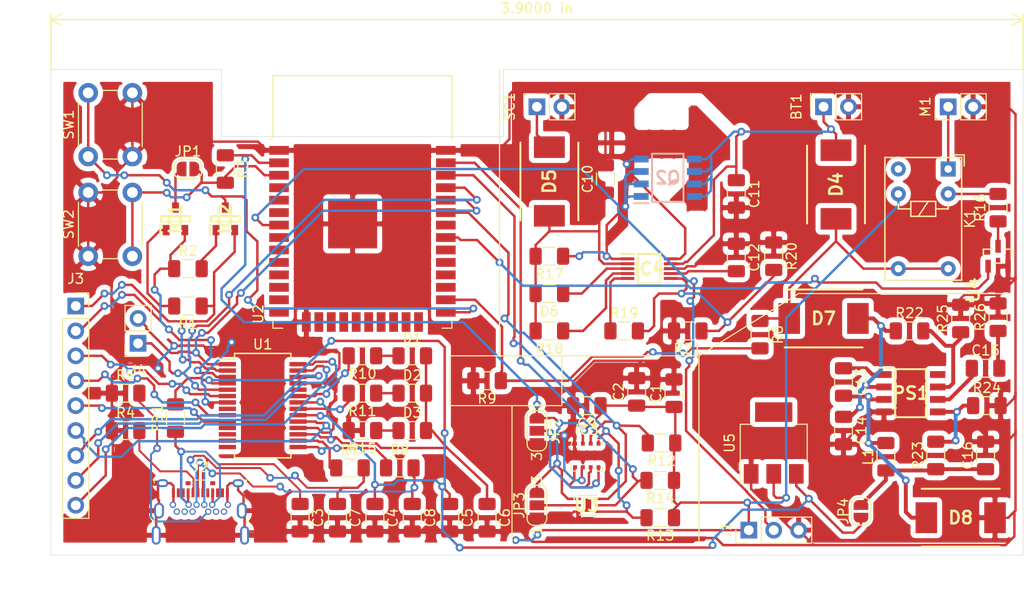
<source format=kicad_pcb>
(kicad_pcb (version 20171130) (host pcbnew "(5.1.5)-3")
  (layers (0 F.Cu signal) (31 B.Cu signal) (34 B.Paste user) (35 F.Paste user) (36 B.SilkS user) (37 F.SilkS user) (38 B.Mask user) (39 F.Mask user) (44 Edge.Cuts user))
  (net 0 "")
  (net 1 -BATT)
  (net 2 "Net-(BT1-Pad1)")
  (net 3 +3V3)
  (net 4 "Net-(C3-Pad1)")
  (net 5 +5V)
  (net 6 "Net-(C6-Pad1)")
  (net 7 "Net-(C7-Pad1)")
  (net 8 "Net-(C8-Pad1)")
  (net 9 "Net-(C10-Pad1)")
  (net 10 "Net-(C12-Pad2)")
  (net 11 "Net-(C13-Pad2)")
  (net 12 "Net-(C13-Pad1)")
  (net 13 "Net-(C14-Pad1)")
  (net 14 "Net-(C15-Pad2)")
  (net 15 "Net-(C15-Pad1)")
  (net 16 "Net-(C16-Pad1)")
  (net 17 "Net-(D1-Pad1)")
  (net 18 "Net-(D2-Pad1)")
  (net 19 "Net-(D3-Pad1)")
  (net 20 +BATT)
  (net 21 "Net-(D5-Pad1)")
  (net 22 "Net-(D6-Pad1)")
  (net 23 "Net-(IC1-Pad1)")
  (net 24 "Net-(IC1-Pad2)")
  (net 25 "Net-(IC1-Pad3)")
  (net 26 "Net-(IC2-Pad3)")
  (net 27 "Net-(IC2-Pad2)")
  (net 28 "Net-(IC2-Pad1)")
  (net 29 "Net-(IC3-Pad3)")
  (net 30 "Net-(IC3-Pad4)")
  (net 31 "Net-(IC3-Pad5)")
  (net 32 "Net-(IC4-Pad1)")
  (net 33 "Net-(IC4-Pad4)")
  (net 34 "Net-(IC4-Pad5)")
  (net 35 "Net-(IC4-Pad6)")
  (net 36 "Net-(IC4-Pad10)")
  (net 37 "Net-(J1-Pad2)")
  (net 38 "Net-(J2-PadA5)")
  (net 39 "Net-(J2-PadA8)")
  (net 40 "Net-(J2-PadB8)")
  (net 41 "Net-(J2-PadB5)")
  (net 42 "Net-(J3-Pad3)")
  (net 43 "Net-(J3-Pad4)")
  (net 44 "Net-(J3-Pad5)")
  (net 45 "Net-(J3-Pad7)")
  (net 46 "Net-(J3-Pad8)")
  (net 47 "Net-(J3-Pad9)")
  (net 48 "Net-(J4-Pad1)")
  (net 49 "Net-(J4-Pad2)")
  (net 50 "Net-(JP1-Pad2)")
  (net 51 "Net-(JP3-Pad2)")
  (net 52 "Net-(K1-Pad1)")
  (net 53 "Net-(K1-Pad2)")
  (net 54 "Net-(K1-Pad3)")
  (net 55 "Net-(PS1-Pad5)")
  (net 56 "Net-(PS1-Pad7)")
  (net 57 "Net-(PS1-Pad8)")
  (net 58 "Net-(R6-Pad2)")
  (net 59 "Net-(R7-Pad1)")
  (net 60 "Net-(R8-Pad1)")
  (net 61 "Net-(R10-Pad2)")
  (net 62 "Net-(R11-Pad2)")
  (net 63 "Net-(R14-Pad2)")
  (net 64 "Net-(R16-Pad1)")
  (net 65 "Net-(U1-Pad11)")
  (net 66 "Net-(U1-Pad12)")
  (net 67 "Net-(U1-Pad13)")
  (net 68 "Net-(U1-Pad14)")
  (net 69 "Net-(U2-Pad4)")
  (net 70 "Net-(U2-Pad5)")
  (net 71 "Net-(U2-Pad6)")
  (net 72 "Net-(U2-Pad8)")
  (net 73 "Net-(U2-Pad9)")
  (net 74 "Net-(U2-Pad10)")
  (net 75 "Net-(U2-Pad11)")
  (net 76 "Net-(U2-Pad12)")
  (net 77 "Net-(U2-Pad13)")
  (net 78 "Net-(U2-Pad14)")
  (net 79 "Net-(U2-Pad16)")
  (net 80 "Net-(U2-Pad17)")
  (net 81 "Net-(U2-Pad18)")
  (net 82 "Net-(U2-Pad19)")
  (net 83 "Net-(U2-Pad20)")
  (net 84 "Net-(U2-Pad21)")
  (net 85 "Net-(U2-Pad22)")
  (net 86 "Net-(U2-Pad23)")
  (net 87 "Net-(U2-Pad24)")
  (net 88 "Net-(U2-Pad27)")
  (net 89 "Net-(U2-Pad28)")
  (net 90 "Net-(U2-Pad29)")
  (net 91 "Net-(U2-Pad30)")
  (net 92 "Net-(U2-Pad31)")
  (net 93 "Net-(U2-Pad32)")
  (net 94 "Net-(U3-Pad7)")
  (module Connector_PinSocket_2.54mm:PinSocket_1x02_P2.54mm_Vertical (layer F.Cu) (at 142.24 29.21 90)
    (fp_text reference BT1 (at 0 -2.77 90) (layer F.SilkS))
    (fp_text value Battery)
    (pad 2 thru_hole oval (at 0 2.54 90) (size 1.7 1.7) (drill 1) (layers *.Cu *.Mask) (net 1 -BATT))
    (pad 1 thru_hole rect (at 0 0 90) (size 1.7 1.7) (drill 1) (layers *.Cu *.Mask) (net 2 "Net-(BT1-Pad1)"))
  )
  (module Capacitor_SMD:C_1206_3216Metric (layer F.Cu) (at 127 58.42 90)
    (fp_text reference C1 (at 0 -1.82 90) (layer F.SilkS))
    (fp_text value 0.1μF)
    (pad 2 smd roundrect (at 1.4 0 90) (size 1.25 1.75) (layers F.Cu F.Paste F.Mask) (roundrect_rratio 0.2) (net 1 -BATT))
    (pad 1 smd roundrect (at -1.4 0 90) (size 1.25 1.75) (layers F.Cu F.Paste F.Mask) (roundrect_rratio 0.2) (net 3 +3V3))
  )
  (module Capacitor_SMD:C_1206_3216Metric (layer F.Cu) (at 123.19 58.29 90)
    (fp_text reference C2 (at 0 -1.82 90) (layer F.SilkS))
    (fp_text value 0.1μF)
    (pad 2 smd roundrect (at 1.4 0 90) (size 1.25 1.75) (layers F.Cu F.Paste F.Mask) (roundrect_rratio 0.2) (net 1 -BATT))
    (pad 1 smd roundrect (at -1.4 0 90) (size 1.25 1.75) (layers F.Cu F.Paste F.Mask) (roundrect_rratio 0.2) (net 3 +3V3))
  )
  (module Capacitor_SMD:C_1206_3216Metric (layer F.Cu) (at 88.9 71.12 270)
    (fp_text reference C3 (at 0 -1.82 90) (layer F.SilkS))
    (fp_text value 10nF)
    (pad 2 smd roundrect (at 1.4 0 270) (size 1.25 1.75) (layers F.Cu F.Paste F.Mask) (roundrect_rratio 0.2) (net 1 -BATT))
    (pad 1 smd roundrect (at -1.4 0 270) (size 1.25 1.75) (layers F.Cu F.Paste F.Mask) (roundrect_rratio 0.2) (net 4 "Net-(C3-Pad1)"))
  )
  (module Capacitor_SMD:C_1206_3216Metric (layer F.Cu) (at 96.52 71.12 270)
    (fp_text reference C4 (at 0 -1.82 90) (layer F.SilkS))
    (fp_text value 100nF)
    (pad 1 smd roundrect (at -1.4 0 270) (size 1.25 1.75) (layers F.Cu F.Paste F.Mask) (roundrect_rratio 0.2) (net 5 +5V))
    (pad 2 smd roundrect (at 1.4 0 270) (size 1.25 1.75) (layers F.Cu F.Paste F.Mask) (roundrect_rratio 0.2) (net 1 -BATT))
  )
  (module Capacitor_SMD:C_1206_3216Metric (layer F.Cu) (at 104.14 71.12 270)
    (fp_text reference C5 (at 0 -1.82 90) (layer F.SilkS))
    (fp_text value 4.7μF)
    (pad 1 smd roundrect (at -1.4 0 270) (size 1.25 1.75) (layers F.Cu F.Paste F.Mask) (roundrect_rratio 0.2) (net 5 +5V))
    (pad 2 smd roundrect (at 1.4 0 270) (size 1.25 1.75) (layers F.Cu F.Paste F.Mask) (roundrect_rratio 0.2) (net 1 -BATT))
  )
  (module Capacitor_SMD:C_1206_3216Metric (layer F.Cu) (at 107.95 71.12 270)
    (fp_text reference C6 (at 0 -1.82 90) (layer F.SilkS))
    (fp_text value 100nF)
    (pad 2 smd roundrect (at 1.4 0 270) (size 1.25 1.75) (layers F.Cu F.Paste F.Mask) (roundrect_rratio 0.2) (net 1 -BATT))
    (pad 1 smd roundrect (at -1.4 0 270) (size 1.25 1.75) (layers F.Cu F.Paste F.Mask) (roundrect_rratio 0.2) (net 6 "Net-(C6-Pad1)"))
  )
  (module Capacitor_SMD:C_1206_3216Metric (layer F.Cu) (at 92.71 71.12 270)
    (fp_text reference C7 (at 0 -1.82 90) (layer F.SilkS))
    (fp_text value "if necessary")
    (pad 2 smd roundrect (at 1.4 0 270) (size 1.25 1.75) (layers F.Cu F.Paste F.Mask) (roundrect_rratio 0.2) (net 1 -BATT))
    (pad 1 smd roundrect (at -1.4 0 270) (size 1.25 1.75) (layers F.Cu F.Paste F.Mask) (roundrect_rratio 0.2) (net 7 "Net-(C7-Pad1)"))
  )
  (module Capacitor_SMD:C_1206_3216Metric (layer F.Cu) (at 100.33 71.12 270)
    (fp_text reference C8 (at 0 -1.82 90) (layer F.SilkS))
    (fp_text value ifnecessary)
    (pad 1 smd roundrect (at -1.4 0 270) (size 1.25 1.75) (layers F.Cu F.Paste F.Mask) (roundrect_rratio 0.2) (net 8 "Net-(C8-Pad1)"))
    (pad 2 smd roundrect (at 1.4 0 270) (size 1.25 1.75) (layers F.Cu F.Paste F.Mask) (roundrect_rratio 0.2) (net 1 -BATT))
  )
  (module Capacitor_SMD:C_1206_3216Metric (layer F.Cu) (at 118.11 59.69 180)
    (fp_text reference C9 (at 0 -1.82) (layer F.SilkS))
    (fp_text value "if necessary")
    (pad 1 smd roundrect (at -1.4 0 180) (size 1.25 1.75) (layers F.Cu F.Paste F.Mask) (roundrect_rratio 0.2) (net 3 +3V3))
    (pad 2 smd roundrect (at 1.4 0 180) (size 1.25 1.75) (layers F.Cu F.Paste F.Mask) (roundrect_rratio 0.2) (net 1 -BATT))
  )
  (module Capacitor_SMD:C_1206_3216Metric (layer F.Cu) (at 120.015 36.573 90)
    (fp_text reference C10 (at 0 -1.82 90) (layer F.SilkS))
    (fp_text value 10μF)
    (pad 1 smd roundrect (at -1.4 0 90) (size 1.25 1.75) (layers F.Cu F.Paste F.Mask) (roundrect_rratio 0.2) (net 9 "Net-(C10-Pad1)"))
    (pad 2 smd roundrect (at 1.4 0 90) (size 1.25 1.75) (layers F.Cu F.Paste F.Mask) (roundrect_rratio 0.2) (net 1 -BATT))
  )
  (module Capacitor_SMD:C_1206_3216Metric (layer F.Cu) (at 133.35 38.1 270)
    (fp_text reference C11 (at 0 -1.82 90) (layer F.SilkS))
    (fp_text value 10μF)
    (pad 1 smd roundrect (at -1.4 0 270) (size 1.25 1.75) (layers F.Cu F.Paste F.Mask) (roundrect_rratio 0.2) (net 2 "Net-(BT1-Pad1)"))
    (pad 2 smd roundrect (at 1.4 0 270) (size 1.25 1.75) (layers F.Cu F.Paste F.Mask) (roundrect_rratio 0.2) (net 1 -BATT))
  )
  (module Capacitor_SMD:C_1206_3216Metric (layer F.Cu) (at 133.35 44.58 270)
    (fp_text reference C12 (at 0 -1.82 90) (layer F.SilkS))
    (fp_text value 0.1μF)
    (pad 2 smd roundrect (at 1.4 0 270) (size 1.25 1.75) (layers F.Cu F.Paste F.Mask) (roundrect_rratio 0.2) (net 10 "Net-(C12-Pad2)"))
    (pad 1 smd roundrect (at -1.4 0 270) (size 1.25 1.75) (layers F.Cu F.Paste F.Mask) (roundrect_rratio 0.2) (net 1 -BATT))
  )
  (module Capacitor_SMD:C_1206_3216Metric (layer F.Cu) (at 144.272 57.28 270)
    (fp_text reference C13 (at 0 -1.82 90) (layer F.SilkS))
    (fp_text value 10nF50V)
    (pad 2 smd roundrect (at 1.4 0 270) (size 1.25 1.75) (layers F.Cu F.Paste F.Mask) (roundrect_rratio 0.2) (net 11 "Net-(C13-Pad2)"))
    (pad 1 smd roundrect (at -1.4 0 270) (size 1.25 1.75) (layers F.Cu F.Paste F.Mask) (roundrect_rratio 0.2) (net 12 "Net-(C13-Pad1)"))
  )
  (module Capacitor_SMD:C_1206_3216Metric (layer F.Cu) (at 144.272 62.23 270)
    (fp_text reference C14 (at 0 -1.82 90) (layer F.SilkS))
    (fp_text value 10μF35V)
    (pad 1 smd roundrect (at -1.4 0 270) (size 1.25 1.75) (layers F.Cu F.Paste F.Mask) (roundrect_rratio 0.2) (net 13 "Net-(C14-Pad1)"))
    (pad 2 smd roundrect (at 1.4 0 270) (size 1.25 1.75) (layers F.Cu F.Paste F.Mask) (roundrect_rratio 0.2) (net 1 -BATT))
  )
  (module Capacitor_SMD:C_1206_3216Metric (layer F.Cu) (at 158.75 55.88)
    (fp_text reference C15 (at 0 -1.82) (layer F.SilkS))
    (fp_text value 2.2nF6.3V)
    (pad 2 smd roundrect (at 1.4 0) (size 1.25 1.75) (layers F.Cu F.Paste F.Mask) (roundrect_rratio 0.2) (net 14 "Net-(C15-Pad2)"))
    (pad 1 smd roundrect (at -1.4 0) (size 1.25 1.75) (layers F.Cu F.Paste F.Mask) (roundrect_rratio 0.2) (net 15 "Net-(C15-Pad1)"))
  )
  (module Capacitor_SMD:C_1206_3216Metric (layer F.Cu) (at 158.75 64.77 90)
    (fp_text reference C16 (at 0 -1.82 90) (layer F.SilkS))
    (fp_text value 22μF10V)
    (pad 1 smd roundrect (at -1.4 0 90) (size 1.25 1.75) (layers F.Cu F.Paste F.Mask) (roundrect_rratio 0.2) (net 16 "Net-(C16-Pad1)"))
    (pad 2 smd roundrect (at 1.4 0 90) (size 1.25 1.75) (layers F.Cu F.Paste F.Mask) (roundrect_rratio 0.2) (net 1 -BATT))
  )
  (module Capacitor_SMD:C_1206_3216Metric (layer F.Cu) (at 100.33 54.61)
    (fp_text reference D1 (at 0 -1.82) (layer F.SilkS))
    (fp_text value TX)
    (pad 1 smd roundrect (at -1.4 0) (size 1.25 1.75) (layers F.Cu F.Paste F.Mask) (roundrect_rratio 0.2) (net 17 "Net-(D1-Pad1)"))
    (pad 2 smd roundrect (at 1.4 0) (size 1.25 1.75) (layers F.Cu F.Paste F.Mask) (roundrect_rratio 0.2) (net 6 "Net-(C6-Pad1)"))
  )
  (module Capacitor_SMD:C_1206_3216Metric (layer F.Cu) (at 100.33 58.42)
    (fp_text reference D2 (at 0 -1.82) (layer F.SilkS))
    (fp_text value RX)
    (pad 2 smd roundrect (at 1.4 0) (size 1.25 1.75) (layers F.Cu F.Paste F.Mask) (roundrect_rratio 0.2) (net 6 "Net-(C6-Pad1)"))
    (pad 1 smd roundrect (at -1.4 0) (size 1.25 1.75) (layers F.Cu F.Paste F.Mask) (roundrect_rratio 0.2) (net 18 "Net-(D2-Pad1)"))
  )
  (module Capacitor_SMD:C_1206_3216Metric (layer F.Cu) (at 100.33 62.23)
    (fp_text reference D3 (at 0 -1.82) (layer F.SilkS))
    (fp_text value POWER)
    (pad 2 smd roundrect (at 1.4 0) (size 1.25 1.75) (layers F.Cu F.Paste F.Mask) (roundrect_rratio 0.2) (net 6 "Net-(C6-Pad1)"))
    (pad 1 smd roundrect (at -1.4 0) (size 1.25 1.75) (layers F.Cu F.Paste F.Mask) (roundrect_rratio 0.2) (net 19 "Net-(D3-Pad1)"))
  )
  (module SamacSys_Parts:DIONM7959X282N (layer F.Cu) (at 143.51 37.14 270)
    (fp_text reference D4 (at 0 0 90) (layer F.SilkS) (effects (font (size 1.27 1.27) (thickness 0.254))))
    (fp_text value DIODE hide)
    (pad 1 smd rect (at -3.5 0 270) (size 2.2 3.15) (layers F.Cu F.Paste F.Mask) (net 2 "Net-(BT1-Pad1)"))
    (pad 2 smd rect (at 3.5 0 270) (size 2.2 3.15) (layers F.Cu F.Paste F.Mask) (net 20 +BATT))
  )
  (module SamacSys_Parts:DIONM7959X282N (layer F.Cu) (at 114.3 36.83 270)
    (fp_text reference D5 (at 0 0 90) (layer F.SilkS) (effects (font (size 1.27 1.27) (thickness 0.254))))
    (fp_text value DIODE hide)
    (pad 2 smd rect (at 3.5 0 270) (size 2.2 3.15) (layers F.Cu F.Paste F.Mask) (net 9 "Net-(C10-Pad1)"))
    (pad 1 smd rect (at -3.5 0 270) (size 2.2 3.15) (layers F.Cu F.Paste F.Mask) (net 21 "Net-(D5-Pad1)"))
  )
  (module Capacitor_SMD:C_1206_3216Metric (layer F.Cu) (at 114.3 48.26 180)
    (fp_text reference D6 (at 0 -1.82) (layer F.SilkS))
    (fp_text value LED_Small)
    (pad 2 smd roundrect (at 1.4 0 180) (size 1.25 1.75) (layers F.Cu F.Paste F.Mask) (roundrect_rratio 0.2) (net 9 "Net-(C10-Pad1)"))
    (pad 1 smd roundrect (at -1.4 0 180) (size 1.25 1.75) (layers F.Cu F.Paste F.Mask) (roundrect_rratio 0.2) (net 22 "Net-(D6-Pad1)"))
  )
  (module SamacSys_Parts:DIONM7959X282N (layer F.Cu) (at 142.24 50.8)
    (fp_text reference D7 (at 0 0) (layer F.SilkS) (effects (font (size 1.27 1.27) (thickness 0.254))))
    (fp_text value "34/40V 3A" hide)
    (pad 2 smd rect (at 3.5 0) (size 2.2 3.15) (layers F.Cu F.Paste F.Mask) (net 13 "Net-(C14-Pad1)"))
    (pad 1 smd rect (at -3.5 0) (size 2.2 3.15) (layers F.Cu F.Paste F.Mask) (net 20 +BATT))
  )
  (module SamacSys_Parts:DIONM7959X282N (layer F.Cu) (at 156.21 71.12 180)
    (fp_text reference D8 (at 0 0) (layer F.SilkS) (effects (font (size 1.27 1.27) (thickness 0.254))))
    (fp_text value "34/40V 3A" hide)
    (pad 1 smd rect (at -3.5 0 180) (size 2.2 3.15) (layers F.Cu F.Paste F.Mask) (net 1 -BATT))
    (pad 2 smd rect (at 3.5 0 180) (size 2.2 3.15) (layers F.Cu F.Paste F.Mask) (net 11 "Net-(C13-Pad2)"))
  )
  (module Capacitor_SMD:C_1206_3216Metric (layer F.Cu) (at 76.2 60.96 90)
    (fp_text reference FB1 (at 0 -1.82 90) (layer F.SilkS))
    (fp_text value Ferrite_Bead_Small)
    (pad 1 smd roundrect (at -1.4 0 90) (size 1.25 1.75) (layers F.Cu F.Paste F.Mask) (roundrect_rratio 0.2) (net 4 "Net-(C3-Pad1)"))
    (pad 2 smd roundrect (at 1.4 0 90) (size 1.25 1.75) (layers F.Cu F.Paste F.Mask) (roundrect_rratio 0.2) (net 5 +5V))
  )
  (module SOT95P240X120-3N (layer F.Cu) (at 76.2 40.64 90)
    (fp_text reference IC1 (at 0 0 90) (layer F.SilkS) (effects (font (size 1.27 1.27) (thickness 0.254))))
    (fp_text value KST10MTF hide)
    (pad 1 smd rect (at -1.15 -0.95 180) (size 0.7 1.05) (layers F.Cu F.Paste F.Mask) (net 23 "Net-(IC1-Pad1)"))
    (pad 2 smd rect (at -1.15 0.95 180) (size 0.7 1.05) (layers F.Cu F.Paste F.Mask) (net 24 "Net-(IC1-Pad2)"))
    (pad 3 smd rect (at 1.15 0 180) (size 0.7 1.05) (layers F.Cu F.Paste F.Mask) (net 25 "Net-(IC1-Pad3)"))
  )
  (module SOT95P240X120-3N (layer F.Cu) (at 81.28 40.64 90)
    (fp_text reference IC2 (at 0 0 90) (layer F.SilkS) (effects (font (size 1.27 1.27) (thickness 0.254))))
    (fp_text value KST10MTF hide)
    (pad 3 smd rect (at 1.15 0 180) (size 0.7 1.05) (layers F.Cu F.Paste F.Mask) (net 26 "Net-(IC2-Pad3)"))
    (pad 2 smd rect (at -1.15 0.95 180) (size 0.7 1.05) (layers F.Cu F.Paste F.Mask) (net 27 "Net-(IC2-Pad2)"))
    (pad 1 smd rect (at -1.15 -0.95 180) (size 0.7 1.05) (layers F.Cu F.Paste F.Mask) (net 28 "Net-(IC2-Pad1)"))
  )
  (module BME680 (layer F.Cu) (at 118.11 64.77)
    (fp_text reference IC3 (at 0 -2.6) (layer F.SilkS))
    (fp_text value BME680)
    (pad 1 smd rect (at -1.2 -1.2) (size 0.4 0.4) (layers F.Cu F.Paste F.Mask) (net 1 -BATT))
    (pad 2 smd rect (at -0.4 -1.2) (size 0.4 0.4) (layers F.Cu F.Paste F.Mask) (net 3 +3V3))
    (pad 3 smd rect (at 0.4 -1.2) (size 0.4 0.4) (layers F.Cu F.Paste F.Mask) (net 29 "Net-(IC3-Pad3)"))
    (pad 4 smd rect (at 1.2 -1.2) (size 0.4 0.4) (layers F.Cu F.Paste F.Mask) (net 30 "Net-(IC3-Pad4)"))
    (pad 5 smd rect (at 1.2 1.2) (size 0.4 0.4) (layers F.Cu F.Paste F.Mask) (net 31 "Net-(IC3-Pad5)"))
    (pad 6 smd rect (at 0.4 1.2) (size 0.4 0.4) (layers F.Cu F.Paste F.Mask) (net 3 +3V3))
    (pad 7 smd rect (at -0.4 1.2) (size 0.4 0.4) (layers F.Cu F.Paste F.Mask) (net 1 -BATT))
    (pad 8 smd rect (at -1.2 1.2) (size 0.4 0.4) (layers F.Cu F.Paste F.Mask) (net 3 +3V3))
  )
  (module SOP50P490X110-10N (layer F.Cu) (at 124.46 45.72)
    (fp_text reference IC4 (at 0 0) (layer F.SilkS) (effects (font (size 1.27 1.27) (thickness 0.254))))
    (fp_text value MCP73842T-840I_UN hide)
    (pad 1 smd rect (at -2.2 -1 90) (size 0.3 1.4) (layers F.Cu F.Paste F.Mask) (net 32 "Net-(IC4-Pad1)"))
    (pad 2 smd rect (at -2.2 -0.5 90) (size 0.3 1.4) (layers F.Cu F.Paste F.Mask) (net 9 "Net-(C10-Pad1)"))
    (pad 3 smd rect (at -2.2 0 90) (size 0.3 1.4) (layers F.Cu F.Paste F.Mask) (net 22 "Net-(D6-Pad1)"))
    (pad 4 smd rect (at -2.2 0.5 90) (size 0.3 1.4) (layers F.Cu F.Paste F.Mask) (net 33 "Net-(IC4-Pad4)"))
    (pad 5 smd rect (at -2.2 1 90) (size 0.3 1.4) (layers F.Cu F.Paste F.Mask) (net 34 "Net-(IC4-Pad5)"))
    (pad 6 smd rect (at 2.2 1 90) (size 0.3 1.4) (layers F.Cu F.Paste F.Mask) (net 35 "Net-(IC4-Pad6)"))
    (pad 7 smd rect (at 2.2 0.5 90) (size 0.3 1.4) (layers F.Cu F.Paste F.Mask) (net 10 "Net-(C12-Pad2)"))
    (pad 8 smd rect (at 2.2 0 90) (size 0.3 1.4) (layers F.Cu F.Paste F.Mask) (net 1 -BATT))
    (pad 9 smd rect (at 2.2 -0.5 90) (size 0.3 1.4) (layers F.Cu F.Paste F.Mask) (net 2 "Net-(BT1-Pad1)"))
    (pad 10 smd rect (at 2.2 -1 90) (size 0.3 1.4) (layers F.Cu F.Paste F.Mask) (net 36 "Net-(IC4-Pad10)"))
  )
  (module Connector_PinHeader_2.54mm:PinHeader_1x03_P2.54mm_Vertical (layer F.Cu) (at 134.62 72.39 90)
    (fp_text reference J1 (at 0 -2.33 90) (layer F.SilkS))
    (fp_text value water)
    (pad 1 thru_hole rect (at 0 0 90) (size 1.7 1.7) (drill 1) (layers *.Cu *.Mask) (net 3 +3V3))
    (pad 2 thru_hole oval (at 0 2.54 90) (size 1.7 1.7) (drill 1) (layers *.Cu *.Mask) (net 37 "Net-(J1-Pad2)"))
    (pad 3 thru_hole oval (at 0 5.08 90) (size 1.7 1.7) (drill 1) (layers *.Cu *.Mask) (net 1 -BATT))
  )
  (module DigiKey:USB-C_Female_E8124-015-01 (layer F.Cu) (at 78.74 68.58)
    (fp_text reference J2 (at 0 -2.64) (layer F.SilkS))
    (fp_text value USB_C_Receptacle_USB2.0)
    (pad A1 smd rect (at -2.75 0) (size 0.3 0.9) (layers F.Cu F.Paste F.Mask) (net 1 -BATT))
    (pad A2 smd rect (at -2.25 0) (size 0.3 0.9) (layers F.Cu F.Paste F.Mask))
    (pad A3 smd rect (at -1.75 0) (size 0.3 0.9) (layers F.Cu F.Paste F.Mask))
    (pad A4 smd rect (at -1.25 0) (size 0.3 0.9) (layers F.Cu F.Paste F.Mask) (net 4 "Net-(C3-Pad1)"))
    (pad A5 smd rect (at -0.75 0) (size 0.3 0.9) (layers F.Cu F.Paste F.Mask) (net 38 "Net-(J2-PadA5)"))
    (pad A6 smd rect (at -0.25 0) (size 0.3 0.9) (layers F.Cu F.Paste F.Mask) (net 8 "Net-(C8-Pad1)"))
    (pad A7 smd rect (at 0.25 0) (size 0.3 0.9) (layers F.Cu F.Paste F.Mask) (net 7 "Net-(C7-Pad1)"))
    (pad A8 smd rect (at 0.75 0) (size 0.3 0.9) (layers F.Cu F.Paste F.Mask) (net 39 "Net-(J2-PadA8)"))
    (pad A9 smd rect (at 1.25 0) (size 0.3 0.9) (layers F.Cu F.Paste F.Mask) (net 4 "Net-(C3-Pad1)"))
    (pad A10 smd rect (at 1.75 0) (size 0.3 0.9) (layers F.Cu F.Paste F.Mask))
    (pad A11 smd rect (at 2.25 0) (size 0.3 0.9) (layers F.Cu F.Paste F.Mask))
    (pad A12 smd rect (at 2.75 0) (size 0.3 0.9) (layers F.Cu F.Paste F.Mask) (net 1 -BATT))
    (pad B12 thru_hole circle (at -2.8 1.22) (size 0.65 0.65) (drill 0.4) (layers *.Cu *.Mask) (net 1 -BATT))
    (pad B9 thru_hole circle (at -1.2 1.22) (size 0.65 0.65) (drill 0.4) (layers *.Cu *.Mask) (net 4 "Net-(C3-Pad1)"))
    (pad B7 thru_hole circle (at -0.4 1.22) (size 0.65 0.65) (drill 0.4) (layers *.Cu *.Mask) (net 7 "Net-(C7-Pad1)"))
    (pad B6 thru_hole circle (at 0.4 1.22) (size 0.65 0.65) (drill 0.4) (layers *.Cu *.Mask) (net 8 "Net-(C8-Pad1)"))
    (pad B4 thru_hole circle (at 1.2 1.22) (size 0.65 0.65) (drill 0.4) (layers *.Cu *.Mask) (net 4 "Net-(C3-Pad1)"))
    (pad B1 thru_hole circle (at 2.8 1.22) (size 0.65 0.65) (drill 0.4) (layers *.Cu *.Mask) (net 1 -BATT))
    (pad B11 thru_hole circle (at -2.4 1.92) (size 0.65 0.65) (drill 0.4) (layers *.Cu *.Mask))
    (pad B10 thru_hole circle (at -1.6 1.92) (size 0.65 0.65) (drill 0.4) (layers *.Cu *.Mask))
    (pad B8 thru_hole circle (at -0.8 1.92) (size 0.65 0.65) (drill 0.4) (layers *.Cu *.Mask) (net 40 "Net-(J2-PadB8)"))
    (pad B5 thru_hole circle (at 0.8 1.92) (size 0.65 0.65) (drill 0.4) (layers *.Cu *.Mask) (net 41 "Net-(J2-PadB5)"))
    (pad B3 thru_hole circle (at 1.6 1.92) (size 0.65 0.65) (drill 0.4) (layers *.Cu *.Mask))
    (pad B2 thru_hole circle (at 2.4 1.92) (size 0.65 0.65) (drill 0.4) (layers *.Cu *.Mask))
    (pad "" np_thru_hole circle (at -3.6 0.57) (size 0.65 0.65) (drill 0.65) (layers *.Cu *.Mask))
    (pad "" np_thru_hole oval (at 3.6 0.57) (size 0.95 0.65) (drill oval 0.95 0.65) (layers *.Cu *.Mask))
    (pad "" smd rect (at -1.25 -0.98) (size 0.5 0.4) (layers F.Cu F.Paste F.Mask))
    (pad "" smd rect (at 1.25 -0.98) (size 0.5 0.4) (layers F.Cu F.Paste F.Mask))
    (pad SH thru_hole oval (at -3.845 -0.98) (size 1.15 0.8) (drill oval 0.75 0.4) (layers *.Cu *.Mask) (net 1 -BATT))
    (pad SH thru_hole oval (at 3.845 -0.98) (size 1.15 0.8) (drill oval 0.75 0.4) (layers *.Cu *.Mask) (net 1 -BATT))
    (pad SH thru_hole oval (at -4.22 1.82) (size 1 1.6) (drill oval 0.6 1.2) (layers *.Cu *.Mask) (net 1 -BATT))
    (pad SH thru_hole oval (at 4.22 1.82) (size 1 1.6) (drill oval 0.6 1.2) (layers *.Cu *.Mask) (net 1 -BATT))
    (pad SH thru_hole oval (at -4.5 4.335) (size 0.9 1.9) (drill oval 0.5 1.5) (layers *.Cu *.Mask) (net 1 -BATT))
    (pad SH thru_hole oval (at 4.5 4.335) (size 0.9 1.9) (drill oval 0.5 1.5) (layers *.Cu *.Mask) (net 1 -BATT))
  )
  (module Connector_PinSocket_2.54mm:PinSocket_1x09_P2.54mm_Vertical (layer F.Cu) (at 66.04 49.53)
    (fp_text reference J3 (at 0 -2.77) (layer F.SilkS))
    (fp_text value Conn_01x10_Female)
    (pad 1 thru_hole rect (at 0 0) (size 1.7 1.7) (drill 1) (layers *.Cu *.Mask) (net 27 "Net-(IC2-Pad2)"))
    (pad 2 thru_hole oval (at 0 2.54) (size 1.7 1.7) (drill 1) (layers *.Cu *.Mask) (net 24 "Net-(IC1-Pad2)"))
    (pad 3 thru_hole oval (at 0 5.08) (size 1.7 1.7) (drill 1) (layers *.Cu *.Mask) (net 42 "Net-(J3-Pad3)"))
    (pad 4 thru_hole oval (at 0 7.62) (size 1.7 1.7) (drill 1) (layers *.Cu *.Mask) (net 43 "Net-(J3-Pad4)"))
    (pad 5 thru_hole oval (at 0 10.16) (size 1.7 1.7) (drill 1) (layers *.Cu *.Mask) (net 44 "Net-(J3-Pad5)"))
    (pad 6 thru_hole oval (at 0 12.7) (size 1.7 1.7) (drill 1) (layers *.Cu *.Mask) (net 6 "Net-(C6-Pad1)"))
    (pad 7 thru_hole oval (at 0 15.24) (size 1.7 1.7) (drill 1) (layers *.Cu *.Mask) (net 45 "Net-(J3-Pad7)"))
    (pad 8 thru_hole oval (at 0 17.78) (size 1.7 1.7) (drill 1) (layers *.Cu *.Mask) (net 46 "Net-(J3-Pad8)"))
    (pad 9 thru_hole oval (at 0 20.32) (size 1.7 1.7) (drill 1) (layers *.Cu *.Mask) (net 47 "Net-(J3-Pad9)"))
  )
  (module Connector_PinSocket_2.54mm:PinSocket_1x02_P2.54mm_Vertical (layer F.Cu) (at 72.39 53.34 180)
    (fp_text reference J4 (at 0 -2.77) (layer F.SilkS))
    (fp_text value Conn_01x02_Female)
    (pad 1 thru_hole rect (at 0 0 180) (size 1.7 1.7) (drill 1) (layers *.Cu *.Mask) (net 48 "Net-(J4-Pad1)"))
    (pad 2 thru_hole oval (at 0 2.54 180) (size 1.7 1.7) (drill 1) (layers *.Cu *.Mask) (net 49 "Net-(J4-Pad2)"))
  )
  (module Jumper:SolderJumper-2_P1.3mm_Open_RoundedPad1.0x1.5mm (layer F.Cu) (at 77.47 35.56)
    (fp_text reference JP1 (at 0 -1.8) (layer F.SilkS))
    (fp_text value Jumper_NC_Small)
    (pad 1 smd custom (at -0.65 0) (size 1 0.5) (layers F.Cu F.Mask) (net 25 "Net-(IC1-Pad3)") (options (clearance outline) (anchor rect)) (primitives (gr_circle (center 0 0.25) (end 0.5 0.25) (width 0)) (gr_circle (center 0 -0.25) (end 0.5 -0.25) (width 0)) (gr_poly (pts (xy 0 -0.75) (xy 0.5 -0.75) (xy 0.5 0.75) (xy 0 0.75)) (width 0))))
    (pad 2 smd custom (at 0.65 0) (size 1 0.5) (layers F.Cu F.Mask) (net 50 "Net-(JP1-Pad2)") (options (clearance outline) (anchor rect)) (primitives (gr_circle (center 0 0.25) (end 0.5 0.25) (width 0)) (gr_circle (center 0 -0.25) (end 0.5 -0.25) (width 0)) (gr_poly (pts (xy 0 -0.75) (xy -0.5 -0.75) (xy -0.5 0.75) (xy 0 0.75)) (width 0))))
  )
  (module Jumper:SolderJumper-3_P1.3mm_Open_RoundedPad1.0x1.5mm_NumberLabels (layer F.Cu) (at 113.03 62.26 270)
    (fp_text reference JP2 (at 0 -1.8 90) (layer F.SilkS))
    (fp_text value Jumper_3_Open)
    (fp_text user 1 (at -2.6 0 90) (layer F.SilkS))
    (fp_text user 3 (at 2.6 0 90) (layer F.SilkS))
    (pad 2 smd rect (at 0 0 270) (size 1 1.5) (layers F.Cu F.Mask) (net 31 "Net-(IC3-Pad5)"))
    (pad 3 smd custom (at 1.3 0 270) (size 1 0.5) (layers F.Cu F.Mask) (net 1 -BATT) (options (clearance outline) (anchor rect)) (primitives (gr_circle (center 0 0.25) (end 0.5 0.25) (width 0)) (gr_circle (center 0 -0.25) (end 0.5 -0.25) (width 0)) (gr_poly (pts (xy -0.55 -0.75) (xy 0 -0.75) (xy 0 0.75) (xy -0.55 0.75)) (width 0))))
    (pad 1 smd custom (at -1.3 0 270) (size 1 0.5) (layers F.Cu F.Mask) (net 3 +3V3) (options (clearance outline) (anchor rect)) (primitives (gr_circle (center 0 0.25) (end 0.5 0.25) (width 0)) (gr_circle (center 0 -0.25) (end 0.5 -0.25) (width 0)) (gr_poly (pts (xy 0.55 -0.75) (xy 0 -0.75) (xy 0 0.75) (xy 0.55 0.75)) (width 0))))
  )
  (module Jumper:SolderJumper-3_P1.3mm_Open_RoundedPad1.0x1.5mm_NumberLabels (layer F.Cu) (at 113.03 69.85 90)
    (fp_text reference JP3 (at 0 -1.8 90) (layer F.SilkS))
    (fp_text value Jumper_3_Open)
    (fp_text user 3 (at 2.6 0 90) (layer F.SilkS))
    (fp_text user 1 (at -2.6 0 90) (layer F.SilkS))
    (pad 1 smd custom (at -1.3 0 90) (size 1 0.5) (layers F.Cu F.Mask) (net 1 -BATT) (options (clearance outline) (anchor rect)) (primitives (gr_circle (center 0 0.25) (end 0.5 0.25) (width 0)) (gr_circle (center 0 -0.25) (end 0.5 -0.25) (width 0)) (gr_poly (pts (xy 0.55 -0.75) (xy 0 -0.75) (xy 0 0.75) (xy 0.55 0.75)) (width 0))))
    (pad 3 smd custom (at 1.3 0 90) (size 1 0.5) (layers F.Cu F.Mask) (net 3 +3V3) (options (clearance outline) (anchor rect)) (primitives (gr_circle (center 0 0.25) (end 0.5 0.25) (width 0)) (gr_circle (center 0 -0.25) (end 0.5 -0.25) (width 0)) (gr_poly (pts (xy -0.55 -0.75) (xy 0 -0.75) (xy 0 0.75) (xy -0.55 0.75)) (width 0))))
    (pad 2 smd rect (at 0 0 90) (size 1 1.5) (layers F.Cu F.Mask) (net 51 "Net-(JP3-Pad2)"))
  )
  (module Jumper:SolderJumper-2_P1.3mm_Open_RoundedPad1.0x1.5mm (layer F.Cu) (at 146.05 70.47 90)
    (fp_text reference JP4 (at 0 -1.8 90) (layer F.SilkS))
    (fp_text value "J battpower")
    (pad 2 smd custom (at 0.65 0 90) (size 1 0.5) (layers F.Cu F.Mask) (net 16 "Net-(C16-Pad1)") (options (clearance outline) (anchor rect)) (primitives (gr_circle (center 0 0.25) (end 0.5 0.25) (width 0)) (gr_circle (center 0 -0.25) (end 0.5 -0.25) (width 0)) (gr_poly (pts (xy 0 -0.75) (xy -0.5 -0.75) (xy -0.5 0.75) (xy 0 0.75)) (width 0))))
    (pad 1 smd custom (at -0.65 0 90) (size 1 0.5) (layers F.Cu F.Mask) (net 5 +5V) (options (clearance outline) (anchor rect)) (primitives (gr_circle (center 0 0.25) (end 0.5 0.25) (width 0)) (gr_circle (center 0 -0.25) (end 0.5 -0.25) (width 0)) (gr_poly (pts (xy 0 -0.75) (xy 0.5 -0.75) (xy 0.5 0.75) (xy 0 0.75)) (width 0))))
  )
  (module Relay_THT:Relay_SPDT_HsinDa_Y14 (layer F.Cu) (at 154.94 35.56 270)
    (fp_text reference K1 (at 5.08 -2.2098 90) (layer F.SilkS))
    (fp_text value Y14x-1C-xxDS)
    (pad 1 thru_hole rect (at 0 0 270) (size 1.524 1.524) (drill 0.762) (layers *.Cu *.Mask) (net 52 "Net-(K1-Pad1)"))
    (pad 2 thru_hole circle (at 0 5.08 270) (size 1.524 1.524) (drill 0.762) (layers *.Cu *.Mask) (net 53 "Net-(K1-Pad2)"))
    (pad 3 thru_hole circle (at 2.54 0 270) (size 1.524 1.524) (drill 0.762) (layers *.Cu *.Mask) (net 54 "Net-(K1-Pad3)"))
    (pad 4 thru_hole circle (at 2.54 5.08 270) (size 1.524 1.524) (drill 0.762) (layers *.Cu *.Mask) (net 3 +3V3))
    (pad 5 thru_hole circle (at 10.16 0 270) (size 1.524 1.524) (drill 0.762) (layers *.Cu *.Mask) (net 20 +BATT))
    (pad 6 thru_hole circle (at 10.16 5.08 270) (size 1.524 1.524) (drill 0.762) (layers *.Cu *.Mask) (net 20 +BATT))
  )
  (module Capacitor_SMD:C_1206_3216Metric (layer F.Cu) (at 148.59 64.9 90)
    (fp_text reference L1 (at 0 -1.82 90) (layer F.SilkS))
    (fp_text value 15μH)
    (pad 2 smd roundrect (at 1.4 0 90) (size 1.25 1.75) (layers F.Cu F.Paste F.Mask) (roundrect_rratio 0.2) (net 11 "Net-(C13-Pad2)"))
    (pad 1 smd roundrect (at -1.4 0 90) (size 1.25 1.75) (layers F.Cu F.Paste F.Mask) (roundrect_rratio 0.2) (net 16 "Net-(C16-Pad1)"))
  )
  (module Connector_PinHeader_2.54mm:PinHeader_1x02_P2.54mm_Vertical (layer F.Cu) (at 154.94 29.21 90)
    (fp_text reference M1 (at 0 -2.33 90) (layer F.SilkS))
    (fp_text value Motor_DC)
    (pad 1 thru_hole rect (at 0 0 90) (size 1.7 1.7) (drill 1) (layers *.Cu *.Mask) (net 52 "Net-(K1-Pad1)"))
    (pad 2 thru_hole oval (at 0 2.54 90) (size 1.7 1.7) (drill 1) (layers *.Cu *.Mask) (net 1 -BATT))
  )
  (module SamacSys_Parts:SOIC127P605X175-8N (layer F.Cu) (at 151.13 58.42)
    (fp_text reference PS1 (at 0 0) (layer F.SilkS) (effects (font (size 1.27 1.27) (thickness 0.254))))
    (fp_text value ACT4060ASH-T hide)
    (pad 1 smd rect (at -2.738 -1.905 90) (size 0.7 1.575) (layers F.Cu F.Paste F.Mask) (net 12 "Net-(C13-Pad1)"))
    (pad 2 smd rect (at -2.738 -0.635 90) (size 0.7 1.575) (layers F.Cu F.Paste F.Mask) (net 13 "Net-(C14-Pad1)"))
    (pad 3 smd rect (at -2.738 0.635 90) (size 0.7 1.575) (layers F.Cu F.Paste F.Mask) (net 11 "Net-(C13-Pad2)"))
    (pad 4 smd rect (at -2.738 1.905 90) (size 0.7 1.575) (layers F.Cu F.Paste F.Mask) (net 1 -BATT))
    (pad 5 smd rect (at 2.738 1.905 90) (size 0.7 1.575) (layers F.Cu F.Paste F.Mask) (net 55 "Net-(PS1-Pad5)"))
    (pad 6 smd rect (at 2.738 0.635 90) (size 0.7 1.575) (layers F.Cu F.Paste F.Mask) (net 15 "Net-(C15-Pad1)"))
    (pad 7 smd rect (at 2.738 -0.635 90) (size 0.7 1.575) (layers F.Cu F.Paste F.Mask) (net 56 "Net-(PS1-Pad7)"))
    (pad 8 smd rect (at 2.738 -1.905 90) (size 0.7 1.575) (layers F.Cu F.Paste F.Mask) (net 57 "Net-(PS1-Pad8)"))
  )
  (module SOIC127P600X175-8N (layer B.Cu) (at 126.365 36.449)
    (fp_text reference Q2 (at 0 0 180) (layer B.SilkS) (effects (font (size 1.27 1.27) (thickness 0.254)) (justify mirror)))
    (fp_text value NDS8434 hide)
    (pad 1 smd rect (at -2.712 1.905 270) (size 0.7 1.525) (layers B.Cu B.Paste B.Mask) (net 32 "Net-(IC4-Pad1)"))
    (pad 2 smd rect (at -2.712 0.635 270) (size 0.7 1.525) (layers B.Cu B.Paste B.Mask) (net 32 "Net-(IC4-Pad1)"))
    (pad 3 smd rect (at -2.712 -0.635 270) (size 0.7 1.525) (layers B.Cu B.Paste B.Mask) (net 32 "Net-(IC4-Pad1)"))
    (pad 4 smd rect (at -2.712 -1.905 270) (size 0.7 1.525) (layers B.Cu B.Paste B.Mask) (net 36 "Net-(IC4-Pad10)"))
    (pad 5 smd rect (at 2.712 -1.905 270) (size 0.7 1.525) (layers B.Cu B.Paste B.Mask) (net 2 "Net-(BT1-Pad1)"))
    (pad 6 smd rect (at 2.712 -0.635 270) (size 0.7 1.525) (layers B.Cu B.Paste B.Mask) (net 2 "Net-(BT1-Pad1)"))
    (pad 7 smd rect (at 2.712 0.635 270) (size 0.7 1.525) (layers B.Cu B.Paste B.Mask) (net 2 "Net-(BT1-Pad1)"))
    (pad 8 smd rect (at 2.712 1.905 270) (size 0.7 1.525) (layers B.Cu B.Paste B.Mask) (net 2 "Net-(BT1-Pad1)"))
  )
  (module Capacitor_SMD:C_1206_3216Metric (layer F.Cu) (at 77.47 49.53 180)
    (fp_text reference R1 (at 0 -1.82) (layer F.SilkS))
    (fp_text value 10k)
    (pad 1 smd roundrect (at -1.4 0 180) (size 1.25 1.75) (layers F.Cu F.Paste F.Mask) (roundrect_rratio 0.2) (net 27 "Net-(IC2-Pad2)"))
    (pad 2 smd roundrect (at 1.4 0 180) (size 1.25 1.75) (layers F.Cu F.Paste F.Mask) (roundrect_rratio 0.2) (net 23 "Net-(IC1-Pad1)"))
  )
  (module Capacitor_SMD:C_1206_3216Metric (layer F.Cu) (at 77.47 45.72)
    (fp_text reference R2 (at 0 -1.82) (layer F.SilkS))
    (fp_text value 10k)
    (pad 2 smd roundrect (at 1.4 0) (size 1.25 1.75) (layers F.Cu F.Paste F.Mask) (roundrect_rratio 0.2) (net 28 "Net-(IC2-Pad1)"))
    (pad 1 smd roundrect (at -1.4 0) (size 1.25 1.75) (layers F.Cu F.Paste F.Mask) (roundrect_rratio 0.2) (net 24 "Net-(IC1-Pad2)"))
  )
  (module Capacitor_SMD:C_1206_3216Metric (layer F.Cu) (at 81.28 35.56 270)
    (fp_text reference R3 (at 0 -1.82 90) (layer F.SilkS))
    (fp_text value 10k)
    (pad 1 smd roundrect (at -1.4 0 270) (size 1.25 1.75) (layers F.Cu F.Paste F.Mask) (roundrect_rratio 0.2) (net 3 +3V3))
    (pad 2 smd roundrect (at 1.4 0 270) (size 1.25 1.75) (layers F.Cu F.Paste F.Mask) (roundrect_rratio 0.2) (net 50 "Net-(JP1-Pad2)"))
  )
  (module Capacitor_SMD:C_1206_3216Metric (layer F.Cu) (at 71.12 62.23)
    (fp_text reference R4 (at 0 -1.82) (layer F.SilkS))
    (fp_text value 5.1k)
    (pad 1 smd roundrect (at -1.4 0) (size 1.25 1.75) (layers F.Cu F.Paste F.Mask) (roundrect_rratio 0.2) (net 1 -BATT))
    (pad 2 smd roundrect (at 1.4 0) (size 1.25 1.75) (layers F.Cu F.Paste F.Mask) (roundrect_rratio 0.2) (net 38 "Net-(J2-PadA5)"))
  )
  (module Capacitor_SMD:C_1206_3216Metric (layer F.Cu) (at 71.12 58.42)
    (fp_text reference R5 (at 0 -1.82) (layer F.SilkS))
    (fp_text value 5.1k)
    (pad 2 smd roundrect (at 1.4 0) (size 1.25 1.75) (layers F.Cu F.Paste F.Mask) (roundrect_rratio 0.2) (net 41 "Net-(J2-PadB5)"))
    (pad 1 smd roundrect (at -1.4 0) (size 1.25 1.75) (layers F.Cu F.Paste F.Mask) (roundrect_rratio 0.2) (net 1 -BATT))
  )
  (module Capacitor_SMD:C_1206_3216Metric (layer F.Cu) (at 135.763 52.451 270)
    (fp_text reference R6 (at 0 -1.82 90) (layer F.SilkS))
    (fp_text value 1M)
    (pad 1 smd roundrect (at -1.4 0 270) (size 1.25 1.75) (layers F.Cu F.Paste F.Mask) (roundrect_rratio 0.2) (net 20 +BATT))
    (pad 2 smd roundrect (at 1.4 0 270) (size 1.25 1.75) (layers F.Cu F.Paste F.Mask) (roundrect_rratio 0.2) (net 58 "Net-(R6-Pad2)"))
  )
  (module Capacitor_SMD:C_1206_3216Metric (layer F.Cu) (at 93.98 66.04)
    (fp_text reference R7 (at 0 -1.82) (layer F.SilkS))
    (fp_text value 27)
    (pad 2 smd roundrect (at 1.4 0) (size 1.25 1.75) (layers F.Cu F.Paste F.Mask) (roundrect_rratio 0.2) (net 7 "Net-(C7-Pad1)"))
    (pad 1 smd roundrect (at -1.4 0) (size 1.25 1.75) (layers F.Cu F.Paste F.Mask) (roundrect_rratio 0.2) (net 59 "Net-(R7-Pad1)"))
  )
  (module Capacitor_SMD:C_1206_3216Metric (layer F.Cu) (at 99.06 66.04)
    (fp_text reference R8 (at 0 -1.82) (layer F.SilkS))
    (fp_text value 27)
    (pad 1 smd roundrect (at -1.4 0) (size 1.25 1.75) (layers F.Cu F.Paste F.Mask) (roundrect_rratio 0.2) (net 60 "Net-(R8-Pad1)"))
    (pad 2 smd roundrect (at 1.4 0) (size 1.25 1.75) (layers F.Cu F.Paste F.Mask) (roundrect_rratio 0.2) (net 8 "Net-(C8-Pad1)"))
  )
  (module Capacitor_SMD:C_1206_3216Metric (layer F.Cu) (at 107.95 57.15 180)
    (fp_text reference R9 (at 0 -1.82) (layer F.SilkS))
    (fp_text value 330k)
    (pad 2 smd roundrect (at 1.4 0 180) (size 1.25 1.75) (layers F.Cu F.Paste F.Mask) (roundrect_rratio 0.2) (net 1 -BATT))
    (pad 1 smd roundrect (at -1.4 0 180) (size 1.25 1.75) (layers F.Cu F.Paste F.Mask) (roundrect_rratio 0.2) (net 58 "Net-(R6-Pad2)"))
  )
  (module Capacitor_SMD:C_1206_3216Metric (layer F.Cu) (at 95.25 54.61 180)
    (fp_text reference R10 (at 0 -1.82) (layer F.SilkS))
    (fp_text value 270)
    (pad 1 smd roundrect (at -1.4 0 180) (size 1.25 1.75) (layers F.Cu F.Paste F.Mask) (roundrect_rratio 0.2) (net 17 "Net-(D1-Pad1)"))
    (pad 2 smd roundrect (at 1.4 0 180) (size 1.25 1.75) (layers F.Cu F.Paste F.Mask) (roundrect_rratio 0.2) (net 61 "Net-(R10-Pad2)"))
  )
  (module Capacitor_SMD:C_1206_3216Metric (layer F.Cu) (at 95.25 58.42 180)
    (fp_text reference R11 (at 0 -1.82) (layer F.SilkS))
    (fp_text value 270)
    (pad 1 smd roundrect (at -1.4 0 180) (size 1.25 1.75) (layers F.Cu F.Paste F.Mask) (roundrect_rratio 0.2) (net 18 "Net-(D2-Pad1)"))
    (pad 2 smd roundrect (at 1.4 0 180) (size 1.25 1.75) (layers F.Cu F.Paste F.Mask) (roundrect_rratio 0.2) (net 62 "Net-(R11-Pad2)"))
  )
  (module Capacitor_SMD:C_1206_3216Metric (layer F.Cu) (at 125.73 63.5 180)
    (fp_text reference R12 (at 0 -1.82) (layer F.SilkS))
    (fp_text value "4.7k and 10k Ω")
    (pad 2 smd roundrect (at 1.4 0 180) (size 1.25 1.75) (layers F.Cu F.Paste F.Mask) (roundrect_rratio 0.2) (net 29 "Net-(IC3-Pad3)"))
    (pad 1 smd roundrect (at -1.4 0 180) (size 1.25 1.75) (layers F.Cu F.Paste F.Mask) (roundrect_rratio 0.2) (net 3 +3V3))
  )
  (module Capacitor_SMD:C_1206_3216Metric (layer F.Cu) (at 125.6 71.12 180)
    (fp_text reference R13 (at 0 -1.82) (layer F.SilkS))
    (fp_text value "4.7k and 10k Ω")
    (pad 2 smd roundrect (at 1.4 0 180) (size 1.25 1.75) (layers F.Cu F.Paste F.Mask) (roundrect_rratio 0.2) (net 30 "Net-(IC3-Pad4)"))
    (pad 1 smd roundrect (at -1.4 0 180) (size 1.25 1.75) (layers F.Cu F.Paste F.Mask) (roundrect_rratio 0.2) (net 3 +3V3))
  )
  (module Capacitor_SMD:C_1206_3216Metric (layer F.Cu) (at 125.6 67.31 180)
    (fp_text reference R14 (at 0 -1.82) (layer F.SilkS))
    (fp_text value 10k)
    (pad 2 smd roundrect (at 1.4 0 180) (size 1.25 1.75) (layers F.Cu F.Paste F.Mask) (roundrect_rratio 0.2) (net 63 "Net-(R14-Pad2)"))
    (pad 1 smd roundrect (at -1.4 0 180) (size 1.25 1.75) (layers F.Cu F.Paste F.Mask) (roundrect_rratio 0.2) (net 3 +3V3))
  )
  (module Capacitor_SMD:C_1206_3216Metric (layer F.Cu) (at 95.25 62.23 180)
    (fp_text reference R15 (at 0 -1.82) (layer F.SilkS))
    (fp_text value 270)
    (pad 1 smd roundrect (at -1.4 0 180) (size 1.25 1.75) (layers F.Cu F.Paste F.Mask) (roundrect_rratio 0.2) (net 19 "Net-(D3-Pad1)"))
    (pad 2 smd roundrect (at 1.4 0 180) (size 1.25 1.75) (layers F.Cu F.Paste F.Mask) (roundrect_rratio 0.2) (net 1 -BATT))
  )
  (module Capacitor_SMD:C_1206_3216Metric (layer F.Cu) (at 160.02 39.5 90)
    (fp_text reference R16 (at 0 -1.82 90) (layer F.SilkS))
    (fp_text value 1)
    (pad 2 smd roundrect (at 1.4 0 90) (size 1.25 1.75) (layers F.Cu F.Paste F.Mask) (roundrect_rratio 0.2) (net 54 "Net-(K1-Pad3)"))
    (pad 1 smd roundrect (at -1.4 0 90) (size 1.25 1.75) (layers F.Cu F.Paste F.Mask) (roundrect_rratio 0.2) (net 64 "Net-(R16-Pad1)"))
  )
  (module Capacitor_SMD:C_1206_3216Metric (layer F.Cu) (at 114.3 44.45 180)
    (fp_text reference R17 (at 0 -1.82) (layer F.SilkS))
    (fp_text value 100m)
    (pad 1 smd roundrect (at -1.4 0 180) (size 1.25 1.75) (layers F.Cu F.Paste F.Mask) (roundrect_rratio 0.2) (net 32 "Net-(IC4-Pad1)"))
    (pad 2 smd roundrect (at 1.4 0 180) (size 1.25 1.75) (layers F.Cu F.Paste F.Mask) (roundrect_rratio 0.2) (net 9 "Net-(C10-Pad1)"))
  )
  (module Capacitor_SMD:C_1206_3216Metric (layer F.Cu) (at 114.3 52.07 180)
    (fp_text reference R18 (at 0 -1.82) (layer F.SilkS))
    (fp_text value 100k)
    (pad 2 smd roundrect (at 1.4 0 180) (size 1.25 1.75) (layers F.Cu F.Paste F.Mask) (roundrect_rratio 0.2) (net 9 "Net-(C10-Pad1)"))
    (pad 1 smd roundrect (at -1.4 0 180) (size 1.25 1.75) (layers F.Cu F.Paste F.Mask) (roundrect_rratio 0.2) (net 33 "Net-(IC4-Pad4)"))
  )
  (module Capacitor_SMD:C_1206_3216Metric (layer F.Cu) (at 121.92 52.07)
    (fp_text reference R19 (at 0 -1.82) (layer F.SilkS))
    (fp_text value R_Small)
    (pad 1 smd roundrect (at -1.4 0) (size 1.25 1.75) (layers F.Cu F.Paste F.Mask) (roundrect_rratio 0.2) (net 34 "Net-(IC4-Pad5)"))
    (pad 2 smd roundrect (at 1.4 0) (size 1.25 1.75) (layers F.Cu F.Paste F.Mask) (roundrect_rratio 0.2) (net 35 "Net-(IC4-Pad6)"))
  )
  (module Resistor_SMD:R_1206_3216Metric (layer F.Cu) (at 137.16 44.45 270)
    (fp_text reference R20 (at 0 -1.82 90) (layer F.SilkS))
    (fp_text value R_Variable)
    (pad 1 smd roundrect (at -1.4 0 270) (size 1.25 1.75) (layers F.Cu F.Paste F.Mask) (roundrect_rratio 0.2) (net 1 -BATT))
    (pad 2 smd roundrect (at 1.4 0 270) (size 1.25 1.75) (layers F.Cu F.Paste F.Mask) (roundrect_rratio 0.2) (net 35 "Net-(IC4-Pad6)"))
  )
  (module Capacitor_SMD:C_1206_3216Metric (layer F.Cu) (at 128.4 52.07 180)
    (fp_text reference R21 (at 0 -1.82) (layer F.SilkS))
    (fp_text value R_Small)
    (pad 1 smd roundrect (at -1.4 0 180) (size 1.25 1.75) (layers F.Cu F.Paste F.Mask) (roundrect_rratio 0.2) (net 35 "Net-(IC4-Pad6)"))
    (pad 2 smd roundrect (at 1.4 0 180) (size 1.25 1.75) (layers F.Cu F.Paste F.Mask) (roundrect_rratio 0.2) (net 1 -BATT))
  )
  (module Capacitor_SMD:C_1206_3216Metric (layer F.Cu) (at 151 52.07)
    (fp_text reference R22 (at 0 -1.82) (layer F.SilkS))
    (fp_text value 1M)
    (pad 1 smd roundrect (at -1.4 0) (size 1.25 1.75) (layers F.Cu F.Paste F.Mask) (roundrect_rratio 0.2) (net 13 "Net-(C14-Pad1)"))
    (pad 2 smd roundrect (at 1.4 0) (size 1.25 1.75) (layers F.Cu F.Paste F.Mask) (roundrect_rratio 0.2) (net 56 "Net-(PS1-Pad7)"))
  )
  (module Capacitor_SMD:C_1206_3216Metric (layer F.Cu) (at 153.67 64.77 90)
    (fp_text reference R23 (at 0 -1.82 90) (layer F.SilkS))
    (fp_text value 28.7k)
    (pad 1 smd roundrect (at -1.4 0 90) (size 1.25 1.75) (layers F.Cu F.Paste F.Mask) (roundrect_rratio 0.2) (net 16 "Net-(C16-Pad1)"))
    (pad 2 smd roundrect (at 1.4 0 90) (size 1.25 1.75) (layers F.Cu F.Paste F.Mask) (roundrect_rratio 0.2) (net 55 "Net-(PS1-Pad5)"))
  )
  (module Capacitor_SMD:C_1206_3216Metric (layer F.Cu) (at 158.88 59.69)
    (fp_text reference R24 (at 0 -1.82) (layer F.SilkS))
    (fp_text value 10k)
    (pad 2 smd roundrect (at 1.4 0) (size 1.25 1.75) (layers F.Cu F.Paste F.Mask) (roundrect_rratio 0.2) (net 1 -BATT))
    (pad 1 smd roundrect (at -1.4 0) (size 1.25 1.75) (layers F.Cu F.Paste F.Mask) (roundrect_rratio 0.2) (net 55 "Net-(PS1-Pad5)"))
  )
  (module Capacitor_SMD:C_1206_3216Metric (layer F.Cu) (at 156.21 50.8 90)
    (fp_text reference R25 (at 0 -1.82 90) (layer F.SilkS))
    (fp_text value 330k)
    (pad 2 smd roundrect (at 1.4 0 90) (size 1.25 1.75) (layers F.Cu F.Paste F.Mask) (roundrect_rratio 0.2) (net 1 -BATT))
    (pad 1 smd roundrect (at -1.4 0 90) (size 1.25 1.75) (layers F.Cu F.Paste F.Mask) (roundrect_rratio 0.2) (net 56 "Net-(PS1-Pad7)"))
  )
  (module Capacitor_SMD:C_1206_3216Metric (layer F.Cu) (at 160.02 50.67 90)
    (fp_text reference R26 (at 0 -1.82 90) (layer F.SilkS))
    (fp_text value 15k)
    (pad 1 smd roundrect (at -1.4 0 90) (size 1.25 1.75) (layers F.Cu F.Paste F.Mask) (roundrect_rratio 0.2) (net 14 "Net-(C15-Pad2)"))
    (pad 2 smd roundrect (at 1.4 0 90) (size 1.25 1.75) (layers F.Cu F.Paste F.Mask) (roundrect_rratio 0.2) (net 1 -BATT))
  )
  (module Connector_PinSocket_2.54mm:PinSocket_1x02_P2.54mm_Vertical (layer F.Cu) (at 113.03 29.21 90)
    (fp_text reference SC1 (at 0 -2.77 90) (layer F.SilkS))
    (fp_text value Solar_Cell)
    (pad 1 thru_hole rect (at 0 0 90) (size 1.7 1.7) (drill 1) (layers *.Cu *.Mask) (net 21 "Net-(D5-Pad1)"))
    (pad 2 thru_hole oval (at 0 2.54 90) (size 1.7 1.7) (drill 1) (layers *.Cu *.Mask) (net 1 -BATT))
  )
  (module Button_Switch_THT:SW_PUSH_6mm (layer F.Cu) (at 67.31 34.29 90)
    (fp_text reference SW1 (at 3.25 -2 90) (layer F.SilkS))
    (fp_text value SW_Push_Dual)
    (pad 1 thru_hole circle (at 6.5 0 180) (size 2 2) (drill 1.1) (layers *.Cu *.Mask) (net 26 "Net-(IC2-Pad3)"))
    (pad 2 thru_hole circle (at 6.5 4.5 180) (size 2 2) (drill 1.1) (layers *.Cu *.Mask) (net 1 -BATT))
    (pad 1 thru_hole circle (at 0 0 180) (size 2 2) (drill 1.1) (layers *.Cu *.Mask) (net 26 "Net-(IC2-Pad3)"))
    (pad 2 thru_hole circle (at 0 4.5 180) (size 2 2) (drill 1.1) (layers *.Cu *.Mask) (net 1 -BATT))
  )
  (module Button_Switch_THT:SW_PUSH_6mm (layer F.Cu) (at 67.31 44.45 90)
    (fp_text reference SW2 (at 3.25 -2 90) (layer F.SilkS))
    (fp_text value SW_Push_Dual)
    (pad 2 thru_hole circle (at 0 4.5 180) (size 2 2) (drill 1.1) (layers *.Cu *.Mask) (net 50 "Net-(JP1-Pad2)"))
    (pad 1 thru_hole circle (at 0 0 180) (size 2 2) (drill 1.1) (layers *.Cu *.Mask) (net 1 -BATT))
    (pad 2 thru_hole circle (at 6.5 4.5 180) (size 2 2) (drill 1.1) (layers *.Cu *.Mask) (net 50 "Net-(JP1-Pad2)"))
    (pad 1 thru_hole circle (at 6.5 0 180) (size 2 2) (drill 1.1) (layers *.Cu *.Mask) (net 1 -BATT))
  )
  (module Package_SO:SSOP-28_5.3x10.2mm_P0.65mm (layer F.Cu) (at 85.09 59.69)
    (fp_text reference U1 (at 0 -6.25) (layer F.SilkS))
    (fp_text value FT232RL)
    (pad 1 smd rect (at -3.6 -4.225) (size 1.75 0.45) (layers F.Cu F.Paste F.Mask) (net 49 "Net-(J4-Pad2)"))
    (pad 2 smd rect (at -3.6 -3.575) (size 1.75 0.45) (layers F.Cu F.Paste F.Mask) (net 27 "Net-(IC2-Pad2)"))
    (pad 3 smd rect (at -3.6 -2.925) (size 1.75 0.45) (layers F.Cu F.Paste F.Mask) (net 24 "Net-(IC1-Pad2)"))
    (pad 4 smd rect (at -3.6 -2.275) (size 1.75 0.45) (layers F.Cu F.Paste F.Mask) (net 5 +5V))
    (pad 5 smd rect (at -3.6 -1.625) (size 1.75 0.45) (layers F.Cu F.Paste F.Mask) (net 48 "Net-(J4-Pad1)"))
    (pad 6 smd rect (at -3.6 -0.975) (size 1.75 0.45) (layers F.Cu F.Paste F.Mask) (net 42 "Net-(J3-Pad3)"))
    (pad 7 smd rect (at -3.6 -0.325) (size 1.75 0.45) (layers F.Cu F.Paste F.Mask) (net 1 -BATT))
    (pad 8 smd rect (at -3.6 0.325) (size 1.75 0.45) (layers F.Cu F.Paste F.Mask))
    (pad 9 smd rect (at -3.6 0.975) (size 1.75 0.45) (layers F.Cu F.Paste F.Mask) (net 43 "Net-(J3-Pad4)"))
    (pad 10 smd rect (at -3.6 1.625) (size 1.75 0.45) (layers F.Cu F.Paste F.Mask) (net 44 "Net-(J3-Pad5)"))
    (pad 11 smd rect (at -3.6 2.275) (size 1.75 0.45) (layers F.Cu F.Paste F.Mask) (net 65 "Net-(U1-Pad11)"))
    (pad 12 smd rect (at -3.6 2.925) (size 1.75 0.45) (layers F.Cu F.Paste F.Mask) (net 66 "Net-(U1-Pad12)"))
    (pad 13 smd rect (at -3.6 3.575) (size 1.75 0.45) (layers F.Cu F.Paste F.Mask) (net 67 "Net-(U1-Pad13)"))
    (pad 14 smd rect (at -3.6 4.225) (size 1.75 0.45) (layers F.Cu F.Paste F.Mask) (net 68 "Net-(U1-Pad14)"))
    (pad 15 smd rect (at 3.6 4.225) (size 1.75 0.45) (layers F.Cu F.Paste F.Mask) (net 60 "Net-(R8-Pad1)"))
    (pad 16 smd rect (at 3.6 3.575) (size 1.75 0.45) (layers F.Cu F.Paste F.Mask) (net 59 "Net-(R7-Pad1)"))
    (pad 17 smd rect (at 3.6 2.925) (size 1.75 0.45) (layers F.Cu F.Paste F.Mask) (net 6 "Net-(C6-Pad1)"))
    (pad 18 smd rect (at 3.6 2.275) (size 1.75 0.45) (layers F.Cu F.Paste F.Mask) (net 1 -BATT))
    (pad 19 smd rect (at 3.6 1.625) (size 1.75 0.45) (layers F.Cu F.Paste F.Mask) (net 6 "Net-(C6-Pad1)"))
    (pad 20 smd rect (at 3.6 0.975) (size 1.75 0.45) (layers F.Cu F.Paste F.Mask) (net 5 +5V))
    (pad 21 smd rect (at 3.6 0.325) (size 1.75 0.45) (layers F.Cu F.Paste F.Mask) (net 1 -BATT))
    (pad 22 smd rect (at 3.6 -0.325) (size 1.75 0.45) (layers F.Cu F.Paste F.Mask) (net 62 "Net-(R11-Pad2)"))
    (pad 23 smd rect (at 3.6 -0.975) (size 1.75 0.45) (layers F.Cu F.Paste F.Mask) (net 61 "Net-(R10-Pad2)"))
    (pad 24 smd rect (at 3.6 -1.625) (size 1.75 0.45) (layers F.Cu F.Paste F.Mask))
    (pad 25 smd rect (at 3.6 -2.275) (size 1.75 0.45) (layers F.Cu F.Paste F.Mask) (net 1 -BATT))
    (pad 26 smd rect (at 3.6 -2.925) (size 1.75 0.45) (layers F.Cu F.Paste F.Mask) (net 45 "Net-(J3-Pad7)"))
    (pad 27 smd rect (at 3.6 -3.575) (size 1.75 0.45) (layers F.Cu F.Paste F.Mask) (net 46 "Net-(J3-Pad8)"))
    (pad 28 smd rect (at 3.6 -4.225) (size 1.75 0.45) (layers F.Cu F.Paste F.Mask) (net 47 "Net-(J3-Pad9)"))
  )
  (module RF_Module:ESP32-WROOM-32 (layer F.Cu) (at 95.25 41.91)
    (fp_text reference U2 (at -10.61 8.43 90) (layer F.SilkS))
    (fp_text value ESP32-WROOM-32)
    (pad 39 smd rect (at -1 -0.755) (size 5 5) (layers F.Cu F.Paste F.Mask) (net 1 -BATT))
    (pad 1 smd rect (at -8.5 -8.255) (size 2 0.9) (layers F.Cu F.Paste F.Mask) (net 1 -BATT))
    (pad 2 smd rect (at -8.5 -6.985) (size 2 0.9) (layers F.Cu F.Paste F.Mask) (net 3 +3V3))
    (pad 3 smd rect (at -8.5 -5.715) (size 2 0.9) (layers F.Cu F.Paste F.Mask) (net 50 "Net-(JP1-Pad2)"))
    (pad 4 smd rect (at -8.5 -4.445) (size 2 0.9) (layers F.Cu F.Paste F.Mask) (net 69 "Net-(U2-Pad4)"))
    (pad 5 smd rect (at -8.5 -3.175) (size 2 0.9) (layers F.Cu F.Paste F.Mask) (net 70 "Net-(U2-Pad5)"))
    (pad 6 smd rect (at -8.5 -1.905) (size 2 0.9) (layers F.Cu F.Paste F.Mask) (net 71 "Net-(U2-Pad6)"))
    (pad 7 smd rect (at -8.5 -0.635) (size 2 0.9) (layers F.Cu F.Paste F.Mask) (net 37 "Net-(J1-Pad2)"))
    (pad 8 smd rect (at -8.5 0.635) (size 2 0.9) (layers F.Cu F.Paste F.Mask) (net 72 "Net-(U2-Pad8)"))
    (pad 9 smd rect (at -8.5 1.905) (size 2 0.9) (layers F.Cu F.Paste F.Mask) (net 73 "Net-(U2-Pad9)"))
    (pad 10 smd rect (at -8.5 3.175) (size 2 0.9) (layers F.Cu F.Paste F.Mask) (net 74 "Net-(U2-Pad10)"))
    (pad 11 smd rect (at -8.5 4.445) (size 2 0.9) (layers F.Cu F.Paste F.Mask) (net 75 "Net-(U2-Pad11)"))
    (pad 12 smd rect (at -8.5 5.715) (size 2 0.9) (layers F.Cu F.Paste F.Mask) (net 76 "Net-(U2-Pad12)"))
    (pad 13 smd rect (at -8.5 6.985) (size 2 0.9) (layers F.Cu F.Paste F.Mask) (net 77 "Net-(U2-Pad13)"))
    (pad 14 smd rect (at -8.5 8.255) (size 2 0.9) (layers F.Cu F.Paste F.Mask) (net 78 "Net-(U2-Pad14)"))
    (pad 15 smd rect (at -5.715 9.255 90) (size 2 0.9) (layers F.Cu F.Paste F.Mask) (net 1 -BATT))
    (pad 16 smd rect (at -4.445 9.255 90) (size 2 0.9) (layers F.Cu F.Paste F.Mask) (net 79 "Net-(U2-Pad16)"))
    (pad 17 smd rect (at -3.175 9.255 90) (size 2 0.9) (layers F.Cu F.Paste F.Mask) (net 80 "Net-(U2-Pad17)"))
    (pad 18 smd rect (at -1.905 9.255 90) (size 2 0.9) (layers F.Cu F.Paste F.Mask) (net 81 "Net-(U2-Pad18)"))
    (pad 19 smd rect (at -0.635 9.255 90) (size 2 0.9) (layers F.Cu F.Paste F.Mask) (net 82 "Net-(U2-Pad19)"))
    (pad 20 smd rect (at 0.635 9.255 90) (size 2 0.9) (layers F.Cu F.Paste F.Mask) (net 83 "Net-(U2-Pad20)"))
    (pad 21 smd rect (at 1.905 9.255 90) (size 2 0.9) (layers F.Cu F.Paste F.Mask) (net 84 "Net-(U2-Pad21)"))
    (pad 22 smd rect (at 3.175 9.255 90) (size 2 0.9) (layers F.Cu F.Paste F.Mask) (net 85 "Net-(U2-Pad22)"))
    (pad 23 smd rect (at 4.445 9.255 90) (size 2 0.9) (layers F.Cu F.Paste F.Mask) (net 86 "Net-(U2-Pad23)"))
    (pad 24 smd rect (at 5.715 9.255 90) (size 2 0.9) (layers F.Cu F.Paste F.Mask) (net 87 "Net-(U2-Pad24)"))
    (pad 25 smd rect (at 8.5 8.255) (size 2 0.9) (layers F.Cu F.Paste F.Mask) (net 26 "Net-(IC2-Pad3)"))
    (pad 26 smd rect (at 8.5 6.985) (size 2 0.9) (layers F.Cu F.Paste F.Mask) (net 58 "Net-(R6-Pad2)"))
    (pad 27 smd rect (at 8.5 5.715) (size 2 0.9) (layers F.Cu F.Paste F.Mask) (net 88 "Net-(U2-Pad27)"))
    (pad 28 smd rect (at 8.5 4.445) (size 2 0.9) (layers F.Cu F.Paste F.Mask) (net 89 "Net-(U2-Pad28)"))
    (pad 29 smd rect (at 8.5 3.175) (size 2 0.9) (layers F.Cu F.Paste F.Mask) (net 90 "Net-(U2-Pad29)"))
    (pad 30 smd rect (at 8.5 1.905) (size 2 0.9) (layers F.Cu F.Paste F.Mask) (net 91 "Net-(U2-Pad30)"))
    (pad 31 smd rect (at 8.5 0.635) (size 2 0.9) (layers F.Cu F.Paste F.Mask) (net 92 "Net-(U2-Pad31)"))
    (pad 32 smd rect (at 8.5 -0.635) (size 2 0.9) (layers F.Cu F.Paste F.Mask) (net 93 "Net-(U2-Pad32)"))
    (pad 33 smd rect (at 8.5 -1.905) (size 2 0.9) (layers F.Cu F.Paste F.Mask) (net 29 "Net-(IC3-Pad3)"))
    (pad 34 smd rect (at 8.5 -3.175) (size 2 0.9) (layers F.Cu F.Paste F.Mask) (net 49 "Net-(J4-Pad2)"))
    (pad 35 smd rect (at 8.5 -4.445) (size 2 0.9) (layers F.Cu F.Paste F.Mask) (net 48 "Net-(J4-Pad1)"))
    (pad 36 smd rect (at 8.5 -5.715) (size 2 0.9) (layers F.Cu F.Paste F.Mask) (net 30 "Net-(IC3-Pad4)"))
    (pad 37 smd rect (at 8.5 -6.985) (size 2 0.9) (layers F.Cu F.Paste F.Mask) (net 63 "Net-(R14-Pad2)"))
    (pad 38 smd rect (at 8.5 -8.255) (size 2 0.9) (layers F.Cu F.Paste F.Mask) (net 1 -BATT))
  )
  (module OPT3002DNPR (layer F.Cu) (at 118.11 69.85)
    (fp_text reference U3 (at 0 0) (layer F.SilkS) (effects (font (size 1.27 1.27) (thickness 0.254))))
    (fp_text value OPT3002DNPR hide)
    (pad 1 smd oval (at -0.825 -0.65 90) (size 0.25 0.5) (layers F.Cu F.Paste F.Mask) (net 3 +3V3))
    (pad 2 smd oval (at -0.825 0 90) (size 0.25 0.5) (layers F.Cu F.Paste F.Mask) (net 51 "Net-(JP3-Pad2)"))
    (pad 3 smd oval (at -0.825 0.65 90) (size 0.25 0.5) (layers F.Cu F.Paste F.Mask) (net 1 -BATT))
    (pad 4 smd oval (at 1.075 0.65 90) (size 0.25 0.5) (layers F.Cu F.Paste F.Mask) (net 30 "Net-(IC3-Pad4)"))
    (pad 5 smd oval (at 1.075 0 90) (size 0.25 0.5) (layers F.Cu F.Paste F.Mask) (net 63 "Net-(R14-Pad2)"))
    (pad 6 smd oval (at 1.075 -0.65 90) (size 0.25 0.5) (layers F.Cu F.Paste F.Mask) (net 29 "Net-(IC3-Pad3)"))
    (pad 7 smd rect (at 0.125 0) (size 0.65 1.35) (layers F.Cu F.Paste F.Mask) (net 94 "Net-(U3-Pad7)"))
  )
  (module SOT103P240X110-3N (layer F.Cu) (at 160.02 44.45 90)
    (fp_text reference U4 (at -3.4544 -2.54 90) (layer F.SilkS) (effects (font (size 1.27 1.27) (thickness 0.254))))
    (fp_text value MMBT2222A-7-F hide)
    (pad 1 smd rect (at -1.016 -1.016 180) (size 0.5588 1.3208) (layers F.Cu F.Paste F.Mask) (net 92 "Net-(U2-Pad31)"))
    (pad 2 smd rect (at -1.016 1.016 180) (size 0.5588 1.3208) (layers F.Cu F.Paste F.Mask) (net 1 -BATT))
    (pad 3 smd rect (at 1.016 0 180) (size 0.5588 1.3208) (layers F.Cu F.Paste F.Mask) (net 64 "Net-(R16-Pad1)"))
  )
  (module Package_TO_SOT_SMD:SOT-223 (layer F.Cu) (at 137.16 63.5 90)
    (fp_text reference U5 (at 0 -4.5 90) (layer F.SilkS))
    (fp_text value LM1117-3.3)
    (pad 4 smd rect (at 3.15 0 90) (size 2 3.8) (layers F.Cu F.Paste F.Mask))
    (pad 2 smd rect (at -3.15 0 90) (size 2 1.5) (layers F.Cu F.Paste F.Mask) (net 3 +3V3))
    (pad 3 smd rect (at -3.15 2.3 90) (size 2 1.5) (layers F.Cu F.Paste F.Mask) (net 5 +5V))
    (pad 1 smd rect (at -3.15 -2.3 90) (size 2 1.5) (layers F.Cu F.Paste F.Mask) (net 1 -BATT))
  )
  (gr_line (start 80.899 25.4) (end 63.5 25.4) (layer Edge.Cuts) (width 0.05))
  (gr_line (start 80.899 32.258) (end 80.899 25.4) (layer Edge.Cuts) (width 0.05))
  (gr_line (start 109.601 32.258) (end 80.899 32.258) (layer Edge.Cuts) (width 0.05))
  (gr_line (start 109.601 25.4) (end 109.601 32.258) (layer Edge.Cuts) (width 0.05))
  (gr_line (start 162.56 25.4) (end 109.601 25.4) (layer Edge.Cuts) (width 0.05))
  (gr_line (start 162.56 74.93) (end 63.5 74.93) (layer Edge.Cuts) (width 0.05))
  (gr_line (start 162.56 25.4) (end 162.56 74.93) (layer Edge.Cuts) (width 0.05))
  (gr_line (start 104.14 54.61) (end 109.22 54.61) (layer F.SilkS) (width 0.12))
  (gr_line (start 104.14 59.69) (end 104.14 54.61) (layer F.SilkS) (width 0.12))
  (gr_line (start 109.22 59.69) (end 104.14 59.69) (layer F.SilkS) (width 0.12))
  (gr_line (start 110.49 59.69) (end 110.49 73.66) (layer F.SilkS) (width 0.12))
  (gr_line (start 115.57 59.69) (end 109.22 59.69) (layer F.SilkS) (width 0.12))
  (gr_line (start 115.57 54.61) (end 115.57 59.69) (layer F.SilkS) (width 0.12))
  (gr_line (start 129.54 54.61) (end 129.54 73.66) (layer F.SilkS) (width 0.12))
  (gr_line (start 109.22 54.61) (end 109.22 25.4) (layer F.SilkS) (width 0.12))
  (gr_line (start 129.54 54.61) (end 109.22 54.61) (layer F.SilkS) (width 0.12))
  (gr_line (start 139.7 48.26) (end 129.54 54.61) (layer F.SilkS) (width 0.12))
  (gr_line (start 161.29 48.26) (end 139.7 48.26) (layer F.SilkS) (width 0.12))
  (gr_line (start 63.5 74.93) (end 63.5 25.4) (layer Edge.Cuts) (width 0.05))
  (dimension 99.06 (width 0.12) (layer F.SilkS) (gr_text "99.060 mm" (at 113.03 19.05) (layer F.SilkS) (effects (font (size 1 1) (thickness 0.15)))) (feature1 (pts (xy 162.56 25.4) (xy 162.56 19.733579))) (feature2 (pts (xy 63.5 25.4) (xy 63.5 19.733579))) (crossbar (pts (xy 63.5 20.32) (xy 162.56 20.32))) (arrow1a (pts (xy 162.56 20.32) (xy 161.433496 20.906421))) (arrow1b (pts (xy 162.56 20.32) (xy 161.433496 19.733579))) (arrow2a (pts (xy 63.5 20.32) (xy 64.626504 20.906421))) (arrow2b (pts (xy 63.5 20.32) (xy 64.626504 19.733579))))
  (segment (start 115.57 29.21) (end 117.595 29.21) (width 0.25) (layer F.Cu) (net 1))
  (segment (start 115.57 27.432) (end 115.062 26.924) (width 0.25) (layer F.Cu) (net 1))
  (segment (start 110.236 32.512) (end 109.093 33.655) (width 0.25) (layer F.Cu) (net 1))
  (segment (start 110.236 27.94) (end 110.236 32.512) (width 0.25) (layer F.Cu) (net 1))
  (segment (start 109.093 33.655) (end 103.75 33.655) (width 0.25) (layer F.Cu) (net 1))
  (segment (start 115.57 29.21) (end 115.57 27.432) (width 0.25) (layer F.Cu) (net 1))
  (segment (start 115.062 26.924) (end 111.252 26.924) (width 0.25) (layer F.Cu) (net 1))
  (segment (start 111.252 26.924) (end 110.236 27.94) (width 0.25) (layer F.Cu) (net 1))
  (segment (start 98.806 33.849) (end 98.806 33.782) (width 0.25) (layer F.Cu) (net 1))
  (segment (start 94.25 38.405) (end 98.806 33.849) (width 0.25) (layer F.Cu) (net 1))
  (segment (start 94.25 41.155) (end 94.25 38.405) (width 0.25) (layer F.Cu) (net 1))
  (segment (start 103.75 33.655) (end 98.806 33.782) (width 0.25) (layer F.Cu) (net 1))
  (segment (start 98.806 33.782) (end 86.75 33.655) (width 0.25) (layer F.Cu) (net 1))
  (segment (start 137.16 41.656) (end 136.652 41.148) (width 0.25) (layer F.Cu) (net 1))
  (segment (start 137.16 43.05) (end 137.16 41.656) (width 0.25) (layer F.Cu) (net 1))
  (segment (start 133.35 43.18) (end 133.35 41.148) (width 0.25) (layer F.Cu) (net 1))
  (segment (start 133.35 41.148) (end 133.35 39.5) (width 0.25) (layer F.Cu) (net 1))
  (segment (start 144.78 27.686) (end 144.78 29.21) (width 0.25) (layer F.Cu) (net 1))
  (segment (start 136.652 41.148) (end 136.652 29.972) (width 0.25) (layer F.Cu) (net 1))
  (segment (start 144.018 26.924) (end 144.78 27.686) (width 0.25) (layer F.Cu) (net 1))
  (segment (start 136.652 29.972) (end 139.7 26.924) (width 0.25) (layer F.Cu) (net 1))
  (segment (start 115.062 26.924) (end 139.7 26.924) (width 0.25) (layer F.Cu) (net 1))
  (segment (start 157.48 29.21) (end 157.48 27.686) (width 0.25) (layer F.Cu) (net 1))
  (segment (start 157.48 27.686) (end 156.718 26.924) (width 0.25) (layer F.Cu) (net 1))
  (segment (start 156.718 26.924) (end 143.764 26.924) (width 0.25) (layer F.Cu) (net 1))
  (segment (start 139.7 26.924) (end 143.764 26.924) (width 0.25) (layer F.Cu) (net 1))
  (segment (start 143.764 26.924) (end 144.018 26.924) (width 0.25) (layer F.Cu) (net 1))
  (segment (start 135.128 41.148) (end 133.35 41.148) (width 0.25) (layer F.Cu) (net 1))
  (segment (start 136.652 41.148) (end 135.128 41.148) (width 0.25) (layer F.Cu) (net 1))
  (segment (start 156.718 26.924) (end 158.75 26.924) (width 0.25) (layer F.Cu) (net 1))
  (segment (start 158.75 26.924) (end 161.798 29.972) (width 0.25) (layer F.Cu) (net 1))
  (segment (start 160.02 48.514) (end 160.02 49.27) (width 0.25) (layer F.Cu) (net 1))
  (segment (start 161.798 46.736) (end 161.29 46.736) (width 0.25) (layer F.Cu) (net 1))
  (segment (start 161.036 46.482) (end 161.036 45.466) (width 0.25) (layer F.Cu) (net 1))
  (segment (start 161.29 46.736) (end 161.036 46.482) (width 0.25) (layer F.Cu) (net 1))
  (segment (start 160.147 48.387) (end 156.591 48.387) (width 0.25) (layer F.Cu) (net 1))
  (segment (start 161.798 46.736) (end 160.147 48.387) (width 0.25) (layer F.Cu) (net 1))
  (segment (start 160.147 48.387) (end 160.02 48.514) (width 0.25) (layer F.Cu) (net 1))
  (segment (start 156.21 48.768) (end 156.21 49.4) (width 0.25) (layer F.Cu) (net 1))
  (segment (start 156.591 48.387) (end 156.21 48.768) (width 0.25) (layer F.Cu) (net 1))
  (segment (start 160.905 59.69) (end 161.667 58.928) (width 0.25) (layer F.Cu) (net 1))
  (segment (start 160.28 59.69) (end 160.905 59.69) (width 0.25) (layer F.Cu) (net 1))
  (segment (start 161.667 58.928) (end 161.667 58.805) (width 0.25) (layer F.Cu) (net 1))
  (segment (start 161.667 58.805) (end 161.798 58.674) (width 0.25) (layer F.Cu) (net 1))
  (segment (start 161.798 29.972) (end 161.798 46.482) (width 0.25) (layer F.Cu) (net 1))
  (segment (start 161.798 46.482) (end 161.798 46.736) (width 0.25) (layer F.Cu) (net 1))
  (segment (start 158.75 63.37) (end 160.912 63.37) (width 0.25) (layer F.Cu) (net 1))
  (segment (start 161.798 58.674) (end 161.798 58.42) (width 0.25) (layer F.Cu) (net 1))
  (segment (start 160.912 63.37) (end 161.798 62.484) (width 0.25) (layer F.Cu) (net 1))
  (segment (start 161.798 58.42) (end 161.798 46.482) (width 0.25) (layer F.Cu) (net 1))
  (segment (start 159.71 71.12) (end 161.06 71.12) (width 0.25) (layer F.Cu) (net 1))
  (segment (start 161.798 70.382) (end 161.798 62.23) (width 0.25) (layer F.Cu) (net 1))
  (segment (start 161.798 62.484) (end 161.798 62.23) (width 0.25) (layer F.Cu) (net 1))
  (segment (start 161.798 62.23) (end 161.798 58.42) (width 0.25) (layer F.Cu) (net 1))
  (segment (start 158.75 62.745) (end 157.981 61.976) (width 0.25) (layer F.Cu) (net 1))
  (segment (start 158.75 63.37) (end 158.75 62.745) (width 0.25) (layer F.Cu) (net 1))
  (segment (start 157.981 61.976) (end 147.32 61.976) (width 0.25) (layer F.Cu) (net 1))
  (segment (start 147.32 61.976) (end 146.812 61.468) (width 0.25) (layer F.Cu) (net 1))
  (segment (start 146.812 60.8675) (end 147.3545 60.325) (width 0.25) (layer F.Cu) (net 1))
  (segment (start 147.3545 60.325) (end 148.392 60.325) (width 0.25) (layer F.Cu) (net 1))
  (segment (start 146.812 61.468) (end 146.812 60.8675) (width 0.25) (layer F.Cu) (net 1))
  (segment (start 161.683 70.497) (end 161.683 73.013) (width 0.25) (layer F.Cu) (net 1))
  (segment (start 161.06 71.12) (end 161.683 70.497) (width 0.25) (layer F.Cu) (net 1))
  (segment (start 161.683 70.497) (end 161.798 70.382) (width 0.25) (layer F.Cu) (net 1))
  (segment (start 161.683 73.013) (end 160.782 73.914) (width 0.25) (layer F.Cu) (net 1))
  (segment (start 141.224 73.914) (end 139.7 72.39) (width 0.25) (layer F.Cu) (net 1))
  (segment (start 160.782 73.914) (end 141.224 73.914) (width 0.25) (layer F.Cu) (net 1))
  (segment (start 147.32 61.976) (end 145.809 61.976) (width 0.25) (layer F.Cu) (net 1))
  (segment (start 144.78 63.005) (end 144.78 63.63) (width 0.25) (layer F.Cu) (net 1))
  (segment (start 145.809 61.976) (end 144.78 63.005) (width 0.25) (layer F.Cu) (net 1))
  (segment (start 127 55.118) (end 123.698 55.118) (width 0.25) (layer F.Cu) (net 1))
  (segment (start 127 52.07) (end 127 55.118) (width 0.25) (layer F.Cu) (net 1))
  (segment (start 127 55.118) (end 127 57.02) (width 0.25) (layer F.Cu) (net 1))
  (segment (start 123.19 55.626) (end 123.19 56.89) (width 0.25) (layer F.Cu) (net 1))
  (segment (start 123.698 55.118) (end 123.19 55.626) (width 0.25) (layer F.Cu) (net 1))
  (segment (start 123.698 55.118) (end 118.872 55.118) (width 0.25) (layer F.Cu) (net 1))
  (segment (start 116.71 57.28) (end 116.71 59.69) (width 0.25) (layer F.Cu) (net 1))
  (segment (start 118.872 55.118) (end 116.71 57.28) (width 0.25) (layer F.Cu) (net 1))
  (segment (start 116.91 59.89) (end 116.71 59.69) (width 0.25) (layer F.Cu) (net 1))
  (segment (start 113.777592 71.15) (end 113.03 71.15) (width 0.25) (layer F.Cu) (net 1))
  (segment (start 116.785 70.5) (end 116.135 71.15) (width 0.25) (layer F.Cu) (net 1))
  (segment (start 116.135 71.15) (end 113.777592 71.15) (width 0.25) (layer F.Cu) (net 1))
  (segment (start 117.285 70.5) (end 116.785 70.5) (width 0.25) (layer F.Cu) (net 1))
  (segment (start 111.66 72.52) (end 113.03 71.15) (width 0.25) (layer F.Cu) (net 1))
  (segment (start 116.91 63.57) (end 116.84 62.738) (width 0.25) (layer F.Cu) (net 1))
  (segment (start 116.84 62.738) (end 116.91 59.89) (width 0.25) (layer F.Cu) (net 1))
  (segment (start 106.55 58.025) (end 106.68 58.155) (width 0.25) (layer F.Cu) (net 1))
  (segment (start 106.55 57.15) (end 106.55 58.025) (width 0.25) (layer F.Cu) (net 1))
  (segment (start 106.68 58.155) (end 106.68 60.452) (width 0.25) (layer F.Cu) (net 1))
  (segment (start 106.68 60.452) (end 109.788 63.56) (width 0.25) (layer F.Cu) (net 1))
  (segment (start 109.788 72.45) (end 109.858 72.52) (width 0.25) (layer F.Cu) (net 1))
  (segment (start 109.788 63.56) (end 109.788 72.45) (width 0.25) (layer F.Cu) (net 1))
  (segment (start 107.95 72.52) (end 109.858 72.52) (width 0.25) (layer F.Cu) (net 1))
  (segment (start 107.95 72.52) (end 104.14 72.52) (width 0.25) (layer F.Cu) (net 1))
  (segment (start 100.33 72.52) (end 96.52 72.52) (width 0.25) (layer F.Cu) (net 1))
  (segment (start 95.645 72.52) (end 92.71 72.52) (width 0.25) (layer F.Cu) (net 1))
  (segment (start 96.52 72.52) (end 95.645 72.52) (width 0.25) (layer F.Cu) (net 1))
  (segment (start 92.71 72.52) (end 88.9 72.52) (width 0.25) (layer F.Cu) (net 1))
  (segment (start 83.635 72.52) (end 83.24 72.915) (width 0.25) (layer F.Cu) (net 1))
  (segment (start 88.9 72.52) (end 83.635 72.52) (width 0.25) (layer F.Cu) (net 1))
  (segment (start 83.24 70.68) (end 82.96 70.4) (width 0.25) (layer F.Cu) (net 1))
  (segment (start 83.24 72.915) (end 83.24 70.68) (width 0.25) (layer F.Cu) (net 1))
  (segment (start 81.49 67.88) (end 81.49 68.58) (width 0.25) (layer F.Cu) (net 1))
  (segment (start 81.77 67.6) (end 81.49 67.88) (width 0.25) (layer F.Cu) (net 1))
  (segment (start 82.585 67.6) (end 81.77 67.6) (width 0.25) (layer F.Cu) (net 1))
  (segment (start 81.49 69.75) (end 81.54 69.8) (width 0.25) (layer F.Cu) (net 1))
  (segment (start 81.49 68.58) (end 81.49 69.75) (width 0.25) (layer F.Cu) (net 1))
  (segment (start 74.24 70.68) (end 74.52 70.4) (width 0.25) (layer F.Cu) (net 1))
  (segment (start 74.24 72.915) (end 74.24 70.68) (width 0.25) (layer F.Cu) (net 1))
  (segment (start 74.422 69.252) (end 74.422 67.818) (width 0.25) (layer F.Cu) (net 1))
  (segment (start 74.52 70.4) (end 74.52 69.35) (width 0.25) (layer F.Cu) (net 1))
  (segment (start 74.52 69.35) (end 74.422 69.252) (width 0.25) (layer F.Cu) (net 1))
  (segment (start 67.31 44.45) (end 67.31 37.95) (width 0.25) (layer F.Cu) (net 1))
  (segment (start 71.81 32.875787) (end 71.81 27.79) (width 0.25) (layer F.Cu) (net 1))
  (segment (start 71.81 34.29) (end 71.81 32.875787) (width 0.25) (layer F.Cu) (net 1))
  (segment (start 93.225 62.23) (end 93.85 62.23) (width 0.25) (layer F.Cu) (net 1))
  (segment (start 91.694 60.699) (end 93.225 62.23) (width 0.25) (layer F.Cu) (net 1))
  (via (at 117.602 67.31) (size 0.8) (drill 0.4) (layers F.Cu B.Cu) (net 1))
  (via (at 115.823996 62.738) (size 0.8) (drill 0.4) (layers F.Cu B.Cu) (net 1))
  (segment (start 115.001996 63.56) (end 115.823996 62.738) (width 0.25) (layer F.Cu) (net 1))
  (segment (start 116.84 62.738) (end 115.823996 62.738) (width 0.25) (layer F.Cu) (net 1))
  (segment (start 113.03 63.56) (end 115.001996 63.56) (width 0.25) (layer F.Cu) (net 1))
  (segment (start 115.823996 63.303685) (end 115.823996 62.738) (width 0.25) (layer B.Cu) (net 1))
  (segment (start 115.823996 66.293996) (end 115.823996 63.303685) (width 0.25) (layer B.Cu) (net 1))
  (segment (start 117.602 67.31) (end 116.84 67.31) (width 0.25) (layer B.Cu) (net 1))
  (segment (start 116.84 67.31) (end 115.823996 66.293996) (width 0.25) (layer B.Cu) (net 1))
  (segment (start 117.602 66.078) (end 117.71 65.97) (width 0.25) (layer F.Cu) (net 1))
  (segment (start 117.602 67.31) (end 117.602 66.078) (width 0.25) (layer F.Cu) (net 1))
  (segment (start 75.99 67.87) (end 75.99 68.58) (width 0.25) (layer F.Cu) (net 1))
  (segment (start 74.895 67.6) (end 75.72 67.6) (width 0.25) (layer F.Cu) (net 1))
  (segment (start 75.72 67.6) (end 75.99 67.87) (width 0.25) (layer F.Cu) (net 1))
  (segment (start 75.99 69.75) (end 75.94 69.8) (width 0.25) (layer F.Cu) (net 1))
  (segment (start 75.99 68.58) (end 75.99 69.75) (width 0.25) (layer F.Cu) (net 1))
  (segment (start 83.24 72.915) (end 74.24 72.915) (width 0.25) (layer F.Cu) (net 1))
  (segment (start 83.14001 68.880758) (end 82.585 68.325748) (width 0.25) (layer F.Cu) (net 1))
  (segment (start 82.96 70.4) (end 83.14001 70.21999) (width 0.25) (layer F.Cu) (net 1))
  (segment (start 82.585 68.25) (end 82.585 67.6) (width 0.25) (layer F.Cu) (net 1))
  (segment (start 83.14001 70.21999) (end 83.14001 68.880758) (width 0.25) (layer F.Cu) (net 1))
  (segment (start 82.585 68.325748) (end 82.585 68.25) (width 0.25) (layer F.Cu) (net 1))
  (segment (start 101.684449 72.040551) (end 101.205 72.52) (width 0.25) (layer F.Cu) (net 1))
  (segment (start 103.265 72.52) (end 102.785551 72.040551) (width 0.25) (layer F.Cu) (net 1))
  (segment (start 102.785551 72.040551) (end 101.684449 72.040551) (width 0.25) (layer F.Cu) (net 1))
  (segment (start 104.14 72.52) (end 103.265 72.52) (width 0.25) (layer F.Cu) (net 1))
  (segment (start 101.205 72.52) (end 100.33 72.52) (width 0.25) (layer F.Cu) (net 1))
  (segment (start 91.116002 57.404) (end 91.694 57.404) (width 0.25) (layer F.Cu) (net 1))
  (segment (start 90.899001 57.621001) (end 91.116002 57.404) (width 0.25) (layer F.Cu) (net 1))
  (segment (start 89.996998 57.415) (end 90.202999 57.621001) (width 0.25) (layer F.Cu) (net 1))
  (segment (start 90.202999 57.621001) (end 90.899001 57.621001) (width 0.25) (layer F.Cu) (net 1))
  (segment (start 88.69 57.415) (end 89.996998 57.415) (width 0.25) (layer F.Cu) (net 1))
  (segment (start 89.535 51.165) (end 89.535 52.415) (width 0.25) (layer F.Cu) (net 1))
  (segment (start 89.535 52.415) (end 89.662 52.705) (width 0.25) (layer F.Cu) (net 1))
  (segment (start 70.267999 36.406214) (end 70.267999 35.832001) (width 0.25) (layer F.Cu) (net 1))
  (segment (start 70.810001 35.289999) (end 71.81 34.29) (width 0.25) (layer F.Cu) (net 1))
  (segment (start 68.724213 37.95) (end 70.267999 36.406214) (width 0.25) (layer F.Cu) (net 1))
  (segment (start 67.31 37.95) (end 68.724213 37.95) (width 0.25) (layer F.Cu) (net 1))
  (segment (start 70.267999 35.832001) (end 70.810001 35.289999) (width 0.25) (layer F.Cu) (net 1))
  (segment (start 109.858 72.52) (end 111.506 72.517) (width 0.25) (layer F.Cu) (net 1))
  (segment (start 111.506 72.517) (end 111.66 72.52) (width 0.25) (layer F.Cu) (net 1))
  (segment (start 131.285002 73.188998) (end 129.318998 73.188998) (width 0.25) (layer F.Cu) (net 1))
  (segment (start 132.010004 73.914) (end 131.285002 73.188998) (width 0.25) (layer F.Cu) (net 1))
  (segment (start 112.568988 73.579988) (end 111.506 72.517) (width 0.25) (layer F.Cu) (net 1))
  (segment (start 129.318998 73.188998) (end 128.928008 73.579988) (width 0.25) (layer F.Cu) (net 1))
  (segment (start 128.928008 73.579988) (end 112.568988 73.579988) (width 0.25) (layer F.Cu) (net 1))
  (segment (start 141.224 73.914) (end 132.010004 73.914) (width 0.25) (layer F.Cu) (net 1))
  (via (at 79.235987 59.294269) (size 0.8) (drill 0.4) (layers F.Cu B.Cu) (net 1))
  (segment (start 81.49 59.365) (end 79.306718 59.365) (width 0.25) (layer F.Cu) (net 1))
  (segment (start 79.306718 59.365) (end 79.235987 59.294269) (width 0.25) (layer F.Cu) (net 1))
  (segment (start 68.309999 45.449999) (end 67.31 44.45) (width 0.25) (layer F.Cu) (net 1))
  (segment (start 69.686002 46.826002) (end 68.309999 45.449999) (width 0.25) (layer F.Cu) (net 1))
  (segment (start 70.829002 55.535998) (end 69.686002 54.392998) (width 0.25) (layer F.Cu) (net 1))
  (segment (start 69.686002 54.392998) (end 69.686002 46.826002) (width 0.25) (layer F.Cu) (net 1))
  (segment (start 69.819233 64.739233) (end 69.819233 63.204233) (width 0.25) (layer F.Cu) (net 1))
  (segment (start 74.895 67.6) (end 72.68 67.6) (width 0.25) (layer F.Cu) (net 1))
  (segment (start 69.819233 63.204233) (end 69.72 63.105) (width 0.25) (layer F.Cu) (net 1))
  (segment (start 69.72 63.105) (end 69.72 62.23) (width 0.25) (layer F.Cu) (net 1))
  (segment (start 72.68 67.6) (end 69.819233 64.739233) (width 0.25) (layer F.Cu) (net 1))
  (segment (start 70.104 56.261) (end 70.829002 55.535998) (width 0.25) (layer F.Cu) (net 1))
  (segment (start 69.72 62.23) (end 69.72 58.42) (width 0.25) (layer F.Cu) (net 1))
  (segment (start 69.72 57.545) (end 69.723 57.542) (width 0.25) (layer F.Cu) (net 1))
  (segment (start 69.72 58.42) (end 69.72 57.545) (width 0.25) (layer F.Cu) (net 1))
  (segment (start 69.723 56.642) (end 70.104 56.261) (width 0.25) (layer F.Cu) (net 1))
  (segment (start 69.723 57.542) (end 69.723 56.642) (width 0.25) (layer F.Cu) (net 1))
  (via (at 74.422 55.88) (size 0.8) (drill 0.4) (layers F.Cu B.Cu) (net 1))
  (segment (start 74.041 55.499) (end 74.422 55.88) (width 0.25) (layer F.Cu) (net 1))
  (segment (start 70.866 55.499) (end 74.041 55.499) (width 0.25) (layer F.Cu) (net 1))
  (segment (start 70.829002 55.535998) (end 70.866 55.499) (width 0.25) (layer F.Cu) (net 1))
  (segment (start 74.422 55.88) (end 74.422 55.245) (width 0.25) (layer B.Cu) (net 1))
  (via (at 76.073 53.594) (size 0.8) (drill 0.4) (layers F.Cu B.Cu) (net 1))
  (segment (start 74.422 55.245) (end 76.073 53.594) (width 0.25) (layer B.Cu) (net 1))
  (segment (start 89.662 52.705) (end 89.154 53.213) (width 0.25) (layer F.Cu) (net 1))
  (segment (start 82.480685 53.213) (end 81.915 53.213) (width 0.25) (layer F.Cu) (net 1))
  (segment (start 89.154 53.213) (end 82.480685 53.213) (width 0.25) (layer F.Cu) (net 1))
  (via (at 81.915 53.213) (size 0.8) (drill 0.4) (layers F.Cu B.Cu) (net 1))
  (segment (start 81.515001 53.612999) (end 81.915 53.213) (width 0.25) (layer F.Cu) (net 1))
  (segment (start 76.669847 53.562838) (end 79.032836 53.562838) (width 0.25) (layer F.Cu) (net 1))
  (segment (start 76.638685 53.594) (end 76.669847 53.562838) (width 0.25) (layer F.Cu) (net 1))
  (segment (start 76.073 53.594) (end 76.638685 53.594) (width 0.25) (layer F.Cu) (net 1))
  (segment (start 79.032836 53.562838) (end 79.190998 53.721) (width 0.25) (layer F.Cu) (net 1))
  (segment (start 79.190998 53.721) (end 81.407 53.721) (width 0.25) (layer F.Cu) (net 1))
  (segment (start 81.407 53.721) (end 81.515001 53.612999) (width 0.25) (layer F.Cu) (net 1))
  (segment (start 78.889667 56.732766) (end 81.515001 54.107432) (width 0.25) (layer B.Cu) (net 1))
  (segment (start 78.889667 57.42877) (end 78.889667 56.732766) (width 0.25) (layer B.Cu) (net 1))
  (segment (start 81.515001 54.107432) (end 81.515001 53.612999) (width 0.25) (layer B.Cu) (net 1))
  (segment (start 79.235987 59.294269) (end 79.235987 57.77509) (width 0.25) (layer B.Cu) (net 1))
  (segment (start 81.515001 53.612999) (end 81.915 53.213) (width 0.25) (layer B.Cu) (net 1))
  (segment (start 79.235987 57.77509) (end 78.889667 57.42877) (width 0.25) (layer B.Cu) (net 1))
  (segment (start 91.694 59.944) (end 91.694 60.699) (width 0.25) (layer F.Cu) (net 1))
  (segment (start 90.6855 61.965) (end 88.69 61.965) (width 0.25) (layer F.Cu) (net 1))
  (segment (start 92.292002 61.297002) (end 92.292002 62.070002) (width 0.25) (layer F.Cu) (net 1))
  (segment (start 92.292002 62.070002) (end 91.915002 62.447002) (width 0.25) (layer F.Cu) (net 1))
  (segment (start 91.915002 62.447002) (end 91.167502 62.447002) (width 0.25) (layer F.Cu) (net 1))
  (segment (start 91.694 60.699) (end 92.292002 61.297002) (width 0.25) (layer F.Cu) (net 1))
  (segment (start 91.167502 62.447002) (end 90.6855 61.965) (width 0.25) (layer F.Cu) (net 1))
  (segment (start 91.694 57.092996) (end 91.694 57.404) (width 0.25) (layer F.Cu) (net 1))
  (segment (start 89.815 60.015) (end 89.821773 60.008227) (width 0.25) (layer F.Cu) (net 1))
  (segment (start 92.89999 55.887006) (end 91.694 57.092996) (width 0.25) (layer F.Cu) (net 1))
  (segment (start 88.69 60.015) (end 89.815 60.015) (width 0.25) (layer F.Cu) (net 1))
  (segment (start 89.821773 60.008227) (end 91.629773 60.008227) (width 0.25) (layer F.Cu) (net 1))
  (segment (start 92.550002 54.011998) (end 92.89999 54.361986) (width 0.25) (layer F.Cu) (net 1))
  (segment (start 91.694 57.404) (end 92.443737 58.153737) (width 0.25) (layer F.Cu) (net 1))
  (segment (start 92.89999 54.361986) (end 92.89999 55.887006) (width 0.25) (layer F.Cu) (net 1))
  (segment (start 91.131998 54.011998) (end 92.550002 54.011998) (width 0.25) (layer F.Cu) (net 1))
  (segment (start 89.662 52.705) (end 91.131998 54.011998) (width 0.25) (layer F.Cu) (net 1))
  (segment (start 92.443737 59.194263) (end 91.694 59.944) (width 0.25) (layer F.Cu) (net 1))
  (segment (start 91.629773 60.008227) (end 91.694 59.944) (width 0.25) (layer F.Cu) (net 1))
  (segment (start 92.443737 58.153737) (end 92.443737 59.194263) (width 0.25) (layer F.Cu) (net 1))
  (segment (start 85.5 33.655) (end 84.611 32.766) (width 0.25) (layer F.Cu) (net 1))
  (segment (start 86.75 33.655) (end 85.5 33.655) (width 0.25) (layer F.Cu) (net 1))
  (segment (start 73.334 32.766) (end 71.81 34.29) (width 0.25) (layer F.Cu) (net 1))
  (segment (start 84.611 32.766) (end 73.334 32.766) (width 0.25) (layer F.Cu) (net 1))
  (segment (start 112.511248 63.56) (end 113.03 63.56) (width 0.25) (layer F.Cu) (net 1))
  (segment (start 111.936248 64.135) (end 112.511248 63.56) (width 0.25) (layer F.Cu) (net 1))
  (segment (start 109.788 63.56) (end 110.363 64.135) (width 0.25) (layer F.Cu) (net 1))
  (segment (start 110.363 64.135) (end 111.936248 64.135) (width 0.25) (layer F.Cu) (net 1))
  (segment (start 139.7 72.39) (end 139.065 72.39) (width 0.25) (layer F.Cu) (net 1))
  (segment (start 134.86 68.185) (end 134.86 66.65) (width 0.25) (layer F.Cu) (net 1))
  (segment (start 139.065 72.39) (end 134.86 68.185) (width 0.25) (layer F.Cu) (net 1))
  (segment (start 135.128 47.752) (end 135.128 41.148) (width 0.25) (layer F.Cu) (net 1))
  (segment (start 134.112 48.768) (end 135.128 47.752) (width 0.25) (layer F.Cu) (net 1))
  (segment (start 127 52.07) (end 127 51.689) (width 0.25) (layer F.Cu) (net 1))
  (segment (start 129.032 49.784) (end 130.048 48.768) (width 0.25) (layer F.Cu) (net 1))
  (segment (start 130.048 48.768) (end 134.112 48.768) (width 0.25) (layer F.Cu) (net 1))
  (segment (start 127 52.07) (end 127 50.419) (width 0.25) (layer F.Cu) (net 1))
  (segment (start 129.921 48.768) (end 130.048 48.768) (width 0.25) (layer F.Cu) (net 1))
  (segment (start 127 50.419) (end 127.635 49.784) (width 0.25) (layer F.Cu) (net 1))
  (segment (start 127.635 49.784) (end 129.032 49.784) (width 0.25) (layer F.Cu) (net 1))
  (segment (start 131.445 43.18) (end 133.35 43.18) (width 0.25) (layer F.Cu) (net 1))
  (segment (start 129.147978 45.477022) (end 131.445 43.18) (width 0.25) (layer F.Cu) (net 1))
  (segment (start 128.327565 45.477022) (end 129.147978 45.477022) (width 0.25) (layer F.Cu) (net 1))
  (segment (start 126.66 45.72) (end 128.084587 45.72) (width 0.25) (layer F.Cu) (net 1))
  (segment (start 128.084587 45.72) (end 128.327565 45.477022) (width 0.25) (layer F.Cu) (net 1))
  (segment (start 120.015 31.63) (end 117.595 29.21) (width 0.25) (layer F.Cu) (net 1))
  (segment (start 120.015 35.173) (end 120.015 31.63) (width 0.25) (layer F.Cu) (net 1))
  (segment (start 143.51 32.004) (end 143.51 33.64) (width 0.25) (layer F.Cu) (net 2))
  (segment (start 142.24 29.21) (end 142.24 30.734) (width 0.25) (layer F.Cu) (net 2))
  (segment (start 133.35 32.258) (end 133.35 35.306) (width 0.25) (layer F.Cu) (net 2))
  (segment (start 133.35 35.306) (end 133.35 36.7) (width 0.25) (layer F.Cu) (net 2))
  (segment (start 131.064 39.878) (end 131.064 39.624) (width 0.25) (layer F.Cu) (net 2))
  (segment (start 133.35 32.258) (end 133.858 31.75) (width 0.25) (layer F.Cu) (net 2))
  (via (at 133.858 31.75) (size 0.8) (drill 0.4) (layers F.Cu B.Cu) (net 2))
  (segment (start 133.858 31.75) (end 142.748 31.75) (width 0.25) (layer B.Cu) (net 2))
  (segment (start 142.24 30.734) (end 143.002 31.496) (width 0.25) (layer F.Cu) (net 2))
  (via (at 143.002 31.496) (size 0.8) (drill 0.4) (layers F.Cu B.Cu) (net 2))
  (segment (start 142.748 31.75) (end 143.002 31.496) (width 0.25) (layer B.Cu) (net 2))
  (segment (start 143.002 31.496) (end 143.51 32.004) (width 0.25) (layer F.Cu) (net 2))
  (segment (start 131.064 36.633002) (end 132.391002 35.306) (width 0.25) (layer F.Cu) (net 2))
  (segment (start 132.391002 35.306) (end 133.35 35.306) (width 0.25) (layer F.Cu) (net 2))
  (segment (start 131.064 39.624) (end 131.064 36.633002) (width 0.25) (layer F.Cu) (net 2))
  (segment (start 128.3294 45.027011) (end 131.064 42.292411) (width 0.25) (layer F.Cu) (net 2))
  (segment (start 126.66 45.22) (end 127.948176 45.22) (width 0.25) (layer F.Cu) (net 2))
  (segment (start 127.948176 45.22) (end 128.141165 45.027011) (width 0.25) (layer F.Cu) (net 2))
  (segment (start 128.141165 45.027011) (end 128.3294 45.027011) (width 0.25) (layer F.Cu) (net 2))
  (segment (start 131.064 42.292411) (end 131.064 39.624) (width 0.25) (layer F.Cu) (net 2))
  (segment (start 129.077 34.544) (end 130.302 34.544) (width 0.25) (layer B.Cu) (net 2))
  (segment (start 133.096 31.75) (end 133.858 31.75) (width 0.25) (layer B.Cu) (net 2))
  (segment (start 130.302 34.544) (end 130.7465 34.0995) (width 0.25) (layer B.Cu) (net 2))
  (segment (start 130.7465 34.0995) (end 133.096 31.75) (width 0.25) (layer B.Cu) (net 2))
  (segment (start 130.175 38.354) (end 129.077 38.354) (width 0.25) (layer B.Cu) (net 2))
  (segment (start 130.7465 37.7825) (end 130.175 38.354) (width 0.25) (layer B.Cu) (net 2))
  (segment (start 130.0895 37.084) (end 130.81 36.3635) (width 0.25) (layer B.Cu) (net 2))
  (segment (start 130.81 36.3635) (end 130.81 36.322) (width 0.25) (layer B.Cu) (net 2))
  (segment (start 129.077 37.084) (end 130.0895 37.084) (width 0.25) (layer B.Cu) (net 2))
  (segment (start 130.81 36.322) (end 130.7465 37.7825) (width 0.25) (layer B.Cu) (net 2))
  (segment (start 130.302 35.814) (end 130.81 35.306) (width 0.25) (layer B.Cu) (net 2))
  (segment (start 130.7465 34.0995) (end 130.81 35.306) (width 0.25) (layer B.Cu) (net 2))
  (segment (start 129.077 35.814) (end 130.302 35.814) (width 0.25) (layer B.Cu) (net 2))
  (segment (start 130.81 35.306) (end 130.81 36.322) (width 0.25) (layer B.Cu) (net 2))
  (via (at 138.43 69.088) (size 0.8) (drill 0.4) (layers F.Cu B.Cu) (net 3))
  (segment (start 138.43 69.088) (end 137.414 69.088) (width 0.25) (layer F.Cu) (net 3))
  (segment (start 137.16 68.834) (end 137.16 66.65) (width 0.25) (layer F.Cu) (net 3))
  (segment (start 137.414 69.088) (end 137.16 68.834) (width 0.25) (layer F.Cu) (net 3))
  (segment (start 127 70.245) (end 127 71.12) (width 0.25) (layer F.Cu) (net 3))
  (segment (start 127.395 69.85) (end 127 70.245) (width 0.25) (layer F.Cu) (net 3))
  (segment (start 127 69.455) (end 127 67.31) (width 0.25) (layer F.Cu) (net 3))
  (segment (start 127.395 69.85) (end 127 69.455) (width 0.25) (layer F.Cu) (net 3))
  (segment (start 127 63.63) (end 127.13 63.5) (width 0.25) (layer F.Cu) (net 3))
  (segment (start 127 67.31) (end 127 63.63) (width 0.25) (layer F.Cu) (net 3))
  (segment (start 127.13 59.95) (end 127 59.82) (width 0.25) (layer F.Cu) (net 3))
  (segment (start 127.13 63.5) (end 127.13 59.95) (width 0.25) (layer F.Cu) (net 3))
  (segment (start 123.32 59.82) (end 123.19 59.69) (width 0.25) (layer F.Cu) (net 3))
  (segment (start 127 59.82) (end 123.32 59.82) (width 0.25) (layer F.Cu) (net 3))
  (segment (start 122.315 59.69) (end 119.51 59.69) (width 0.25) (layer F.Cu) (net 3))
  (segment (start 123.19 59.69) (end 122.315 59.69) (width 0.25) (layer F.Cu) (net 3))
  (via (at 115.316 61.468) (size 0.8) (drill 0.4) (layers F.Cu B.Cu) (net 3))
  (segment (start 113.03 60.96) (end 114.808 60.96) (width 0.25) (layer F.Cu) (net 3))
  (segment (start 114.808 60.96) (end 115.316 61.468) (width 0.25) (layer F.Cu) (net 3))
  (segment (start 116.332 67.818) (end 116.301493 67.818) (width 0.25) (layer F.Cu) (net 3))
  (segment (start 116.301493 67.818) (end 115.591372 67.107879) (width 0.25) (layer F.Cu) (net 3))
  (segment (start 115.57 67.129251) (end 115.591372 67.107879) (width 0.25) (layer F.Cu) (net 3))
  (segment (start 115.57 68.58) (end 115.57 67.129251) (width 0.25) (layer F.Cu) (net 3))
  (segment (start 117.285 69.2) (end 116.19 69.2) (width 0.25) (layer F.Cu) (net 3))
  (segment (start 116.19 69.2) (end 115.57 68.58) (width 0.25) (layer F.Cu) (net 3))
  (segment (start 118.51 66.42) (end 118.51 65.97) (width 0.25) (layer F.Cu) (net 3))
  (segment (start 116.549002 68.035002) (end 117.950002 68.035002) (width 0.25) (layer F.Cu) (net 3))
  (segment (start 117.950002 68.035002) (end 118.327002 67.658002) (width 0.25) (layer F.Cu) (net 3))
  (segment (start 118.327002 67.658002) (end 118.327002 66.602998) (width 0.25) (layer F.Cu) (net 3))
  (segment (start 118.327002 66.602998) (end 118.51 66.42) (width 0.25) (layer F.Cu) (net 3))
  (segment (start 116.332 67.818) (end 116.549002 68.035002) (width 0.25) (layer F.Cu) (net 3))
  (segment (start 113.03 68.55) (end 113.03 67.658477) (width 0.25) (layer F.Cu) (net 3))
  (segment (start 114.698991 65.989486) (end 115.09899 65.589487) (width 0.25) (layer F.Cu) (net 3))
  (segment (start 113.03 67.658477) (end 114.698991 65.989486) (width 0.25) (layer F.Cu) (net 3))
  (segment (start 115.09899 65.023802) (end 115.09899 65.589487) (width 0.25) (layer B.Cu) (net 3))
  (via (at 115.09899 65.589487) (size 0.8) (drill 0.4) (layers F.Cu B.Cu) (net 3))
  (segment (start 115.316 61.468) (end 115.316 62.033685) (width 0.25) (layer B.Cu) (net 3))
  (segment (start 115.316 62.033685) (end 115.09899 62.250695) (width 0.25) (layer B.Cu) (net 3))
  (segment (start 115.09899 62.250695) (end 115.09899 65.023802) (width 0.25) (layer B.Cu) (net 3))
  (segment (start 115.09899 65.82299) (end 115.09899 65.589487) (width 0.25) (layer F.Cu) (net 3))
  (segment (start 115.57 66.294) (end 115.09899 65.82299) (width 0.25) (layer F.Cu) (net 3))
  (segment (start 115.591372 67.107879) (end 115.57 67.086507) (width 0.25) (layer F.Cu) (net 3))
  (segment (start 115.57 67.086507) (end 115.57 66.294) (width 0.25) (layer F.Cu) (net 3))
  (segment (start 116.84 66.04) (end 116.91 65.97) (width 0.25) (layer F.Cu) (net 3))
  (segment (start 116.332 67.818) (end 116.84 67.31) (width 0.25) (layer F.Cu) (net 3))
  (segment (start 116.84 67.31) (end 116.84 66.04) (width 0.25) (layer F.Cu) (net 3))
  (via (at 117.85134 62.23466) (size 0.8) (drill 0.4) (layers F.Cu B.Cu) (net 3))
  (segment (start 119.51 60.576) (end 117.85134 62.23466) (width 0.25) (layer F.Cu) (net 3))
  (segment (start 115.316 61.468) (end 117.08468 61.468) (width 0.25) (layer B.Cu) (net 3))
  (segment (start 117.71 62.376) (end 117.85134 62.23466) (width 0.25) (layer F.Cu) (net 3))
  (segment (start 117.08468 61.468) (end 117.85134 62.23466) (width 0.25) (layer B.Cu) (net 3))
  (segment (start 119.51 59.69) (end 119.51 60.576) (width 0.25) (layer F.Cu) (net 3))
  (segment (start 117.71 63.57) (end 117.71 62.376) (width 0.25) (layer F.Cu) (net 3))
  (segment (start 149.86 38.1) (end 149.86 39.300004) (width 0.25) (layer B.Cu) (net 3))
  (segment (start 138.43 50.730004) (end 138.43 68.522315) (width 0.25) (layer B.Cu) (net 3))
  (segment (start 149.86 39.300004) (end 138.43 50.730004) (width 0.25) (layer B.Cu) (net 3))
  (segment (start 138.43 68.522315) (end 138.43 69.088) (width 0.25) (layer B.Cu) (net 3))
  (via (at 110.871 73.406) (size 0.8) (drill 0.4) (layers F.Cu B.Cu) (net 3))
  (segment (start 110.871 73.406) (end 112.542334 73.406) (width 0.25) (layer B.Cu) (net 3))
  (segment (start 113.558334 72.39) (end 113.493345 72.454989) (width 0.25) (layer F.Cu) (net 3))
  (segment (start 113.493345 72.454989) (end 113.093346 72.854988) (width 0.25) (layer F.Cu) (net 3))
  (via (at 113.093346 72.854988) (size 0.8) (drill 0.4) (layers F.Cu B.Cu) (net 3))
  (segment (start 134.62 72.39) (end 113.558334 72.39) (width 0.25) (layer F.Cu) (net 3))
  (segment (start 112.542334 73.406) (end 113.093346 72.854988) (width 0.25) (layer B.Cu) (net 3))
  (segment (start 83.315 34.541) (end 83.312 34.544) (width 0.25) (layer F.Cu) (net 3))
  (via (at 83.312 34.544) (size 0.8) (drill 0.4) (layers F.Cu B.Cu) (net 3))
  (segment (start 81.28 34.16) (end 83.315 34.16) (width 0.25) (layer F.Cu) (net 3))
  (segment (start 83.315 34.16) (end 83.315 34.541) (width 0.25) (layer F.Cu) (net 3))
  (via (at 113.03 59.563) (size 0.8) (drill 0.4) (layers F.Cu B.Cu) (net 3))
  (segment (start 113.03 59.563) (end 113.03 60.96) (width 0.25) (layer F.Cu) (net 3))
  (segment (start 113.03 58.674) (end 113.03 59.563) (width 0.25) (layer B.Cu) (net 3))
  (segment (start 105.537 51.181) (end 113.03 58.674) (width 0.25) (layer B.Cu) (net 3))
  (segment (start 83.312 45.339) (end 80.899 47.752) (width 0.25) (layer B.Cu) (net 3))
  (segment (start 83.312 34.544) (end 83.312 45.339) (width 0.25) (layer B.Cu) (net 3))
  (segment (start 80.899 47.752) (end 80.899 48.895) (width 0.25) (layer B.Cu) (net 3))
  (segment (start 80.899 48.895) (end 83.185 51.181) (width 0.25) (layer B.Cu) (net 3))
  (segment (start 83.185 51.181) (end 105.537 51.181) (width 0.25) (layer B.Cu) (net 3))
  (segment (start 84.709 34.925) (end 86.75 34.925) (width 0.25) (layer F.Cu) (net 3))
  (segment (start 83.315 34.16) (end 83.944 34.16) (width 0.25) (layer F.Cu) (net 3))
  (segment (start 83.944 34.16) (end 84.709 34.925) (width 0.25) (layer F.Cu) (net 3))
  (segment (start 137.944038 69.573962) (end 135.025917 69.573962) (width 0.25) (layer B.Cu) (net 3))
  (via (at 134.460232 69.573962) (size 0.8) (drill 0.4) (layers F.Cu B.Cu) (net 3))
  (segment (start 133.894547 69.573962) (end 134.460232 69.573962) (width 0.25) (layer F.Cu) (net 3))
  (segment (start 138.43 69.088) (end 137.944038 69.573962) (width 0.25) (layer B.Cu) (net 3))
  (segment (start 134.62 72.39) (end 134.62 69.73373) (width 0.25) (layer F.Cu) (net 3))
  (segment (start 135.025917 69.573962) (end 134.460232 69.573962) (width 0.25) (layer B.Cu) (net 3))
  (segment (start 127.671038 69.573962) (end 133.894547 69.573962) (width 0.25) (layer F.Cu) (net 3))
  (segment (start 134.62 69.73373) (end 134.460232 69.573962) (width 0.25) (layer F.Cu) (net 3))
  (segment (start 127.395 69.85) (end 127.671038 69.573962) (width 0.25) (layer F.Cu) (net 3))
  (segment (start 77.49 69.75) (end 77.49 68.58) (width 0.25) (layer F.Cu) (net 4))
  (segment (start 77.54 69.8) (end 77.49 69.75) (width 0.25) (layer F.Cu) (net 4))
  (segment (start 79.99 69.75) (end 79.94 69.8) (width 0.25) (layer F.Cu) (net 4))
  (segment (start 79.99 68.58) (end 79.99 69.75) (width 0.25) (layer F.Cu) (net 4))
  (segment (start 76.777931 69.037931) (end 76.777931 64.941623) (width 0.25) (layer B.Cu) (net 4))
  (segment (start 76.2 63.798007) (end 76.777931 64.375938) (width 0.25) (layer F.Cu) (net 4))
  (segment (start 76.2 62.36) (end 76.2 63.798007) (width 0.25) (layer F.Cu) (net 4))
  (segment (start 77.54 69.8) (end 76.777931 69.037931) (width 0.25) (layer B.Cu) (net 4))
  (via (at 76.777931 64.375938) (size 0.8) (drill 0.4) (layers F.Cu B.Cu) (net 4))
  (segment (start 76.777931 64.941623) (end 76.777931 64.375938) (width 0.25) (layer B.Cu) (net 4))
  (segment (start 79.94 69.8) (end 80.737884 69.002116) (width 0.2) (layer B.Cu) (net 4))
  (segment (start 77.343616 64.375938) (end 76.777931 64.375938) (width 0.2) (layer B.Cu) (net 4))
  (segment (start 79.254942 64.375938) (end 77.343616 64.375938) (width 0.2) (layer B.Cu) (net 4))
  (segment (start 80.737884 69.002116) (end 80.737884 65.85888) (width 0.2) (layer B.Cu) (net 4))
  (segment (start 80.737884 65.85888) (end 79.254942 64.375938) (width 0.2) (layer B.Cu) (net 4))
  (segment (start 80.558393 65.659) (end 79.275331 64.375938) (width 0.2) (layer F.Cu) (net 4))
  (segment (start 88.9 68.326) (end 86.233 65.659) (width 0.2) (layer F.Cu) (net 4))
  (segment (start 88.9 69.72) (end 88.9 68.326) (width 0.2) (layer F.Cu) (net 4))
  (segment (start 77.343616 64.375938) (end 76.777931 64.375938) (width 0.2) (layer F.Cu) (net 4))
  (segment (start 86.233 65.659) (end 80.558393 65.659) (width 0.2) (layer F.Cu) (net 4))
  (segment (start 79.275331 64.375938) (end 77.343616 64.375938) (width 0.2) (layer F.Cu) (net 4))
  (segment (start 146.05 71.12) (end 146.05 71.882) (width 0.25) (layer F.Cu) (net 5))
  (segment (start 146.05 71.882) (end 145.288 72.644) (width 0.25) (layer F.Cu) (net 5))
  (segment (start 139.46 67.9) (end 139.46 66.65) (width 0.25) (layer F.Cu) (net 5))
  (segment (start 145.288 72.644) (end 144.204 72.644) (width 0.25) (layer F.Cu) (net 5))
  (segment (start 104.14 68.706994) (end 103.378006 67.945) (width 0.25) (layer F.Cu) (net 5))
  (segment (start 104.14 69.72) (end 104.14 68.706994) (width 0.25) (layer F.Cu) (net 5))
  (via (at 103.378006 67.945) (size 0.8) (drill 0.4) (layers F.Cu B.Cu) (net 5))
  (via (at 96.52 67.75299) (size 0.8) (drill 0.4) (layers F.Cu B.Cu) (net 5))
  (segment (start 96.52 69.72) (end 96.52 67.75299) (width 0.25) (layer F.Cu) (net 5))
  (segment (start 98.425 67.75299) (end 96.52 67.75299) (width 0.25) (layer B.Cu) (net 5))
  (segment (start 98.86799 67.31) (end 98.425 67.75299) (width 0.25) (layer B.Cu) (net 5))
  (segment (start 103.378006 67.945) (end 102.743006 67.31) (width 0.25) (layer B.Cu) (net 5))
  (segment (start 102.743006 67.31) (end 98.86799 67.31) (width 0.25) (layer B.Cu) (net 5))
  (via (at 92.075 53.086) (size 0.8) (drill 0.4) (layers F.Cu B.Cu) (net 5))
  (segment (start 92.075 53.086) (end 102.997 53.086) (width 0.25) (layer F.Cu) (net 5))
  (via (at 103.632 62.484) (size 0.8) (drill 0.4) (layers F.Cu B.Cu) (net 5))
  (segment (start 102.997 53.086) (end 103.632 53.721) (width 0.25) (layer F.Cu) (net 5))
  (segment (start 103.632 53.721) (end 103.632 62.484) (width 0.25) (layer F.Cu) (net 5))
  (segment (start 103.632 67.691006) (end 103.378006 67.945) (width 0.25) (layer B.Cu) (net 5))
  (segment (start 103.632 62.484) (end 103.632 67.691006) (width 0.25) (layer B.Cu) (net 5))
  (via (at 105.156 74.168) (size 0.8) (drill 0.4) (layers F.Cu B.Cu) (net 5))
  (segment (start 103.378006 67.945) (end 103.378006 72.390006) (width 0.25) (layer B.Cu) (net 5))
  (segment (start 103.378006 72.390006) (end 105.156 74.168) (width 0.25) (layer B.Cu) (net 5))
  (via (at 130.937 73.914) (size 0.8) (drill 0.4) (layers F.Cu B.Cu) (net 5))
  (segment (start 105.156 74.168) (end 130.683 74.168) (width 0.25) (layer F.Cu) (net 5))
  (segment (start 130.683 74.168) (end 130.937 73.914) (width 0.25) (layer F.Cu) (net 5))
  (via (at 140.7455 69.1855) (size 0.8) (drill 0.4) (layers F.Cu B.Cu) (net 5))
  (segment (start 144.204 72.644) (end 140.7455 69.1855) (width 0.25) (layer F.Cu) (net 5))
  (segment (start 140.7455 69.1855) (end 139.46 67.9) (width 0.25) (layer F.Cu) (net 5))
  (segment (start 76.2 58.166) (end 77.484824 56.881176) (width 0.25) (layer F.Cu) (net 5))
  (segment (start 78.840128 56.881176) (end 79.048984 57.090032) (width 0.25) (layer F.Cu) (net 5))
  (segment (start 76.2 59.56) (end 76.2 58.166) (width 0.25) (layer F.Cu) (net 5))
  (segment (start 79.939637 57.415) (end 79.614669 57.090032) (width 0.25) (layer F.Cu) (net 5))
  (segment (start 92.075 53.086) (end 88.070968 57.090032) (width 0.25) (layer B.Cu) (net 5))
  (segment (start 79.048984 57.090032) (end 79.614669 57.090032) (width 0.25) (layer F.Cu) (net 5))
  (segment (start 88.070968 57.090032) (end 80.180354 57.090032) (width 0.25) (layer B.Cu) (net 5))
  (segment (start 77.484824 56.881176) (end 78.840128 56.881176) (width 0.25) (layer F.Cu) (net 5))
  (via (at 79.614669 57.090032) (size 0.8) (drill 0.4) (layers F.Cu B.Cu) (net 5))
  (segment (start 80.180354 57.090032) (end 79.614669 57.090032) (width 0.25) (layer B.Cu) (net 5))
  (segment (start 81.49 57.415) (end 79.939637 57.415) (width 0.25) (layer F.Cu) (net 5))
  (segment (start 91.533581 60.733237) (end 90.967896 60.733237) (width 0.25) (layer B.Cu) (net 5))
  (segment (start 96.52 65.582865) (end 91.670372 60.733237) (width 0.25) (layer B.Cu) (net 5))
  (segment (start 91.670372 60.733237) (end 91.533581 60.733237) (width 0.25) (layer B.Cu) (net 5))
  (segment (start 88.69 60.665) (end 90.899659 60.665) (width 0.25) (layer F.Cu) (net 5))
  (segment (start 90.899659 60.665) (end 90.967896 60.733237) (width 0.25) (layer F.Cu) (net 5))
  (via (at 90.967896 60.733237) (size 0.8) (drill 0.4) (layers F.Cu B.Cu) (net 5))
  (segment (start 96.52 67.75299) (end 96.52 65.582865) (width 0.25) (layer B.Cu) (net 5))
  (segment (start 130.937 73.348315) (end 133.986351 70.298964) (width 0.25) (layer B.Cu) (net 5))
  (segment (start 140.345501 69.585499) (end 140.7455 69.1855) (width 0.25) (layer B.Cu) (net 5))
  (segment (start 139.632036 70.298964) (end 140.345501 69.585499) (width 0.25) (layer B.Cu) (net 5))
  (segment (start 130.937 73.914) (end 130.937 73.348315) (width 0.25) (layer B.Cu) (net 5))
  (segment (start 133.986351 70.298964) (end 139.632036 70.298964) (width 0.25) (layer B.Cu) (net 5))
  (segment (start 102.355 62.23) (end 101.73 62.23) (width 0.25) (layer F.Cu) (net 6))
  (segment (start 107.95 69.72) (end 107.95 67.825) (width 0.25) (layer F.Cu) (net 6))
  (segment (start 101.73 54.61) (end 101.73 58.42) (width 0.25) (layer F.Cu) (net 6))
  (segment (start 101.73 58.42) (end 101.73 62.23) (width 0.25) (layer F.Cu) (net 6))
  (segment (start 103.886 64.008) (end 102.355 62.23) (width 0.25) (layer F.Cu) (net 6))
  (segment (start 107.95 67.825) (end 103.886 64.008) (width 0.25) (layer F.Cu) (net 6))
  (segment (start 66.889999 63.460999) (end 68.326 64.897) (width 0.25) (layer B.Cu) (net 6))
  (segment (start 91.567 61.722) (end 92.038456 62.193456) (width 0.25) (layer B.Cu) (net 6))
  (via (at 91.567 61.722) (size 0.8) (drill 0.4) (layers F.Cu B.Cu) (net 6))
  (via (at 92.038456 63.161424) (size 0.8) (drill 0.4) (layers F.Cu B.Cu) (net 6))
  (segment (start 68.326 64.897) (end 70.739 64.897) (width 0.25) (layer B.Cu) (net 6))
  (segment (start 72.320991 63.315009) (end 89.973991 63.315009) (width 0.25) (layer B.Cu) (net 6))
  (segment (start 89.973991 63.315009) (end 91.167001 62.121999) (width 0.25) (layer B.Cu) (net 6))
  (segment (start 92.038456 62.193456) (end 92.038456 63.161424) (width 0.25) (layer B.Cu) (net 6))
  (segment (start 70.739 64.897) (end 72.320991 63.315009) (width 0.25) (layer B.Cu) (net 6))
  (segment (start 91.167001 62.121999) (end 91.567 61.722) (width 0.25) (layer B.Cu) (net 6))
  (segment (start 66.04 62.23) (end 66.889999 63.079999) (width 0.25) (layer B.Cu) (net 6))
  (segment (start 66.889999 63.079999) (end 66.889999 63.460999) (width 0.25) (layer B.Cu) (net 6))
  (segment (start 93.201669 63.536998) (end 96.668409 63.536998) (width 0.25) (layer F.Cu) (net 6))
  (segment (start 100.827 64.008) (end 103.886 64.008) (width 0.25) (layer F.Cu) (net 6))
  (segment (start 90.9914 62.922989) (end 92.58766 62.922989) (width 0.25) (layer F.Cu) (net 6))
  (segment (start 92.58766 62.922989) (end 93.201669 63.536998) (width 0.25) (layer F.Cu) (net 6))
  (segment (start 90.683411 62.615) (end 90.9914 62.922989) (width 0.25) (layer F.Cu) (net 6))
  (segment (start 96.668409 63.536998) (end 97.139411 64.008) (width 0.25) (layer F.Cu) (net 6))
  (segment (start 88.69 62.615) (end 90.683411 62.615) (width 0.25) (layer F.Cu) (net 6))
  (segment (start 97.139411 64.008) (end 100.827 64.008) (width 0.25) (layer F.Cu) (net 6))
  (segment (start 92.349225 63.161424) (end 92.58766 62.922989) (width 0.25) (layer F.Cu) (net 6))
  (segment (start 92.038456 63.161424) (end 92.349225 63.161424) (width 0.25) (layer F.Cu) (net 6))
  (segment (start 90.619894 61.458239) (end 91.303239 61.458239) (width 0.25) (layer F.Cu) (net 6))
  (segment (start 90.476655 61.315) (end 90.619894 61.458239) (width 0.25) (layer F.Cu) (net 6))
  (segment (start 91.303239 61.458239) (end 91.567 61.722) (width 0.25) (layer F.Cu) (net 6))
  (segment (start 88.69 61.315) (end 90.476655 61.315) (width 0.25) (layer F.Cu) (net 6))
  (segment (start 95.38 66.04) (end 95.38 67.44) (width 0.25) (layer F.Cu) (net 7))
  (segment (start 95.38 67.44) (end 94.748 68.072) (width 0.25) (layer F.Cu) (net 7))
  (segment (start 94.748 68.072) (end 93.733 68.072) (width 0.25) (layer F.Cu) (net 7))
  (via (at 85.852 67.056) (size 0.8) (drill 0.4) (layers F.Cu B.Cu) (net 7))
  (segment (start 79.309999 65.831848) (end 79.39399 65.747857) (width 0.2) (layer F.Cu) (net 7))
  (segment (start 78.34 66.397173) (end 77.731051 65.788224) (width 0.2) (layer B.Cu) (net 7))
  (segment (start 78.34 69.8) (end 78.34 66.397173) (width 0.2) (layer B.Cu) (net 7))
  (segment (start 79.087508 64.805823) (end 78.147767 64.805823) (width 0.2) (layer F.Cu) (net 7))
  (segment (start 79.39399 65.747857) (end 79.39399 65.112305) (width 0.2) (layer F.Cu) (net 7))
  (segment (start 78.99 66.277998) (end 79.309999 65.957999) (width 0.2) (layer F.Cu) (net 7))
  (segment (start 78.147767 64.805823) (end 78.13105 64.82254) (width 0.2) (layer F.Cu) (net 7))
  (segment (start 78.13105 64.82254) (end 77.731051 65.222539) (width 0.2) (layer F.Cu) (net 7))
  (segment (start 79.39399 65.112305) (end 79.087508 64.805823) (width 0.2) (layer F.Cu) (net 7))
  (segment (start 77.731051 65.788224) (end 77.731051 65.222539) (width 0.2) (layer B.Cu) (net 7))
  (segment (start 78.99 68.58) (end 78.99 66.277998) (width 0.2) (layer F.Cu) (net 7))
  (segment (start 79.309999 65.957999) (end 79.309999 65.831848) (width 0.2) (layer F.Cu) (net 7))
  (via (at 77.731051 65.222539) (size 0.8) (drill 0.4) (layers F.Cu B.Cu) (net 7))
  (segment (start 84.855011 66.059011) (end 85.452001 66.656001) (width 0.2) (layer F.Cu) (net 7))
  (segment (start 79.39399 65.112305) (end 79.445998 65.112305) (width 0.2) (layer F.Cu) (net 7))
  (segment (start 79.445998 65.112305) (end 80.392704 66.059011) (width 0.2) (layer F.Cu) (net 7))
  (segment (start 80.392704 66.059011) (end 84.855011 66.059011) (width 0.2) (layer F.Cu) (net 7))
  (segment (start 85.452001 66.656001) (end 85.852 67.056) (width 0.2) (layer F.Cu) (net 7))
  (segment (start 93.733 68.072) (end 89.635964 68.072) (width 0.2) (layer F.Cu) (net 7))
  (via (at 88.378982 66.815018) (size 0.8) (drill 0.4) (layers F.Cu B.Cu) (net 7))
  (segment (start 88.138 67.056) (end 88.378982 66.815018) (width 0.2) (layer B.Cu) (net 7))
  (segment (start 85.852 67.056) (end 88.138 67.056) (width 0.2) (layer B.Cu) (net 7))
  (segment (start 88.778981 67.215017) (end 88.378982 66.815018) (width 0.2) (layer F.Cu) (net 7))
  (segment (start 89.635964 68.072) (end 88.778981 67.215017) (width 0.2) (layer F.Cu) (net 7))
  (segment (start 92.71 68.58) (end 92.71 69.72) (width 0.25) (layer F.Cu) (net 7))
  (segment (start 93.733 68.072) (end 93.218 68.072) (width 0.25) (layer F.Cu) (net 7))
  (segment (start 93.218 68.072) (end 92.71 68.58) (width 0.25) (layer F.Cu) (net 7))
  (segment (start 79.14 69.8) (end 79.139999 65.931999) (width 0.2) (layer B.Cu) (net 8))
  (via (at 78.690099 65.505824) (size 0.8) (drill 0.4) (layers F.Cu B.Cu) (net 8))
  (segment (start 78.49 68.58) (end 78.49 65.705923) (width 0.2) (layer F.Cu) (net 8))
  (segment (start 79.090098 65.905823) (end 78.690099 65.505824) (width 0.2) (layer B.Cu) (net 8))
  (segment (start 79.116274 65.931999) (end 79.090098 65.905823) (width 0.2) (layer B.Cu) (net 8))
  (segment (start 78.49 65.705923) (end 78.690099 65.505824) (width 0.2) (layer F.Cu) (net 8))
  (segment (start 79.139999 65.931999) (end 79.116274 65.931999) (width 0.2) (layer B.Cu) (net 8))
  (via (at 86.868 67.945) (size 0.8) (drill 0.4) (layers F.Cu B.Cu) (net 8))
  (via (at 100.547002 68.035002) (size 0.8) (drill 0.4) (layers F.Cu B.Cu) (net 8))
  (segment (start 100.147003 68.435001) (end 100.547002 68.035002) (width 0.2) (layer B.Cu) (net 8))
  (segment (start 100.129004 68.453) (end 100.147003 68.435001) (width 0.2) (layer B.Cu) (net 8))
  (segment (start 87.376 68.453) (end 100.129004 68.453) (width 0.2) (layer B.Cu) (net 8))
  (segment (start 86.868 67.945) (end 87.376 68.453) (width 0.2) (layer B.Cu) (net 8))
  (via (at 79.95605 66.606138) (size 0.8) (drill 0.4) (layers F.Cu B.Cu) (net 8))
  (segment (start 79.556051 66.206139) (end 79.95605 66.606138) (width 0.2) (layer B.Cu) (net 8))
  (segment (start 84.094963 67.945) (end 82.756101 66.606138) (width 0.2) (layer F.Cu) (net 8))
  (segment (start 80.521735 66.606138) (end 79.95605 66.606138) (width 0.2) (layer F.Cu) (net 8))
  (segment (start 82.756101 66.606138) (end 80.521735 66.606138) (width 0.2) (layer F.Cu) (net 8))
  (segment (start 86.868 67.945) (end 84.094963 67.945) (width 0.2) (layer F.Cu) (net 8))
  (segment (start 79.281911 65.931999) (end 79.556051 66.206139) (width 0.2) (layer B.Cu) (net 8))
  (segment (start 79.139999 65.931999) (end 79.281911 65.931999) (width 0.2) (layer B.Cu) (net 8))
  (segment (start 100.547002 67.002002) (end 100.547002 68.035002) (width 0.25) (layer F.Cu) (net 8))
  (segment (start 100.46 66.04) (end 100.46 66.915) (width 0.25) (layer F.Cu) (net 8))
  (segment (start 100.33 68.252004) (end 100.33 69.72) (width 0.25) (layer F.Cu) (net 8))
  (segment (start 100.547002 68.035002) (end 100.33 68.252004) (width 0.25) (layer F.Cu) (net 8))
  (segment (start 100.46 66.915) (end 100.547002 67.002002) (width 0.25) (layer F.Cu) (net 8))
  (segment (start 114.3 40.33) (end 114.3 41.91) (width 0.25) (layer F.Cu) (net 9))
  (segment (start 112.9 43.31) (end 112.9 44.45) (width 0.25) (layer F.Cu) (net 9))
  (segment (start 114.3 41.91) (end 112.9 43.31) (width 0.25) (layer F.Cu) (net 9))
  (segment (start 112.9 44.45) (end 112.9 48.26) (width 0.25) (layer F.Cu) (net 9))
  (segment (start 112.9 48.26) (end 112.9 52.07) (width 0.25) (layer F.Cu) (net 9))
  (segment (start 114.3 41.91) (end 119.38 41.91) (width 0.25) (layer F.Cu) (net 9))
  (segment (start 119.38 44.761004) (end 119.38 41.91) (width 0.25) (layer F.Cu) (net 9))
  (segment (start 119.838996 45.22) (end 119.38 44.761004) (width 0.25) (layer F.Cu) (net 9))
  (segment (start 122.26 45.22) (end 119.838996 45.22) (width 0.25) (layer F.Cu) (net 9))
  (segment (start 120.015 38.598) (end 120.015 37.973) (width 0.25) (layer F.Cu) (net 9))
  (segment (start 119.38 39.233) (end 120.015 38.598) (width 0.25) (layer F.Cu) (net 9))
  (segment (start 119.38 41.91) (end 119.38 39.233) (width 0.25) (layer F.Cu) (net 9))
  (segment (start 128.460998 45.98) (end 132.475 45.98) (width 0.25) (layer F.Cu) (net 10))
  (segment (start 132.475 45.98) (end 133.35 45.98) (width 0.25) (layer F.Cu) (net 10))
  (segment (start 128.220998 46.22) (end 128.460998 45.98) (width 0.25) (layer F.Cu) (net 10))
  (segment (start 126.66 46.22) (end 128.220998 46.22) (width 0.25) (layer F.Cu) (net 10))
  (via (at 146.812 63.5) (size 0.8) (drill 0.4) (layers F.Cu B.Cu) (net 11))
  (segment (start 148.59 63.5) (end 146.812 63.5) (width 0.4) (layer F.Cu) (net 11))
  (segment (start 147.106781 59.055) (end 146.812002 58.760221) (width 0.4) (layer F.Cu) (net 11))
  (segment (start 148.392 59.055) (end 147.106781 59.055) (width 0.4) (layer F.Cu) (net 11))
  (segment (start 146.246317 58.760221) (end 146.812002 58.760221) (width 0.4) (layer F.Cu) (net 11))
  (segment (start 144.860221 58.760221) (end 146.246317 58.760221) (width 0.4) (layer F.Cu) (net 11))
  (segment (start 144.78 58.68) (end 144.860221 58.760221) (width 0.4) (layer F.Cu) (net 11))
  (segment (start 146.812 63.5) (end 146.812 58.760223) (width 0.4) (layer B.Cu) (net 11))
  (segment (start 146.812 58.760223) (end 146.812002 58.760221) (width 0.4) (layer B.Cu) (net 11))
  (via (at 146.812002 58.760221) (size 0.8) (drill 0.4) (layers F.Cu B.Cu) (net 11))
  (via (at 150.622 67.31) (size 0.8) (drill 0.4) (layers F.Cu B.Cu) (net 11))
  (segment (start 150.622 70.532) (end 150.622 67.31) (width 0.4) (layer F.Cu) (net 11))
  (segment (start 152.71 71.12) (end 151.21 71.12) (width 0.4) (layer F.Cu) (net 11))
  (segment (start 151.21 71.12) (end 150.622 70.532) (width 0.4) (layer F.Cu) (net 11))
  (segment (start 150.622 67.31) (end 146.812 63.5) (width 0.4) (layer B.Cu) (net 11))
  (segment (start 147.2045 56.515) (end 146.5695 55.88) (width 0.4) (layer F.Cu) (net 12))
  (segment (start 148.392 56.515) (end 147.2045 56.515) (width 0.4) (layer F.Cu) (net 12))
  (segment (start 146.5695 55.88) (end 144.78 55.88) (width 0.4) (layer F.Cu) (net 12))
  (segment (start 145.74 50.8) (end 147.32 50.8) (width 0.4) (layer F.Cu) (net 13))
  (segment (start 148.59 52.07) (end 149.6 52.07) (width 0.4) (layer F.Cu) (net 13))
  (segment (start 147.32 50.8) (end 148.59 52.07) (width 0.4) (layer F.Cu) (net 13))
  (via (at 148.082 51.562) (size 0.8) (drill 0.4) (layers F.Cu B.Cu) (net 13))
  (segment (start 148.082 51.562) (end 148.59 52.07) (width 0.4) (layer F.Cu) (net 13))
  (segment (start 148.082 56.066274) (end 146.558 57.590274) (width 0.4) (layer B.Cu) (net 13))
  (segment (start 146.752726 57.785) (end 146.558 57.590274) (width 0.4) (layer F.Cu) (net 13))
  (segment (start 148.392 57.785) (end 146.752726 57.785) (width 0.4) (layer F.Cu) (net 13))
  (segment (start 148.082 51.562) (end 148.082 56.066274) (width 0.4) (layer B.Cu) (net 13))
  (via (at 146.558 57.590274) (size 0.8) (drill 0.4) (layers F.Cu B.Cu) (net 13))
  (segment (start 146.558 57.590274) (end 145.94885 58.199424) (width 0.4) (layer B.Cu) (net 13))
  (segment (start 144.78 60.83) (end 144.975638 60.83) (width 0.4) (layer F.Cu) (net 13))
  (via (at 145.94885 59.856788) (size 0.8) (drill 0.4) (layers F.Cu B.Cu) (net 13))
  (segment (start 145.94885 58.199424) (end 145.94885 59.856788) (width 0.4) (layer B.Cu) (net 13))
  (segment (start 145.548851 60.256787) (end 145.94885 59.856788) (width 0.4) (layer F.Cu) (net 13))
  (segment (start 144.975638 60.83) (end 145.548851 60.256787) (width 0.4) (layer F.Cu) (net 13))
  (segment (start 160.02 55.75) (end 160.15 55.88) (width 0.4) (layer F.Cu) (net 14))
  (segment (start 160.02 52.07) (end 160.02 55.75) (width 0.4) (layer F.Cu) (net 14))
  (segment (start 157.35 55.88) (end 157.35 56.7605) (width 0.4) (layer F.Cu) (net 15))
  (segment (start 155.0555 59.055) (end 153.868 59.055) (width 0.4) (layer F.Cu) (net 15))
  (segment (start 157.35 56.7605) (end 155.0555 59.055) (width 0.4) (layer F.Cu) (net 15))
  (segment (start 148.59 67.28) (end 146.05 69.82) (width 0.4) (layer F.Cu) (net 16))
  (segment (start 148.59 66.3) (end 148.59 67.28) (width 0.4) (layer F.Cu) (net 16))
  (segment (start 153.67 66.17) (end 158.75 66.17) (width 0.4) (layer F.Cu) (net 16))
  (segment (start 153.54 66.3) (end 153.67 66.17) (width 0.4) (layer F.Cu) (net 16))
  (segment (start 148.59 66.3) (end 153.54 66.3) (width 0.4) (layer F.Cu) (net 16))
  (segment (start 96.65 54.61) (end 98.93 54.61) (width 0.25) (layer F.Cu) (net 17))
  (segment (start 96.65 58.42) (end 98.93 58.42) (width 0.25) (layer F.Cu) (net 18))
  (segment (start 96.65 62.23) (end 98.93 62.23) (width 0.25) (layer F.Cu) (net 19))
  (segment (start 143.51 40.64) (end 143.51 42.926) (width 0.25) (layer F.Cu) (net 20))
  (segment (start 138.74 47.696) (end 138.74 50.8) (width 0.25) (layer F.Cu) (net 20))
  (segment (start 143.51 42.926) (end 138.74 47.696) (width 0.25) (layer F.Cu) (net 20))
  (segment (start 146.304 45.72) (end 149.86 45.72) (width 0.25) (layer F.Cu) (net 20))
  (segment (start 143.51 42.926) (end 146.304 45.72) (width 0.25) (layer F.Cu) (net 20))
  (segment (start 154.94 45.72) (end 149.86 45.72) (width 0.25) (layer F.Cu) (net 20))
  (segment (start 136.014 50.8) (end 135.763 51.051) (width 0.25) (layer F.Cu) (net 20))
  (segment (start 138.74 50.8) (end 136.014 50.8) (width 0.25) (layer F.Cu) (net 20))
  (segment (start 113.03 32.06) (end 114.3 33.33) (width 0.25) (layer F.Cu) (net 21))
  (segment (start 113.03 29.21) (end 113.03 32.06) (width 0.25) (layer F.Cu) (net 21))
  (segment (start 117.602 48.26) (end 115.7 48.26) (width 0.25) (layer F.Cu) (net 22))
  (segment (start 122.26 45.72) (end 120.142 45.72) (width 0.25) (layer F.Cu) (net 22))
  (segment (start 120.142 45.72) (end 117.602 48.26) (width 0.25) (layer F.Cu) (net 22))
  (segment (start 73.352988 43.087012) (end 74.65 41.79) (width 0.25) (layer F.Cu) (net 23))
  (segment (start 74.655986 49.53) (end 73.352988 48.227002) (width 0.25) (layer F.Cu) (net 23))
  (segment (start 74.65 41.79) (end 75.25 41.79) (width 0.25) (layer F.Cu) (net 23))
  (segment (start 73.352988 48.227002) (end 73.352988 43.087012) (width 0.25) (layer F.Cu) (net 23))
  (segment (start 76.07 49.53) (end 74.655986 49.53) (width 0.25) (layer F.Cu) (net 23))
  (via (at 68.961 49.53) (size 0.8) (drill 0.4) (layers F.Cu B.Cu) (net 24))
  (segment (start 66.421 52.07) (end 66.04 52.07) (width 0.25) (layer F.Cu) (net 24))
  (segment (start 68.961 49.53) (end 66.421 52.07) (width 0.25) (layer F.Cu) (net 24))
  (segment (start 69.60532 49.53) (end 70.74366 48.39166) (width 0.25) (layer B.Cu) (net 24))
  (segment (start 68.961 49.53) (end 69.60532 49.53) (width 0.25) (layer B.Cu) (net 24))
  (via (at 70.74366 48.39166) (size 0.8) (drill 0.4) (layers F.Cu B.Cu) (net 24))
  (via (at 74.07799 47.879) (size 0.8) (drill 0.4) (layers F.Cu B.Cu) (net 24))
  (segment (start 74.676 51.06332) (end 74.676 48.47701) (width 0.25) (layer B.Cu) (net 24))
  (segment (start 74.676 48.47701) (end 74.07799 47.879) (width 0.25) (layer B.Cu) (net 24))
  (via (at 75.52801 51.91533) (size 0.8) (drill 0.4) (layers F.Cu B.Cu) (net 24))
  (segment (start 75.52801 51.91533) (end 74.676 51.06332) (width 0.25) (layer B.Cu) (net 24))
  (segment (start 73.787 50.17432) (end 75.52801 51.91533) (width 0.25) (layer F.Cu) (net 24))
  (segment (start 73.65068 50.038) (end 73.787 50.038) (width 0.25) (layer F.Cu) (net 24))
  (segment (start 70.74366 48.39166) (end 72.00434 48.39166) (width 0.25) (layer F.Cu) (net 24))
  (segment (start 73.787 50.038) (end 73.787 50.17432) (width 0.25) (layer F.Cu) (net 24))
  (segment (start 72.00434 48.39166) (end 73.65068 50.038) (width 0.25) (layer F.Cu) (net 24))
  (via (at 79.81484 52.99599) (size 0.8) (drill 0.4) (layers F.Cu B.Cu) (net 24))
  (segment (start 76.60867 52.99599) (end 79.81484 52.99599) (width 0.25) (layer F.Cu) (net 24))
  (segment (start 75.52801 51.91533) (end 76.60867 52.99599) (width 0.25) (layer F.Cu) (net 24))
  (via (at 78.447474 56.106205) (size 0.8) (drill 0.4) (layers F.Cu B.Cu) (net 24))
  (segment (start 80.365 56.765) (end 79.965022 56.365022) (width 0.25) (layer F.Cu) (net 24))
  (segment (start 81.49 56.765) (end 80.365 56.765) (width 0.25) (layer F.Cu) (net 24))
  (segment (start 78.706291 56.365022) (end 78.447474 56.106205) (width 0.25) (layer F.Cu) (net 24))
  (segment (start 79.81484 54.738839) (end 78.447474 56.106205) (width 0.25) (layer B.Cu) (net 24))
  (segment (start 79.965022 56.365022) (end 78.706291 56.365022) (width 0.25) (layer F.Cu) (net 24))
  (segment (start 79.81484 52.99599) (end 79.81484 54.738839) (width 0.25) (layer B.Cu) (net 24))
  (segment (start 75.692 44.318) (end 75.692 45.342) (width 0.25) (layer F.Cu) (net 24))
  (segment (start 77.15 41.79) (end 77.15 42.86) (width 0.25) (layer F.Cu) (net 24))
  (segment (start 75.692 45.342) (end 76.07 45.72) (width 0.25) (layer F.Cu) (net 24))
  (segment (start 77.15 42.86) (end 75.692 44.318) (width 0.25) (layer F.Cu) (net 24))
  (segment (start 74.07799 46.31801) (end 74.07799 47.879) (width 0.25) (layer F.Cu) (net 24))
  (segment (start 74.676 45.72) (end 74.07799 46.31801) (width 0.25) (layer F.Cu) (net 24))
  (segment (start 76.07 45.72) (end 74.676 45.72) (width 0.25) (layer F.Cu) (net 24))
  (segment (start 76.2 36.18) (end 76.82 35.56) (width 0.25) (layer F.Cu) (net 25))
  (segment (start 76.2 39.49) (end 76.2 36.18) (width 0.25) (layer F.Cu) (net 25))
  (segment (start 67.31 27.79) (end 67.31 34.29) (width 0.25) (layer F.Cu) (net 26))
  (segment (start 67.31 34.29) (end 69.215 36.195) (width 0.25) (layer F.Cu) (net 26))
  (via (at 69.215 36.195) (size 0.8) (drill 0.4) (layers F.Cu B.Cu) (net 26))
  (via (at 70.993 36.195) (size 0.8) (drill 0.4) (layers F.Cu B.Cu) (net 26))
  (segment (start 69.215 36.195) (end 70.993 36.195) (width 0.25) (layer B.Cu) (net 26))
  (segment (start 74.549 36.195) (end 75.311 36.957) (width 0.25) (layer F.Cu) (net 26))
  (segment (start 70.993 36.195) (end 74.549 36.195) (width 0.25) (layer F.Cu) (net 26))
  (via (at 75.311 36.957) (size 0.8) (drill 0.4) (layers F.Cu B.Cu) (net 26))
  (via (at 79.248 37.719) (size 0.8) (drill 0.4) (layers F.Cu B.Cu) (net 26))
  (segment (start 75.311 36.957) (end 76.073 37.719) (width 0.25) (layer B.Cu) (net 26))
  (segment (start 76.073 37.719) (end 79.248 37.719) (width 0.25) (layer B.Cu) (net 26))
  (segment (start 79.248 37.719) (end 79.883 38.354) (width 0.25) (layer F.Cu) (net 26))
  (segment (start 81.28 38.715) (end 81.28 39.49) (width 0.25) (layer F.Cu) (net 26))
  (segment (start 79.883 38.354) (end 80.919 38.354) (width 0.25) (layer F.Cu) (net 26))
  (via (at 106.553 49.784) (size 0.8) (drill 0.4) (layers F.Cu B.Cu) (net 26))
  (segment (start 106.172 50.165) (end 106.553 49.784) (width 0.25) (layer F.Cu) (net 26))
  (segment (start 103.75 50.165) (end 106.172 50.165) (width 0.25) (layer F.Cu) (net 26))
  (segment (start 80.919 38.354) (end 81.2265 38.6615) (width 0.25) (layer F.Cu) (net 26))
  (segment (start 81.2265 38.6615) (end 81.28 38.715) (width 0.25) (layer F.Cu) (net 26))
  (segment (start 106.553 49.784) (end 84.455 49.784) (width 0.25) (layer B.Cu) (net 26))
  (via (at 83.579275 48.908275) (size 0.8) (drill 0.4) (layers F.Cu B.Cu) (net 26))
  (segment (start 84.455 49.784) (end 83.579275 48.908275) (width 0.25) (layer B.Cu) (net 26))
  (segment (start 84.545002 42.946006) (end 84.545002 47.942548) (width 0.25) (layer F.Cu) (net 26))
  (segment (start 84.545002 47.942548) (end 83.579275 48.908275) (width 0.25) (layer F.Cu) (net 26))
  (segment (start 80.919 38.354) (end 83.058 38.354) (width 0.25) (layer F.Cu) (net 26))
  (segment (start 83.058 38.354) (end 83.439 38.735) (width 0.25) (layer F.Cu) (net 26))
  (segment (start 83.439 38.735) (end 83.439 41.91) (width 0.25) (layer F.Cu) (net 26))
  (segment (start 83.439 41.91) (end 84.545002 42.946006) (width 0.25) (layer F.Cu) (net 26))
  (segment (start 78.87 49.53) (end 80.01 49.53) (width 0.25) (layer F.Cu) (net 27))
  (segment (start 80.01 49.53) (end 80.137 49.403) (width 0.25) (layer F.Cu) (net 27))
  (via (at 68.961 48.26) (size 0.8) (drill 0.4) (layers F.Cu B.Cu) (net 27))
  (segment (start 66.04 49.53) (end 67.691 49.53) (width 0.25) (layer F.Cu) (net 27))
  (segment (start 67.691 49.53) (end 68.961 48.26) (width 0.25) (layer F.Cu) (net 27))
  (via (at 70.739 47.371) (size 0.8) (drill 0.4) (layers F.Cu B.Cu) (net 27))
  (segment (start 69.85 48.26) (end 70.739 47.371) (width 0.25) (layer B.Cu) (net 27))
  (segment (start 68.961 48.26) (end 69.85 48.26) (width 0.25) (layer B.Cu) (net 27))
  (via (at 76.835 52.07) (size 0.8) (drill 0.4) (layers F.Cu B.Cu) (net 27))
  (segment (start 78.268998 51.090998) (end 77.248317 51.090998) (width 0.25) (layer F.Cu) (net 27))
  (segment (start 76.835 51.504315) (end 76.835 52.07) (width 0.25) (layer F.Cu) (net 27))
  (segment (start 77.248317 51.090998) (end 76.835 51.504315) (width 0.25) (layer F.Cu) (net 27))
  (via (at 76.940907 55.003401) (size 0.8) (drill 0.4) (layers F.Cu B.Cu) (net 27))
  (segment (start 76.835 52.07) (end 76.835 54.897494) (width 0.25) (layer B.Cu) (net 27))
  (segment (start 76.835 54.897494) (end 76.940907 55.003401) (width 0.25) (layer B.Cu) (net 27))
  (segment (start 71.756411 47.371) (end 75.476409 51.090998) (width 0.25) (layer F.Cu) (net 27))
  (segment (start 70.739 47.371) (end 71.756411 47.371) (width 0.25) (layer F.Cu) (net 27))
  (segment (start 75.476409 51.090998) (end 78.268998 51.090998) (width 0.25) (layer F.Cu) (net 27))
  (segment (start 80.137 50.359177) (end 79.405179 51.090998) (width 0.25) (layer F.Cu) (net 27))
  (segment (start 79.405179 51.090998) (end 78.268998 51.090998) (width 0.25) (layer F.Cu) (net 27))
  (segment (start 80.137 49.403) (end 80.137 50.359177) (width 0.25) (layer F.Cu) (net 27))
  (segment (start 77.76719 55.263999) (end 77.506592 55.003401) (width 0.25) (layer F.Cu) (net 27))
  (segment (start 78.630589 55.263999) (end 77.76719 55.263999) (width 0.25) (layer F.Cu) (net 27))
  (segment (start 80.165011 55.915011) (end 79.2816 55.915011) (width 0.25) (layer F.Cu) (net 27))
  (segment (start 80.365 56.115) (end 80.165011 55.915011) (width 0.25) (layer F.Cu) (net 27))
  (segment (start 79.2816 55.915011) (end 78.630589 55.263999) (width 0.25) (layer F.Cu) (net 27))
  (segment (start 77.506592 55.003401) (end 76.940907 55.003401) (width 0.25) (layer F.Cu) (net 27))
  (segment (start 81.49 56.115) (end 80.365 56.115) (width 0.25) (layer F.Cu) (net 27))
  (segment (start 82.23 44.008) (end 82.23 41.79) (width 0.25) (layer F.Cu) (net 27))
  (segment (start 80.137 49.403) (end 80.137 46.101) (width 0.25) (layer F.Cu) (net 27))
  (segment (start 80.137 46.101) (end 82.23 44.008) (width 0.25) (layer F.Cu) (net 27))
  (segment (start 80.33 43.385) (end 80.33 41.79) (width 0.25) (layer F.Cu) (net 28))
  (segment (start 78.87 45.72) (end 78.87 44.845) (width 0.25) (layer F.Cu) (net 28))
  (segment (start 78.87 44.845) (end 80.33 43.385) (width 0.25) (layer F.Cu) (net 28))
  (segment (start 124.33 62.625) (end 123.463998 61.758998) (width 0.25) (layer F.Cu) (net 29))
  (segment (start 124.33 63.5) (end 124.33 62.625) (width 0.25) (layer F.Cu) (net 29))
  (via (at 121.158 61.722) (size 0.8) (drill 0.4) (layers F.Cu B.Cu) (net 29))
  (segment (start 123.463998 61.758998) (end 121.158 61.722) (width 0.25) (layer F.Cu) (net 29))
  (segment (start 111.185463 52.257463) (end 109.728 50.8) (width 0.25) (layer B.Cu) (net 29))
  (via (at 109.728 50.8) (size 0.8) (drill 0.4) (layers F.Cu B.Cu) (net 29))
  (segment (start 121.158 61.722) (end 111.693463 52.257463) (width 0.25) (layer B.Cu) (net 29))
  (segment (start 111.693463 52.257463) (end 111.185463 52.257463) (width 0.25) (layer B.Cu) (net 29))
  (segment (start 120.758001 61.322001) (end 119.976995 61.322001) (width 0.25) (layer F.Cu) (net 29))
  (segment (start 118.51 63.12) (end 118.51 63.57) (width 0.25) (layer F.Cu) (net 29))
  (segment (start 121.158 61.722) (end 120.758001 61.322001) (width 0.25) (layer F.Cu) (net 29))
  (segment (start 119.976995 61.322001) (end 118.51 62.788996) (width 0.25) (layer F.Cu) (net 29))
  (segment (start 119.185 69.2) (end 120.284 69.2) (width 0.25) (layer F.Cu) (net 29))
  (segment (start 121.557999 62.121999) (end 121.158 61.722) (width 0.25) (layer F.Cu) (net 29))
  (segment (start 122.083999 67.400001) (end 122.083999 62.647999) (width 0.25) (layer F.Cu) (net 29))
  (segment (start 122.083999 62.647999) (end 121.557999 62.121999) (width 0.25) (layer F.Cu) (net 29))
  (segment (start 120.284 69.2) (end 122.083999 67.400001) (width 0.25) (layer F.Cu) (net 29))
  (segment (start 118.51 62.788996) (end 118.51 63.12) (width 0.25) (layer F.Cu) (net 29))
  (segment (start 105 40.005) (end 103.75 40.005) (width 0.25) (layer F.Cu) (net 29))
  (segment (start 110.127999 44.087999) (end 106.045 40.005) (width 0.25) (layer F.Cu) (net 29))
  (segment (start 109.728 50.8) (end 110.127999 50.400001) (width 0.25) (layer F.Cu) (net 29))
  (segment (start 106.045 40.005) (end 105 40.005) (width 0.25) (layer F.Cu) (net 29))
  (segment (start 110.127999 50.400001) (end 110.127999 44.087999) (width 0.25) (layer F.Cu) (net 29))
  (segment (start 122.189 70.5) (end 119.185 70.5) (width 0.25) (layer F.Cu) (net 30))
  (segment (start 124.2 71.12) (end 122.809 71.12) (width 0.25) (layer F.Cu) (net 30))
  (segment (start 122.809 71.12) (end 122.189 70.5) (width 0.25) (layer F.Cu) (net 30))
  (via (at 122.174 69.85) (size 0.8) (drill 0.4) (layers F.Cu B.Cu) (net 30))
  (segment (start 122.189 70.5) (end 122.189 69.865) (width 0.25) (layer F.Cu) (net 30))
  (segment (start 122.189 69.865) (end 122.174 69.85) (width 0.25) (layer F.Cu) (net 30))
  (via (at 110.65399 53.34) (size 0.8) (drill 0.4) (layers F.Cu B.Cu) (net 30))
  (segment (start 119.683161 62.688839) (end 120.08316 62.28884) (width 0.25) (layer F.Cu) (net 30))
  (segment (start 119.31 63.57) (end 119.31 63.062) (width 0.25) (layer F.Cu) (net 30))
  (segment (start 120.08316 62.28884) (end 121.358989 63.564669) (width 0.25) (layer F.Cu) (net 30))
  (via (at 121.358989 66.323729) (size 0.8) (drill 0.4) (layers F.Cu B.Cu) (net 30))
  (via (at 120.08316 62.28884) (size 0.8) (drill 0.4) (layers F.Cu B.Cu) (net 30))
  (segment (start 110.65399 53.34) (end 111.219675 53.34) (width 0.25) (layer B.Cu) (net 30))
  (segment (start 121.358989 63.564669) (end 121.358989 66.323729) (width 0.25) (layer F.Cu) (net 30))
  (segment (start 111.219675 53.34) (end 120.08316 62.203485) (width 0.25) (layer B.Cu) (net 30))
  (segment (start 122.174 69.85) (end 121.358989 69.034989) (width 0.25) (layer B.Cu) (net 30))
  (segment (start 119.31 63.062) (end 119.683161 62.688839) (width 0.25) (layer F.Cu) (net 30))
  (segment (start 121.358989 69.034989) (end 121.358989 66.323729) (width 0.25) (layer B.Cu) (net 30))
  (segment (start 120.08316 62.203485) (end 120.08316 62.28884) (width 0.25) (layer B.Cu) (net 30))
  (segment (start 110.65399 52.774315) (end 110.65399 53.34) (width 0.25) (layer F.Cu) (net 30))
  (segment (start 110.744 52.684305) (end 110.65399 52.774315) (width 0.25) (layer F.Cu) (net 30))
  (segment (start 103.75 36.195) (end 106.553 36.195) (width 0.25) (layer F.Cu) (net 30))
  (segment (start 110.744 40.386) (end 110.744 52.684305) (width 0.25) (layer F.Cu) (net 30))
  (segment (start 106.553 36.195) (end 110.744 40.386) (width 0.25) (layer F.Cu) (net 30))
  (segment (start 119.31 65.97) (end 119.31 67.352155) (width 0.25) (layer F.Cu) (net 31))
  (via (at 119.052012 67.610143) (size 0.8) (drill 0.4) (layers F.Cu B.Cu) (net 31))
  (segment (start 119.31 67.352155) (end 119.052012 67.610143) (width 0.25) (layer F.Cu) (net 31))
  (via (at 114.373988 62.427903) (size 0.8) (drill 0.4) (layers F.Cu B.Cu) (net 31))
  (segment (start 114.206085 62.26) (end 114.373988 62.427903) (width 0.25) (layer F.Cu) (net 31))
  (segment (start 119.052012 67.610143) (end 118.627154 68.035001) (width 0.25) (layer B.Cu) (net 31))
  (segment (start 116.511003 68.035001) (end 114.373988 65.897986) (width 0.25) (layer B.Cu) (net 31))
  (segment (start 114.373988 62.993588) (end 114.373988 62.427903) (width 0.25) (layer B.Cu) (net 31))
  (segment (start 114.373988 65.897986) (end 114.373988 62.993588) (width 0.25) (layer B.Cu) (net 31))
  (segment (start 118.627154 68.035001) (end 116.511003 68.035001) (width 0.25) (layer B.Cu) (net 31))
  (segment (start 113.03 62.26) (end 114.206085 62.26) (width 0.25) (layer F.Cu) (net 31))
  (segment (start 122.26 44.72) (end 120.666 44.72) (width 0.25) (layer F.Cu) (net 32))
  (via (at 120.142 44.45) (size 0.8) (drill 0.4) (layers F.Cu B.Cu) (net 32))
  (segment (start 120.666 44.72) (end 120.396 44.45) (width 0.25) (layer F.Cu) (net 32))
  (segment (start 120.396 44.45) (end 120.142 44.45) (width 0.25) (layer F.Cu) (net 32))
  (segment (start 119.742001 44.050001) (end 117.747999 44.050001) (width 0.25) (layer B.Cu) (net 32))
  (segment (start 120.142 44.45) (end 119.742001 44.050001) (width 0.25) (layer B.Cu) (net 32))
  (via (at 117.348 44.45) (size 0.8) (drill 0.4) (layers F.Cu B.Cu) (net 32))
  (segment (start 117.747999 44.050001) (end 117.348 44.45) (width 0.25) (layer B.Cu) (net 32))
  (segment (start 117.348 44.45) (end 115.7 44.45) (width 0.25) (layer F.Cu) (net 32))
  (segment (start 120.142 41.275) (end 122.047 39.37) (width 0.25) (layer F.Cu) (net 32))
  (via (at 122.047 39.37) (size 0.8) (drill 0.4) (layers F.Cu B.Cu) (net 32))
  (segment (start 120.142 44.45) (end 120.142 41.275) (width 0.25) (layer F.Cu) (net 32))
  (segment (start 122.555 35.814) (end 123.653 35.814) (width 0.25) (layer B.Cu) (net 32))
  (segment (start 122.047 36.322) (end 122.555 35.814) (width 0.25) (layer B.Cu) (net 32))
  (segment (start 122.428 37.084) (end 123.653 37.084) (width 0.25) (layer B.Cu) (net 32))
  (segment (start 122.047 37.465) (end 122.428 37.084) (width 0.25) (layer B.Cu) (net 32))
  (segment (start 122.047 37.465) (end 122.047 36.322) (width 0.25) (layer B.Cu) (net 32))
  (segment (start 122.047 38.735) (end 122.428 38.354) (width 0.25) (layer B.Cu) (net 32))
  (segment (start 122.047 39.37) (end 122.047 38.735) (width 0.25) (layer B.Cu) (net 32))
  (segment (start 122.428 38.354) (end 123.653 38.354) (width 0.25) (layer B.Cu) (net 32))
  (segment (start 122.047 38.735) (end 122.047 37.465) (width 0.25) (layer B.Cu) (net 32))
  (segment (start 117.729 52.07) (end 120.069989 49.729011) (width 0.25) (layer F.Cu) (net 33))
  (segment (start 121.31 46.22) (end 122.26 46.22) (width 0.25) (layer F.Cu) (net 33))
  (segment (start 115.7 52.07) (end 117.729 52.07) (width 0.25) (layer F.Cu) (net 33))
  (segment (start 120.069989 49.729011) (end 120.069989 46.9336) (width 0.25) (layer F.Cu) (net 33))
  (segment (start 120.069989 46.9336) (end 120.783589 46.22) (width 0.25) (layer F.Cu) (net 33))
  (segment (start 120.783589 46.22) (end 121.31 46.22) (width 0.25) (layer F.Cu) (net 33))
  (segment (start 122.26 46.72) (end 121.31 46.72) (width 0.25) (layer F.Cu) (net 34))
  (segment (start 121.31 46.72) (end 121.294 46.736) (width 0.25) (layer F.Cu) (net 34))
  (segment (start 121.294 46.736) (end 120.904 46.736) (width 0.25) (layer F.Cu) (net 34))
  (segment (start 120.904 46.736) (end 120.52 47.12) (width 0.25) (layer F.Cu) (net 34))
  (segment (start 120.52 47.12) (end 120.52 52.07) (width 0.25) (layer F.Cu) (net 34))
  (segment (start 137.16 46.475) (end 137.16 45.85) (width 0.25) (layer F.Cu) (net 35))
  (segment (start 129.8 52.07) (end 131.565 52.07) (width 0.25) (layer F.Cu) (net 35))
  (segment (start 123.32 52.07) (end 124.46 52.07) (width 0.25) (layer F.Cu) (net 35))
  (segment (start 124.46 52.07) (end 124.968 51.562) (width 0.25) (layer F.Cu) (net 35))
  (segment (start 124.968 51.562) (end 124.968 48.768) (width 0.25) (layer F.Cu) (net 35))
  (segment (start 124.968 48.768) (end 125.476 48.26) (width 0.25) (layer F.Cu) (net 35))
  (segment (start 125.476 48.26) (end 127.762 48.26) (width 0.25) (layer F.Cu) (net 35))
  (via (at 127.762 48.26) (size 0.8) (drill 0.4) (layers F.Cu B.Cu) (net 35))
  (via (at 132.4575 51.1775) (size 0.8) (drill 0.4) (layers F.Cu B.Cu) (net 35))
  (segment (start 127.762 48.26) (end 129.54 48.26) (width 0.25) (layer B.Cu) (net 35))
  (segment (start 129.54 48.26) (end 132.4575 51.1775) (width 0.25) (layer B.Cu) (net 35))
  (segment (start 132.4575 51.1775) (end 132.4575 51.1845) (width 0.25) (layer F.Cu) (net 35))
  (segment (start 131.565 52.07) (end 132.08 51.562) (width 0.25) (layer F.Cu) (net 35))
  (segment (start 132.4575 51.1845) (end 132.08 51.562) (width 0.25) (layer F.Cu) (net 35))
  (segment (start 132.08 51.562) (end 137.16 46.475) (width 0.25) (layer F.Cu) (net 35))
  (segment (start 128.27 47.752) (end 127.762 48.26) (width 0.25) (layer F.Cu) (net 35))
  (segment (start 127.889 46.736) (end 128.27 47.117) (width 0.25) (layer F.Cu) (net 35))
  (segment (start 126.66 46.72) (end 126.676 46.736) (width 0.25) (layer F.Cu) (net 35))
  (segment (start 128.27 47.117) (end 128.27 47.752) (width 0.25) (layer F.Cu) (net 35))
  (segment (start 126.676 46.736) (end 127.889 46.736) (width 0.25) (layer F.Cu) (net 35))
  (via (at 122.174 35.052) (size 0.8) (drill 0.4) (layers F.Cu B.Cu) (net 36))
  (segment (start 123.653 34.544) (end 122.682 34.544) (width 0.25) (layer B.Cu) (net 36))
  (segment (start 122.682 34.544) (end 122.174 35.052) (width 0.25) (layer B.Cu) (net 36))
  (segment (start 127.61 44.72) (end 126.66 44.72) (width 0.25) (layer F.Cu) (net 36))
  (segment (start 128.143 44.187) (end 127.61 44.72) (width 0.25) (layer F.Cu) (net 36))
  (segment (start 128.143 41.586685) (end 128.143 44.187) (width 0.25) (layer F.Cu) (net 36))
  (segment (start 122.174 35.617685) (end 128.143 41.586685) (width 0.25) (layer F.Cu) (net 36))
  (segment (start 122.174 35.052) (end 122.174 35.617685) (width 0.25) (layer F.Cu) (net 36))
  (via (at 129.032 46.99) (size 0.8) (drill 0.4) (layers F.Cu B.Cu) (net 37))
  (via (at 128.554952 55.10201) (size 0.8) (drill 0.4) (layers F.Cu B.Cu) (net 37))
  (segment (start 86.75 41.275) (end 85.090004 41.275) (width 0.25) (layer F.Cu) (net 37))
  (via (at 84.328004 40.513) (size 0.8) (drill 0.4) (layers F.Cu B.Cu) (net 37))
  (segment (start 85.090004 41.275) (end 84.328004 40.513) (width 0.25) (layer F.Cu) (net 37))
  (segment (start 128.227958 62.255877) (end 128.227958 55.994689) (width 0.25) (layer F.Cu) (net 37))
  (segment (start 136.310001 71.540001) (end 136.310001 70.398412) (width 0.25) (layer F.Cu) (net 37))
  (segment (start 136.310001 70.398412) (end 134.409989 68.4984) (width 0.25) (layer F.Cu) (net 37))
  (segment (start 128.227958 55.994689) (end 128.554952 55.667695) (width 0.25) (layer F.Cu) (net 37))
  (segment (start 134.409989 68.437908) (end 128.227958 62.255877) (width 0.25) (layer F.Cu) (net 37))
  (segment (start 128.554952 55.667695) (end 128.554952 55.10201) (width 0.25) (layer F.Cu) (net 37))
  (segment (start 134.409989 68.4984) (end 134.409989 68.437908) (width 0.25) (layer F.Cu) (net 37))
  (segment (start 137.16 72.39) (end 136.310001 71.540001) (width 0.25) (layer F.Cu) (net 37))
  (segment (start 128.954951 49.325951) (end 128.64634 49.01734) (width 0.25) (layer B.Cu) (net 37))
  (segment (start 128.554952 55.10201) (end 128.954951 54.702011) (width 0.25) (layer B.Cu) (net 37))
  (segment (start 128.954951 54.702011) (end 128.954951 49.325951) (width 0.25) (layer B.Cu) (net 37))
  (segment (start 129.032 48.63168) (end 128.64634 49.01734) (width 0.25) (layer F.Cu) (net 37))
  (segment (start 129.032 46.99) (end 129.032 48.63168) (width 0.25) (layer F.Cu) (net 37))
  (via (at 128.64634 49.01734) (size 0.8) (drill 0.4) (layers F.Cu B.Cu) (net 37))
  (segment (start 128.466315 46.99) (end 121.321999 39.845684) (width 0.25) (layer B.Cu) (net 37))
  (segment (start 117.602 35.56) (end 89.281004 35.56) (width 0.25) (layer B.Cu) (net 37))
  (segment (start 89.281004 35.56) (end 84.728003 40.113001) (width 0.25) (layer B.Cu) (net 37))
  (segment (start 121.321999 39.279999) (end 117.602 35.56) (width 0.25) (layer B.Cu) (net 37))
  (segment (start 129.032 46.99) (end 128.466315 46.99) (width 0.25) (layer B.Cu) (net 37))
  (segment (start 121.321999 39.845684) (end 121.321999 39.279999) (width 0.25) (layer B.Cu) (net 37))
  (segment (start 84.728003 40.113001) (end 84.328004 40.513) (width 0.25) (layer B.Cu) (net 37))
  (segment (start 78.040001 68.040001) (end 77.99 68.090002) (width 0.2) (layer F.Cu) (net 38))
  (segment (start 77.99 68.090002) (end 77.99 68.58) (width 0.2) (layer F.Cu) (net 38))
  (segment (start 77.307287 66.392287) (end 78.040001 67.125001) (width 0.2) (layer F.Cu) (net 38))
  (segment (start 72.52 64.265) (end 74.647287 66.392287) (width 0.2) (layer F.Cu) (net 38))
  (segment (start 74.647287 66.392287) (end 77.307287 66.392287) (width 0.2) (layer F.Cu) (net 38))
  (segment (start 78.040001 67.125001) (end 78.040001 68.040001) (width 0.2) (layer F.Cu) (net 38))
  (segment (start 72.52 62.23) (end 72.52 64.265) (width 0.2) (layer F.Cu) (net 38))
  (segment (start 79.54 70.5) (end 78.53999 71.50001) (width 0.2) (layer B.Cu) (net 41))
  (segment (start 74.188626 71.50001) (end 73.709866 71.02125) (width 0.2) (layer B.Cu) (net 41))
  (segment (start 73.709866 71.02125) (end 73.709866 64.659699) (width 0.2) (layer B.Cu) (net 41))
  (segment (start 73.709866 64.659699) (end 73.929545 64.44002) (width 0.2) (layer B.Cu) (net 41))
  (segment (start 78.53999 71.50001) (end 74.188626 71.50001) (width 0.2) (layer B.Cu) (net 41))
  (via (at 74.329544 64.040021) (size 0.8) (drill 0.4) (layers F.Cu B.Cu) (net 41))
  (segment (start 73.929545 64.44002) (end 74.329544 64.040021) (width 0.2) (layer B.Cu) (net 41))
  (segment (start 72.52 59.295) (end 74.329544 61.104544) (width 0.2) (layer F.Cu) (net 41))
  (segment (start 74.329544 63.474336) (end 74.329544 64.040021) (width 0.2) (layer F.Cu) (net 41))
  (segment (start 74.329544 61.104544) (end 74.329544 63.474336) (width 0.2) (layer F.Cu) (net 41))
  (segment (start 72.52 58.42) (end 72.52 59.295) (width 0.2) (layer F.Cu) (net 41))
  (via (at 75.872753 57.467927) (size 0.8) (drill 0.4) (layers F.Cu B.Cu) (net 42))
  (via (at 77.309886 58.120215) (size 0.8) (drill 0.4) (layers F.Cu B.Cu) (net 42))
  (segment (start 79.72972 58.715) (end 79.534934 58.520214) (width 0.25) (layer F.Cu) (net 42))
  (segment (start 79.534934 58.520214) (end 77.709885 58.520214) (width 0.25) (layer F.Cu) (net 42))
  (segment (start 76.657598 57.467927) (end 77.309886 58.120215) (width 0.25) (layer B.Cu) (net 42))
  (segment (start 77.709885 58.520214) (end 77.309886 58.120215) (width 0.25) (layer F.Cu) (net 42))
  (segment (start 81.49 58.715) (end 79.72972 58.715) (width 0.25) (layer F.Cu) (net 42))
  (segment (start 75.872753 57.467927) (end 76.657598 57.467927) (width 0.25) (layer B.Cu) (net 42))
  (segment (start 66.04 54.61) (end 68.707 54.61) (width 0.25) (layer F.Cu) (net 42))
  (via (at 69.596 55.499) (size 0.8) (drill 0.4) (layers F.Cu B.Cu) (net 42))
  (segment (start 68.707 54.61) (end 69.596 55.499) (width 0.25) (layer F.Cu) (net 42))
  (via (at 71.605996 56.22401) (size 0.8) (drill 0.4) (layers F.Cu B.Cu) (net 42))
  (segment (start 70.880986 55.499) (end 71.605996 56.22401) (width 0.25) (layer B.Cu) (net 42))
  (segment (start 69.596 55.499) (end 70.880986 55.499) (width 0.25) (layer B.Cu) (net 42))
  (segment (start 73.116421 56.09701) (end 71.732996 56.09701) (width 0.25) (layer F.Cu) (net 42))
  (segment (start 71.732996 56.09701) (end 71.605996 56.22401) (width 0.25) (layer F.Cu) (net 42))
  (segment (start 74.487338 57.467927) (end 73.116421 56.09701) (width 0.25) (layer F.Cu) (net 42))
  (segment (start 75.872753 57.467927) (end 74.487338 57.467927) (width 0.25) (layer F.Cu) (net 42))
  (segment (start 81.49 60.665) (end 79.539152 60.665) (width 0.25) (layer F.Cu) (net 43))
  (segment (start 78.636162 59.76201) (end 78.236163 59.362011) (width 0.25) (layer F.Cu) (net 43))
  (via (at 78.236163 59.362011) (size 0.8) (drill 0.4) (layers F.Cu B.Cu) (net 43))
  (segment (start 79.539152 60.665) (end 78.636162 59.76201) (width 0.25) (layer F.Cu) (net 43))
  (via (at 74.041 58.547) (size 0.8) (drill 0.4) (layers F.Cu B.Cu) (net 43))
  (segment (start 74.856011 59.362011) (end 74.440999 58.946999) (width 0.25) (layer B.Cu) (net 43))
  (segment (start 78.236163 59.362011) (end 74.856011 59.362011) (width 0.25) (layer B.Cu) (net 43))
  (segment (start 74.440999 58.946999) (end 74.041 58.547) (width 0.25) (layer B.Cu) (net 43))
  (segment (start 68.361882 57.15) (end 69.012069 56.499813) (width 0.25) (layer F.Cu) (net 43))
  (segment (start 66.04 57.15) (end 68.361882 57.15) (width 0.25) (layer F.Cu) (net 43))
  (via (at 69.012069 56.499813) (size 0.8) (drill 0.4) (layers F.Cu B.Cu) (net 43))
  (via (at 72.325676 56.918333) (size 0.8) (drill 0.4) (layers F.Cu B.Cu) (net 43))
  (segment (start 69.830588 57.318332) (end 71.925677 57.318332) (width 0.25) (layer B.Cu) (net 43))
  (segment (start 69.012069 56.499813) (end 69.830588 57.318332) (width 0.25) (layer B.Cu) (net 43))
  (segment (start 71.925677 57.318332) (end 72.325676 56.918333) (width 0.25) (layer B.Cu) (net 43))
  (segment (start 73.301333 56.918333) (end 72.325676 56.918333) (width 0.25) (layer F.Cu) (net 43))
  (segment (start 74.041 57.658) (end 73.301333 56.918333) (width 0.25) (layer F.Cu) (net 43))
  (segment (start 74.041 58.547) (end 74.041 57.658) (width 0.25) (layer F.Cu) (net 43))
  (via (at 68.707 59.944) (size 0.8) (drill 0.4) (layers F.Cu B.Cu) (net 44))
  (segment (start 66.04 59.69) (end 68.453 59.69) (width 0.25) (layer F.Cu) (net 44))
  (segment (start 68.453 59.69) (end 68.707 59.944) (width 0.25) (layer F.Cu) (net 44))
  (segment (start 81.49 61.315) (end 79.044353 61.315) (width 0.25) (layer F.Cu) (net 44))
  (via (at 78.07894 60.349587) (size 0.8) (drill 0.4) (layers F.Cu B.Cu) (net 44))
  (segment (start 79.044353 61.315) (end 78.07894 60.349587) (width 0.25) (layer F.Cu) (net 44))
  (segment (start 77.673353 59.944) (end 78.07894 60.349587) (width 0.25) (layer B.Cu) (net 44))
  (segment (start 68.707 59.944) (end 77.673353 59.944) (width 0.25) (layer B.Cu) (net 44))
  (via (at 68.326 62.357) (size 0.8) (drill 0.4) (layers F.Cu B.Cu) (net 45))
  (segment (start 67.926001 62.756999) (end 68.326 62.357) (width 0.25) (layer F.Cu) (net 45))
  (segment (start 66.889999 63.793001) (end 67.926001 62.756999) (width 0.25) (layer F.Cu) (net 45))
  (segment (start 66.889999 63.920001) (end 66.889999 63.793001) (width 0.25) (layer F.Cu) (net 45))
  (segment (start 66.04 64.77) (end 66.889999 63.920001) (width 0.25) (layer F.Cu) (net 45))
  (segment (start 85.226611 60.694978) (end 89.281418 56.640171) (width 0.25) (layer B.Cu) (net 45))
  (segment (start 90.239123 56.640171) (end 90.804808 56.640171) (width 0.25) (layer B.Cu) (net 45))
  (segment (start 90.679979 56.765) (end 90.804808 56.640171) (width 0.25) (layer F.Cu) (net 45))
  (via (at 90.804808 56.640171) (size 0.8) (drill 0.4) (layers F.Cu B.Cu) (net 45))
  (segment (start 69.608412 61.074588) (end 78.424331 61.074588) (width 0.25) (layer B.Cu) (net 45))
  (segment (start 89.281418 56.640171) (end 90.239123 56.640171) (width 0.25) (layer B.Cu) (net 45))
  (segment (start 68.326 62.357) (end 69.608412 61.074588) (width 0.25) (layer B.Cu) (net 45))
  (segment (start 78.803941 60.694978) (end 85.226611 60.694978) (width 0.25) (layer B.Cu) (net 45))
  (segment (start 78.424331 61.074588) (end 78.803941 60.694978) (width 0.25) (layer B.Cu) (net 45))
  (segment (start 88.69 56.765) (end 90.679979 56.765) (width 0.25) (layer F.Cu) (net 45))
  (via (at 68.326 63.5) (size 0.8) (drill 0.4) (layers F.Cu B.Cu) (net 46))
  (segment (start 68.326 65.024) (end 68.326 63.5) (width 0.25) (layer F.Cu) (net 46))
  (segment (start 66.04 67.31) (end 68.326 65.024) (width 0.25) (layer F.Cu) (net 46))
  (segment (start 89.190999 57.367001) (end 91.153001 57.367001) (width 0.25) (layer B.Cu) (net 46))
  (segment (start 68.326 63.5) (end 70.301401 61.524599) (width 0.25) (layer B.Cu) (net 46))
  (segment (start 91.592902 56.590281) (end 91.592902 56.024596) (width 0.25) (layer B.Cu) (net 46))
  (segment (start 78.992951 61.144989) (end 85.413011 61.144989) (width 0.25) (layer B.Cu) (net 46))
  (segment (start 85.413011 61.144989) (end 89.190999 57.367001) (width 0.25) (layer B.Cu) (net 46))
  (segment (start 70.301401 61.524599) (end 78.613341 61.524599) (width 0.25) (layer B.Cu) (net 46))
  (segment (start 91.592902 56.9271) (end 91.592902 56.590281) (width 0.25) (layer B.Cu) (net 46))
  (segment (start 91.153001 57.367001) (end 91.592902 56.9271) (width 0.25) (layer B.Cu) (net 46))
  (segment (start 78.613341 61.524599) (end 78.992951 61.144989) (width 0.25) (layer B.Cu) (net 46))
  (via (at 91.592902 56.024596) (size 0.8) (drill 0.4) (layers F.Cu B.Cu) (net 46))
  (segment (start 90.643951 55.661459) (end 91.229765 55.661459) (width 0.25) (layer F.Cu) (net 46))
  (segment (start 90.19041 56.115) (end 90.643951 55.661459) (width 0.25) (layer F.Cu) (net 46))
  (segment (start 91.229765 55.661459) (end 91.592902 56.024596) (width 0.25) (layer F.Cu) (net 46))
  (segment (start 88.69 56.115) (end 90.19041 56.115) (width 0.25) (layer F.Cu) (net 46))
  (via (at 69.094231 64.140192) (size 0.8) (drill 0.4) (layers F.Cu B.Cu) (net 47))
  (segment (start 66.04 69.85) (end 69.094231 66.795769) (width 0.25) (layer F.Cu) (net 47))
  (segment (start 69.094231 66.795769) (end 69.094231 64.140192) (width 0.25) (layer F.Cu) (net 47))
  (segment (start 79.17935 61.595) (end 87.175222 61.595) (width 0.25) (layer B.Cu) (net 47))
  (via (at 92.17498 55.211448) (size 0.8) (drill 0.4) (layers F.Cu B.Cu) (net 47))
  (segment (start 78.799741 61.97461) (end 79.17935 61.595) (width 0.25) (layer B.Cu) (net 47))
  (segment (start 87.175222 61.595) (end 90.95321 57.817012) (width 0.25) (layer B.Cu) (net 47))
  (segment (start 92.574979 56.581434) (end 92.574979 55.611447) (width 0.25) (layer B.Cu) (net 47))
  (segment (start 92.574979 55.611447) (end 92.17498 55.211448) (width 0.25) (layer B.Cu) (net 47))
  (segment (start 69.094231 64.140192) (end 71.259813 61.97461) (width 0.25) (layer B.Cu) (net 47))
  (segment (start 71.259813 61.97461) (end 78.799741 61.97461) (width 0.25) (layer B.Cu) (net 47))
  (segment (start 91.339401 57.817012) (end 92.574979 56.581434) (width 0.25) (layer B.Cu) (net 47))
  (segment (start 90.95321 57.817012) (end 91.339401 57.817012) (width 0.25) (layer B.Cu) (net 47))
  (segment (start 90.457552 55.211448) (end 92.17498 55.211448) (width 0.25) (layer F.Cu) (net 47))
  (segment (start 88.724 55.499) (end 90.17 55.499) (width 0.25) (layer F.Cu) (net 47))
  (segment (start 90.17 55.499) (end 90.457552 55.211448) (width 0.25) (layer F.Cu) (net 47))
  (segment (start 88.69 55.465) (end 88.724 55.499) (width 0.25) (layer F.Cu) (net 47))
  (via (at 81.661 48.387) (size 0.8) (drill 0.4) (layers F.Cu B.Cu) (net 48))
  (segment (start 73.729996 53.34) (end 75.601999 55.212003) (width 0.25) (layer F.Cu) (net 48))
  (via (at 76.454 56.388) (size 0.8) (drill 0.4) (layers F.Cu B.Cu) (net 48))
  (segment (start 75.601999 56.101684) (end 75.888315 56.388) (width 0.25) (layer F.Cu) (net 48))
  (segment (start 75.888315 56.388) (end 76.454 56.388) (width 0.25) (layer F.Cu) (net 48))
  (segment (start 72.39 53.34) (end 73.729996 53.34) (width 0.25) (layer F.Cu) (net 48))
  (segment (start 75.601999 55.212003) (end 75.601999 56.101684) (width 0.25) (layer F.Cu) (net 48))
  (segment (start 78.603348 58.065) (end 78.197015 57.658667) (width 0.25) (layer F.Cu) (net 48))
  (via (at 78.197015 57.658667) (size 0.8) (drill 0.4) (layers F.Cu B.Cu) (net 48))
  (segment (start 77.019685 56.388) (end 78.197015 57.56533) (width 0.25) (layer B.Cu) (net 48))
  (segment (start 78.197015 57.56533) (end 78.197015 57.658667) (width 0.25) (layer B.Cu) (net 48))
  (segment (start 81.49 58.065) (end 78.603348 58.065) (width 0.25) (layer F.Cu) (net 48))
  (via (at 77.895468 52.056309) (size 0.8) (drill 0.4) (layers F.Cu B.Cu) (net 48))
  (segment (start 76.454 56.388) (end 77.019685 56.388) (width 0.25) (layer B.Cu) (net 48))
  (segment (start 77.565839 52.951623) (end 77.895468 52.621994) (width 0.25) (layer B.Cu) (net 48))
  (segment (start 77.687002 55.720683) (end 77.687002 54.757004) (width 0.25) (layer B.Cu) (net 48))
  (segment (start 77.019685 56.388) (end 77.687002 55.720683) (width 0.25) (layer B.Cu) (net 48))
  (segment (start 77.895468 52.621994) (end 77.895468 52.056309) (width 0.25) (layer B.Cu) (net 48))
  (segment (start 77.687002 54.757004) (end 77.565839 54.635841) (width 0.25) (layer B.Cu) (net 48))
  (segment (start 77.565839 54.635841) (end 77.565839 52.951623) (width 0.25) (layer B.Cu) (net 48))
  (segment (start 81.661 48.387) (end 81.661 49.471587) (width 0.25) (layer F.Cu) (net 48))
  (segment (start 78.295467 51.65631) (end 77.895468 52.056309) (width 0.25) (layer F.Cu) (net 48))
  (segment (start 81.661 49.471587) (end 79.591578 51.541009) (width 0.25) (layer F.Cu) (net 48))
  (segment (start 79.591578 51.541009) (end 78.410768 51.541009) (width 0.25) (layer F.Cu) (net 48))
  (segment (start 78.410768 51.541009) (end 78.295467 51.65631) (width 0.25) (layer F.Cu) (net 48))
  (via (at 106.90717 38.69885) (size 0.8) (drill 0.4) (layers F.Cu B.Cu) (net 48))
  (segment (start 103.75 37.465) (end 105.67332 37.465) (width 0.25) (layer F.Cu) (net 48))
  (segment (start 105.67332 37.465) (end 106.507171 38.298851) (width 0.25) (layer F.Cu) (net 48))
  (segment (start 106.341485 38.69885) (end 106.90717 38.69885) (width 0.25) (layer B.Cu) (net 48))
  (segment (start 81.661 48.387) (end 91.34915 38.69885) (width 0.25) (layer B.Cu) (net 48))
  (segment (start 106.507171 38.298851) (end 106.90717 38.69885) (width 0.25) (layer F.Cu) (net 48))
  (segment (start 91.34915 38.69885) (end 106.341485 38.69885) (width 0.25) (layer B.Cu) (net 48))
  (segment (start 81.49 55.465) (end 81.407 55.382) (width 0.25) (layer F.Cu) (net 49))
  (via (at 82.87216 48.20116) (size 0.8) (drill 0.4) (layers F.Cu B.Cu) (net 49))
  (via (at 78.29084 54.28784) (size 0.8) (drill 0.4) (layers F.Cu B.Cu) (net 49))
  (via (at 78.892197 52.266014) (size 0.8) (drill 0.4) (layers F.Cu B.Cu) (net 49))
  (segment (start 78.29084 54.28784) (end 78.29084 52.867371) (width 0.25) (layer B.Cu) (net 49))
  (segment (start 78.29084 52.867371) (end 78.892197 52.266014) (width 0.25) (layer B.Cu) (net 49))
  (segment (start 79.518005 52.266014) (end 79.457882 52.266014) (width 0.25) (layer F.Cu) (net 49))
  (segment (start 82.87216 48.20116) (end 82.472161 48.601159) (width 0.25) (layer F.Cu) (net 49))
  (segment (start 79.457882 52.266014) (end 78.892197 52.266014) (width 0.25) (layer F.Cu) (net 49))
  (segment (start 82.472161 48.601159) (end 82.472161 49.311858) (width 0.25) (layer F.Cu) (net 49))
  (segment (start 82.472161 49.311858) (end 79.518005 52.266014) (width 0.25) (layer F.Cu) (net 49))
  (segment (start 76.548002 54.192002) (end 77.629317 54.192002) (width 0.25) (layer F.Cu) (net 49))
  (segment (start 75.724998 54.319002) (end 76.421002 54.319002) (width 0.25) (layer F.Cu) (net 49))
  (segment (start 77.725155 54.28784) (end 78.29084 54.28784) (width 0.25) (layer F.Cu) (net 49))
  (segment (start 76.421002 54.319002) (end 76.548002 54.192002) (width 0.25) (layer F.Cu) (net 49))
  (segment (start 73.239999 51.834003) (end 75.724998 54.319002) (width 0.25) (layer F.Cu) (net 49))
  (segment (start 77.629317 54.192002) (end 77.725155 54.28784) (width 0.25) (layer F.Cu) (net 49))
  (segment (start 73.239999 51.649999) (end 73.239999 51.834003) (width 0.25) (layer F.Cu) (net 49))
  (segment (start 72.39 50.8) (end 73.239999 51.649999) (width 0.25) (layer F.Cu) (net 49))
  (segment (start 78.613 54.61) (end 78.29084 54.28784) (width 0.25) (layer F.Cu) (net 49))
  (segment (start 79.468 55.465) (end 78.613 54.61) (width 0.25) (layer F.Cu) (net 49))
  (segment (start 81.49 55.465) (end 79.468 55.465) (width 0.25) (layer F.Cu) (net 49))
  (segment (start 103.75 38.735) (end 105.80032 38.735) (width 0.25) (layer F.Cu) (net 49))
  (segment (start 105.80032 38.735) (end 106.87516 39.80984) (width 0.25) (layer F.Cu) (net 49))
  (via (at 106.87516 39.80984) (size 0.8) (drill 0.4) (layers F.Cu B.Cu) (net 49))
  (segment (start 91.26348 39.80984) (end 106.309475 39.80984) (width 0.25) (layer B.Cu) (net 49))
  (segment (start 106.309475 39.80984) (end 106.87516 39.80984) (width 0.25) (layer B.Cu) (net 49))
  (segment (start 82.87216 48.20116) (end 91.26348 39.80984) (width 0.25) (layer B.Cu) (net 49))
  (segment (start 80.405 36.96) (end 81.28 36.96) (width 0.25) (layer F.Cu) (net 50))
  (segment (start 78.772408 36.96) (end 80.405 36.96) (width 0.25) (layer F.Cu) (net 50))
  (segment (start 71.81 44.45) (end 71.81 37.95) (width 0.25) (layer F.Cu) (net 50))
  (segment (start 78.867 36.957) (end 78.772408 36.96) (width 0.25) (layer F.Cu) (net 50))
  (segment (start 71.81 37.95) (end 75.27868 37.95) (width 0.25) (layer F.Cu) (net 50))
  (segment (start 75.27868 37.95) (end 75.310756 37.982076) (width 0.25) (layer F.Cu) (net 50))
  (segment (start 78.83001 36.957) (end 77.742999 38.044011) (width 0.25) (layer F.Cu) (net 50))
  (segment (start 78.867 36.957) (end 78.83001 36.957) (width 0.25) (layer F.Cu) (net 50))
  (segment (start 77.742999 38.044011) (end 77.343 38.44401) (width 0.25) (layer F.Cu) (net 50))
  (via (at 77.343 38.44401) (size 0.8) (drill 0.4) (layers F.Cu B.Cu) (net 50))
  (segment (start 75.310756 37.982076) (end 75.77269 38.44401) (width 0.25) (layer B.Cu) (net 50))
  (segment (start 75.77269 38.44401) (end 77.343 38.44401) (width 0.25) (layer B.Cu) (net 50))
  (via (at 75.310756 37.982076) (size 0.8) (drill 0.4) (layers F.Cu B.Cu) (net 50))
  (segment (start 82.341013 35.273987) (end 81.28 36.335) (width 0.25) (layer F.Cu) (net 50))
  (segment (start 84.354402 35.273987) (end 82.341013 35.273987) (width 0.25) (layer F.Cu) (net 50))
  (segment (start 81.28 36.335) (end 81.28 36.96) (width 0.25) (layer F.Cu) (net 50))
  (segment (start 85.275415 36.195) (end 84.354402 35.273987) (width 0.25) (layer F.Cu) (net 50))
  (segment (start 86.75 36.195) (end 85.275415 36.195) (width 0.25) (layer F.Cu) (net 50))
  (segment (start 78.867 36.068) (end 78.867 36.957) (width 0.25) (layer F.Cu) (net 50))
  (segment (start 78.12 35.56) (end 78.359 35.56) (width 0.25) (layer F.Cu) (net 50))
  (segment (start 78.359 35.56) (end 78.867 36.068) (width 0.25) (layer F.Cu) (net 50))
  (segment (start 114.03 69.85) (end 117.285 69.85) (width 0.25) (layer F.Cu) (net 51))
  (segment (start 113.03 69.85) (end 114.03 69.85) (width 0.25) (layer F.Cu) (net 51))
  (segment (start 154.94 30.31) (end 154.94 35.56) (width 0.25) (layer F.Cu) (net 52))
  (segment (start 154.94 29.21) (end 154.94 30.31) (width 0.25) (layer F.Cu) (net 52))
  (segment (start 156.01763 38.1) (end 160.02 38.1) (width 0.25) (layer F.Cu) (net 54))
  (segment (start 154.94 38.1) (end 156.01763 38.1) (width 0.25) (layer F.Cu) (net 54))
  (segment (start 155.829 60.325) (end 153.868 60.325) (width 0.4) (layer F.Cu) (net 55))
  (via (at 155.702 63.246) (size 0.8) (drill 0.4) (layers F.Cu B.Cu) (net 55))
  (segment (start 153.67 63.37) (end 155.578 63.37) (width 0.4) (layer F.Cu) (net 55))
  (segment (start 155.578 63.37) (end 155.702 63.246) (width 0.4) (layer F.Cu) (net 55))
  (via (at 155.829 60.325) (size 0.8) (drill 0.4) (layers F.Cu B.Cu) (net 55))
  (segment (start 155.702 63.246) (end 155.702 60.452) (width 0.4) (layer B.Cu) (net 55))
  (segment (start 155.702 60.452) (end 155.829 60.325) (width 0.4) (layer B.Cu) (net 55))
  (segment (start 156.464 59.69) (end 157.48 59.69) (width 0.4) (layer F.Cu) (net 55))
  (segment (start 155.829 60.325) (end 156.464 59.69) (width 0.4) (layer F.Cu) (net 55))
  (segment (start 156.21 52.825) (end 155.448 53.587) (width 0.4) (layer F.Cu) (net 56))
  (segment (start 156.21 52.2) (end 156.21 52.825) (width 0.4) (layer F.Cu) (net 56))
  (segment (start 155.448 53.587) (end 154.679 53.587) (width 0.4) (layer F.Cu) (net 56))
  (segment (start 153.162 52.07) (end 152.4 52.07) (width 0.4) (layer F.Cu) (net 56))
  (segment (start 154.679 53.587) (end 153.162 52.07) (width 0.4) (layer F.Cu) (net 56))
  (segment (start 155.0555 57.785) (end 153.868 57.785) (width 0.4) (layer F.Cu) (net 56))
  (segment (start 155.448 57.3925) (end 155.0555 57.785) (width 0.4) (layer F.Cu) (net 56))
  (segment (start 155.448 53.587) (end 155.448 57.3925) (width 0.4) (layer F.Cu) (net 56))
  (segment (start 111.63 57.15) (end 109.35 57.15) (width 0.25) (layer F.Cu) (net 58))
  (segment (start 106.737004 48.895) (end 105 48.895) (width 0.25) (layer F.Cu) (net 58))
  (segment (start 109.474 56.151) (end 109.474 51.631996) (width 0.25) (layer F.Cu) (net 58))
  (segment (start 109.35 57.15) (end 109.35 56.275) (width 0.25) (layer F.Cu) (net 58))
  (segment (start 105 48.895) (end 103.75 48.895) (width 0.25) (layer F.Cu) (net 58))
  (segment (start 109.474 51.631996) (end 106.737004 48.895) (width 0.25) (layer F.Cu) (net 58))
  (segment (start 109.35 56.275) (end 109.474 56.151) (width 0.25) (layer F.Cu) (net 58))
  (segment (start 135.763 53.851) (end 128.775 53.851) (width 0.25) (layer F.Cu) (net 58))
  (via (at 127.889 54.356) (size 0.8) (drill 0.4) (layers F.Cu B.Cu) (net 58))
  (segment (start 128.775 53.851) (end 128.27 54.356) (width 0.25) (layer F.Cu) (net 58))
  (segment (start 128.27 54.356) (end 127.889 54.356) (width 0.25) (layer F.Cu) (net 58))
  (via (at 124.841 54.229) (size 0.8) (drill 0.4) (layers F.Cu B.Cu) (net 58))
  (segment (start 127.889 54.356) (end 124.968 54.356) (width 0.25) (layer B.Cu) (net 58))
  (segment (start 124.968 54.356) (end 124.841 54.229) (width 0.25) (layer B.Cu) (net 58))
  (segment (start 123.836325 54.66799) (end 118.685599 54.667991) (width 0.25) (layer F.Cu) (net 58))
  (segment (start 124.275315 54.229) (end 123.836325 54.66799) (width 0.25) (layer F.Cu) (net 58))
  (segment (start 116.20359 57.15) (end 109.35 57.15) (width 0.25) (layer F.Cu) (net 58))
  (segment (start 118.685599 54.667991) (end 116.20359 57.15) (width 0.25) (layer F.Cu) (net 58))
  (segment (start 124.841 54.229) (end 124.275315 54.229) (width 0.25) (layer F.Cu) (net 58))
  (segment (start 90.697 63.265) (end 88.69 63.265) (width 0.25) (layer F.Cu) (net 59))
  (segment (start 90.805 63.373) (end 90.697 63.265) (width 0.25) (layer F.Cu) (net 59))
  (segment (start 91.17703 63.373) (end 90.805 63.373) (width 0.25) (layer F.Cu) (net 59))
  (segment (start 91.911002 64.106972) (end 91.17703 63.373) (width 0.25) (layer F.Cu) (net 59))
  (segment (start 92.58 66.04) (end 91.955 66.04) (width 0.25) (layer F.Cu) (net 59))
  (segment (start 91.955 66.04) (end 91.911002 65.996002) (width 0.25) (layer F.Cu) (net 59))
  (segment (start 91.911002 65.996002) (end 91.911002 64.106972) (width 0.25) (layer F.Cu) (net 59))
  (via (at 92.636012 64.03135) (size 0.8) (drill 0.4) (layers F.Cu B.Cu) (net 60))
  (segment (start 96.52635 64.03135) (end 93.201697 64.03135) (width 0.25) (layer F.Cu) (net 60))
  (segment (start 93.201697 64.03135) (end 92.636012 64.03135) (width 0.25) (layer F.Cu) (net 60))
  (segment (start 97.66 66.04) (end 97.66 65.165) (width 0.25) (layer F.Cu) (net 60))
  (segment (start 97.66 65.165) (end 96.52635 64.03135) (width 0.25) (layer F.Cu) (net 60))
  (via (at 91.103505 64.324794) (size 0.8) (drill 0.4) (layers F.Cu B.Cu) (net 60))
  (segment (start 91.396949 64.03135) (end 91.103505 64.324794) (width 0.25) (layer B.Cu) (net 60))
  (segment (start 92.636012 64.03135) (end 91.396949 64.03135) (width 0.25) (layer B.Cu) (net 60))
  (segment (start 90.693711 63.915) (end 91.103505 64.324794) (width 0.25) (layer F.Cu) (net 60))
  (segment (start 88.69 63.915) (end 90.693711 63.915) (width 0.25) (layer F.Cu) (net 60))
  (segment (start 93.85 56.01) (end 93.472 56.388) (width 0.25) (layer F.Cu) (net 61))
  (segment (start 93.85 54.61) (end 93.85 56.01) (width 0.25) (layer F.Cu) (net 61))
  (via (at 93.472 56.388) (size 0.8) (drill 0.4) (layers F.Cu B.Cu) (net 61))
  (segment (start 91.011094 58.502061) (end 91.576779 58.502061) (width 0.25) (layer F.Cu) (net 61))
  (segment (start 91.576779 58.283221) (end 91.576779 58.502061) (width 0.25) (layer B.Cu) (net 61))
  (segment (start 93.472 56.388) (end 91.576779 58.283221) (width 0.25) (layer B.Cu) (net 61))
  (segment (start 88.69 58.715) (end 90.400378 58.715) (width 0.25) (layer F.Cu) (net 61))
  (via (at 91.576779 58.502061) (size 0.8) (drill 0.4) (layers F.Cu B.Cu) (net 61))
  (segment (start 90.400378 58.715) (end 90.613317 58.502061) (width 0.25) (layer F.Cu) (net 61))
  (segment (start 90.613317 58.502061) (end 91.011094 58.502061) (width 0.25) (layer F.Cu) (net 61))
  (segment (start 93.85 58.42) (end 93.85 59.295) (width 0.25) (layer F.Cu) (net 62))
  (segment (start 93.85 59.295) (end 93.073994 60.071006) (width 0.25) (layer F.Cu) (net 62))
  (segment (start 93.073994 60.071006) (end 92.964 60.071006) (width 0.25) (layer F.Cu) (net 62))
  (via (at 92.964 60.071006) (size 0.8) (drill 0.4) (layers F.Cu B.Cu) (net 62))
  (segment (start 90.870659 59.365) (end 90.952434 59.283225) (width 0.25) (layer F.Cu) (net 62))
  (segment (start 91.740215 60.071006) (end 90.952434 59.283225) (width 0.25) (layer B.Cu) (net 62))
  (segment (start 92.964 60.071006) (end 91.740215 60.071006) (width 0.25) (layer B.Cu) (net 62))
  (via (at 90.952434 59.283225) (size 0.8) (drill 0.4) (layers F.Cu B.Cu) (net 62))
  (segment (start 88.69 59.365) (end 90.870659 59.365) (width 0.25) (layer F.Cu) (net 62))
  (segment (start 124.2 67.31) (end 123.575 67.31) (width 0.25) (layer F.Cu) (net 63))
  (segment (start 121.035 69.85) (end 119.185 69.85) (width 0.25) (layer F.Cu) (net 63))
  (via (at 111.379 55.118) (size 0.8) (drill 0.4) (layers F.Cu B.Cu) (net 63))
  (segment (start 112.159999 55.517999) (end 122.809 66.167) (width 0.25) (layer B.Cu) (net 63))
  (segment (start 111.778999 55.517999) (end 112.159999 55.517999) (width 0.25) (layer B.Cu) (net 63))
  (segment (start 111.379 55.118) (end 111.778999 55.517999) (width 0.25) (layer B.Cu) (net 63))
  (via (at 122.809 66.167) (size 0.8) (drill 0.4) (layers F.Cu B.Cu) (net 63))
  (segment (start 122.809 66.929) (end 123.317 67.437) (width 0.25) (layer F.Cu) (net 63))
  (segment (start 122.809 66.167) (end 122.809 66.929) (width 0.25) (layer F.Cu) (net 63))
  (segment (start 123.575 67.31) (end 123.317 67.437) (width 0.25) (layer F.Cu) (net 63))
  (segment (start 123.317 67.437) (end 121.035 69.85) (width 0.25) (layer F.Cu) (net 63))
  (segment (start 111.379 39.624) (end 111.379 55.118) (width 0.25) (layer F.Cu) (net 63))
  (segment (start 103.75 34.925) (end 106.68 34.925) (width 0.25) (layer F.Cu) (net 63))
  (segment (start 106.68 34.925) (end 111.379 39.624) (width 0.25) (layer F.Cu) (net 63))
  (segment (start 160.02 41.525) (end 160.02 43.434) (width 0.25) (layer F.Cu) (net 64))
  (segment (start 160.02 40.9) (end 160.02 41.525) (width 0.25) (layer F.Cu) (net 64))
  (segment (start 105 42.545) (end 105.254 42.799) (width 0.25) (layer F.Cu) (net 92))
  (segment (start 103.75 42.545) (end 105 42.545) (width 0.25) (layer F.Cu) (net 92))
  (segment (start 105.254 42.799) (end 106.934 42.799) (width 0.25) (layer F.Cu) (net 92))
  (segment (start 106.934 42.799) (end 109.22 45.085) (width 0.25) (layer F.Cu) (net 92))
  (via (at 109.22 45.085) (size 0.8) (drill 0.4) (layers F.Cu B.Cu) (net 92))
  (via (at 141.351 46.736) (size 0.8) (drill 0.4) (layers F.Cu B.Cu) (net 92))
  (segment (start 141.750999 47.135999) (end 147.592999 47.135999) (width 0.25) (layer F.Cu) (net 92))
  (segment (start 141.351 46.736) (end 141.750999 47.135999) (width 0.25) (layer F.Cu) (net 92))
  (segment (start 147.592999 47.135999) (end 148.209 47.752) (width 0.25) (layer F.Cu) (net 92))
  (segment (start 148.209 47.752) (end 157.988 47.752) (width 0.25) (layer F.Cu) (net 92))
  (segment (start 159.004 46.736) (end 159.004 45.466) (width 0.25) (layer F.Cu) (net 92))
  (segment (start 157.988 47.752) (end 159.004 46.736) (width 0.25) (layer F.Cu) (net 92))
  (segment (start 140.951001 47.135999) (end 141.351 46.736) (width 0.25) (layer B.Cu) (net 92))
  (segment (start 136.379001 47.135999) (end 140.951001 47.135999) (width 0.25) (layer B.Cu) (net 92))
  (segment (start 111.596002 47.461002) (end 128.429998 47.461002) (width 0.25) (layer B.Cu) (net 92))
  (segment (start 109.22 45.085) (end 111.596002 47.461002) (width 0.25) (layer B.Cu) (net 92))
  (segment (start 128.429998 47.461002) (end 128.683998 47.715002) (width 0.25) (layer B.Cu) (net 92))
  (segment (start 128.683998 47.715002) (end 135.799998 47.715002) (width 0.25) (layer B.Cu) (net 92))
  (segment (start 135.799998 47.715002) (end 136.379001 47.135999) (width 0.25) (layer B.Cu) (net 92))
  (zone (net 1) (net_name -BATT) (layer F.Cu) (connect_pads (clearance 0.508)) (min_thickness 0.254) (fill yes (arc_segments 32) (thermal_gap 0.508) (thermal_bridge_width 0.508))
    (polygon (pts (xy 80.01 33.02) (xy 110.49 33.02) (xy 110.49 26.67) (xy 161.29 26.67) (xy 161.29 73.66) (xy 64.77 73.66) (xy 64.77 26.67) (xy 80.01 26.67)))
  )
)
</source>
